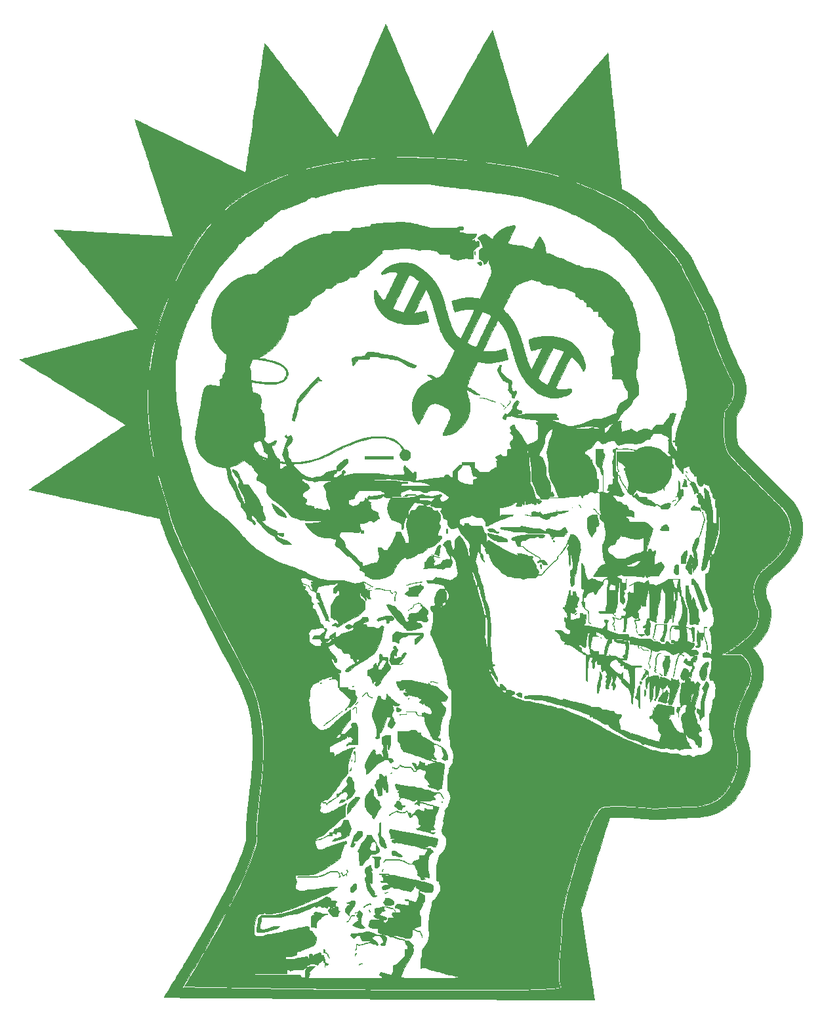
<source format=gbr>
%TF.GenerationSoftware,KiCad,Pcbnew,7.0.2*%
%TF.CreationDate,2023-06-24T07:46:36-05:00*%
%TF.ProjectId,BiohackingPivot,42696f68-6163-46b6-996e-675069766f74,rev?*%
%TF.SameCoordinates,Original*%
%TF.FileFunction,Soldermask,Top*%
%TF.FilePolarity,Negative*%
%FSLAX46Y46*%
G04 Gerber Fmt 4.6, Leading zero omitted, Abs format (unit mm)*
G04 Created by KiCad (PCBNEW 7.0.2) date 2023-06-24 07:46:36*
%MOMM*%
%LPD*%
G01*
G04 APERTURE LIST*
G04 Aperture macros list*
%AMRoundRect*
0 Rectangle with rounded corners*
0 $1 Rounding radius*
0 $2 $3 $4 $5 $6 $7 $8 $9 X,Y pos of 4 corners*
0 Add a 4 corners polygon primitive as box body*
4,1,4,$2,$3,$4,$5,$6,$7,$8,$9,$2,$3,0*
0 Add four circle primitives for the rounded corners*
1,1,$1+$1,$2,$3*
1,1,$1+$1,$4,$5*
1,1,$1+$1,$6,$7*
1,1,$1+$1,$8,$9*
0 Add four rect primitives between the rounded corners*
20,1,$1+$1,$2,$3,$4,$5,0*
20,1,$1+$1,$4,$5,$6,$7,0*
20,1,$1+$1,$6,$7,$8,$9,0*
20,1,$1+$1,$8,$9,$2,$3,0*%
G04 Aperture macros list end*
%ADD10C,0.010000*%
%ADD11C,4.400000*%
%ADD12C,0.900000*%
%ADD13RoundRect,0.200000X1.229423X0.329423X-0.329423X1.229423X-1.229423X-0.329423X0.329423X-1.229423X0*%
%ADD14C,2.200000*%
%ADD15RoundRect,0.200000X0.636396X-1.102270X1.102270X0.636396X-0.636396X1.102270X-1.102270X-0.636396X0*%
%ADD16RoundRect,0.200000X0.975015X0.818135X-0.818135X0.975015X-0.975015X-0.818135X0.818135X-0.975015X0*%
%ADD17RoundRect,0.200000X0.765985X1.016497X-1.016497X0.765985X-0.765985X-1.016497X1.016497X-0.765985X0*%
%ADD18RoundRect,0.200000X0.783609X-1.002974X1.002974X0.783609X-0.783609X1.002974X-1.002974X-0.783609X0*%
%ADD19RoundRect,0.200000X1.267949X-0.110931X0.110931X1.267949X-1.267949X0.110931X-0.110931X-1.267949X0*%
%ADD20RoundRect,0.200000X1.102270X-0.636396X0.636396X1.102270X-1.102270X0.636396X-0.636396X-1.102270X0*%
G04 APERTURE END LIST*
%TO.C,G\u002A\u002A\u002A*%
D10*
X120452166Y-125208250D02*
X120441583Y-125218833D01*
X120431000Y-125208250D01*
X120441583Y-125197666D01*
X120452166Y-125208250D01*
G36*
X120452166Y-125208250D02*
G01*
X120441583Y-125218833D01*
X120431000Y-125208250D01*
X120441583Y-125197666D01*
X120452166Y-125208250D01*
G37*
X120579166Y-145231916D02*
X120568583Y-145242500D01*
X120558000Y-145231916D01*
X120568583Y-145221333D01*
X120579166Y-145231916D01*
G36*
X120579166Y-145231916D02*
G01*
X120568583Y-145242500D01*
X120558000Y-145231916D01*
X120568583Y-145221333D01*
X120579166Y-145231916D01*
G37*
X124537333Y-134246416D02*
X124526750Y-134257000D01*
X124516166Y-134246416D01*
X124526750Y-134235833D01*
X124537333Y-134246416D01*
G36*
X124537333Y-134246416D02*
G01*
X124526750Y-134257000D01*
X124516166Y-134246416D01*
X124526750Y-134235833D01*
X124537333Y-134246416D01*
G37*
X127267833Y-113100916D02*
X127257250Y-113111500D01*
X127246666Y-113100916D01*
X127257250Y-113090333D01*
X127267833Y-113100916D01*
G36*
X127267833Y-113100916D02*
G01*
X127257250Y-113111500D01*
X127246666Y-113100916D01*
X127257250Y-113090333D01*
X127267833Y-113100916D01*
G37*
X129680833Y-96305166D02*
X126019000Y-96305166D01*
X126019000Y-95987666D01*
X129680833Y-95987666D01*
X129680833Y-96305166D01*
G36*
X129680833Y-96305166D02*
G01*
X126019000Y-96305166D01*
X126019000Y-95987666D01*
X129680833Y-95987666D01*
X129680833Y-96305166D01*
G37*
X129765500Y-113481916D02*
X129754916Y-113492500D01*
X129744333Y-113481916D01*
X129754916Y-113471333D01*
X129765500Y-113481916D01*
G36*
X129765500Y-113481916D02*
G01*
X129754916Y-113492500D01*
X129744333Y-113481916D01*
X129754916Y-113471333D01*
X129765500Y-113481916D01*
G37*
X134210500Y-125187083D02*
X134199916Y-125197666D01*
X134189333Y-125187083D01*
X134199916Y-125176500D01*
X134210500Y-125187083D01*
G36*
X134210500Y-125187083D02*
G01*
X134199916Y-125197666D01*
X134189333Y-125187083D01*
X134199916Y-125176500D01*
X134210500Y-125187083D01*
G37*
X146677666Y-103512416D02*
X146667083Y-103523000D01*
X146656500Y-103512416D01*
X146667083Y-103501833D01*
X146677666Y-103512416D01*
G36*
X146677666Y-103512416D02*
G01*
X146667083Y-103523000D01*
X146656500Y-103512416D01*
X146667083Y-103501833D01*
X146677666Y-103512416D01*
G37*
X152752500Y-102559916D02*
X152741916Y-102570500D01*
X152731333Y-102559916D01*
X152741916Y-102549333D01*
X152752500Y-102559916D01*
G36*
X152752500Y-102559916D02*
G01*
X152741916Y-102570500D01*
X152731333Y-102559916D01*
X152741916Y-102549333D01*
X152752500Y-102559916D01*
G37*
X152794833Y-102559916D02*
X152784250Y-102570500D01*
X152773666Y-102559916D01*
X152784250Y-102549333D01*
X152794833Y-102559916D01*
G36*
X152794833Y-102559916D02*
G01*
X152784250Y-102570500D01*
X152773666Y-102559916D01*
X152784250Y-102549333D01*
X152794833Y-102559916D01*
G37*
X155461833Y-102729250D02*
X155451250Y-102739833D01*
X155440666Y-102729250D01*
X155451250Y-102718666D01*
X155461833Y-102729250D01*
G36*
X155461833Y-102729250D02*
G01*
X155451250Y-102739833D01*
X155440666Y-102729250D01*
X155451250Y-102718666D01*
X155461833Y-102729250D01*
G37*
X165706500Y-101819083D02*
X165695916Y-101829666D01*
X165685333Y-101819083D01*
X165695916Y-101808500D01*
X165706500Y-101819083D01*
G36*
X165706500Y-101819083D02*
G01*
X165695916Y-101829666D01*
X165685333Y-101819083D01*
X165695916Y-101808500D01*
X165706500Y-101819083D01*
G37*
X118243777Y-112483555D02*
X118240872Y-112496139D01*
X118229666Y-112497666D01*
X118212244Y-112489922D01*
X118215555Y-112483555D01*
X118240675Y-112481022D01*
X118243777Y-112483555D01*
G36*
X118243777Y-112483555D02*
G01*
X118240872Y-112496139D01*
X118229666Y-112497666D01*
X118212244Y-112489922D01*
X118215555Y-112483555D01*
X118240675Y-112481022D01*
X118243777Y-112483555D01*
G37*
X118499100Y-112548378D02*
X118492787Y-112557998D01*
X118471319Y-112559495D01*
X118448733Y-112554326D01*
X118458531Y-112546707D01*
X118491612Y-112544184D01*
X118499100Y-112548378D01*
G36*
X118499100Y-112548378D02*
G01*
X118492787Y-112557998D01*
X118471319Y-112559495D01*
X118448733Y-112554326D01*
X118458531Y-112546707D01*
X118491612Y-112544184D01*
X118499100Y-112548378D01*
G37*
X121503444Y-124717888D02*
X121500538Y-124730472D01*
X121489333Y-124732000D01*
X121471910Y-124724255D01*
X121475222Y-124717888D01*
X121500342Y-124715355D01*
X121503444Y-124717888D01*
G36*
X121503444Y-124717888D02*
G01*
X121500538Y-124730472D01*
X121489333Y-124732000D01*
X121471910Y-124724255D01*
X121475222Y-124717888D01*
X121500342Y-124715355D01*
X121503444Y-124717888D01*
G37*
X146734111Y-103508888D02*
X146731205Y-103521472D01*
X146720000Y-103523000D01*
X146702577Y-103515255D01*
X146705888Y-103508888D01*
X146731008Y-103506355D01*
X146734111Y-103508888D01*
G36*
X146734111Y-103508888D02*
G01*
X146731205Y-103521472D01*
X146720000Y-103523000D01*
X146702577Y-103515255D01*
X146705888Y-103508888D01*
X146731008Y-103506355D01*
X146734111Y-103508888D01*
G37*
X150789291Y-102937481D02*
X150791950Y-102945207D01*
X150762833Y-102948157D01*
X150732784Y-102944831D01*
X150736375Y-102937481D01*
X150779710Y-102934686D01*
X150789291Y-102937481D01*
G36*
X150789291Y-102937481D02*
G01*
X150791950Y-102945207D01*
X150762833Y-102948157D01*
X150732784Y-102944831D01*
X150736375Y-102937481D01*
X150779710Y-102934686D01*
X150789291Y-102937481D01*
G37*
X120362208Y-125224839D02*
X120375339Y-125229453D01*
X120351300Y-125232645D01*
X120304000Y-125233657D01*
X120251743Y-125232344D01*
X120232158Y-125228927D01*
X120245791Y-125224839D01*
X120314162Y-125221296D01*
X120362208Y-125224839D01*
G36*
X120362208Y-125224839D02*
G01*
X120375339Y-125229453D01*
X120351300Y-125232645D01*
X120304000Y-125233657D01*
X120251743Y-125232344D01*
X120232158Y-125228927D01*
X120245791Y-125224839D01*
X120314162Y-125221296D01*
X120362208Y-125224839D01*
G37*
X163160271Y-128706041D02*
X163163773Y-128767720D01*
X163160271Y-128801291D01*
X163155036Y-128811322D01*
X163151715Y-128784728D01*
X163151098Y-128753666D01*
X163152749Y-128707886D01*
X163156971Y-128695319D01*
X163160271Y-128706041D01*
G36*
X163160271Y-128706041D02*
G01*
X163163773Y-128767720D01*
X163160271Y-128801291D01*
X163155036Y-128811322D01*
X163151715Y-128784728D01*
X163151098Y-128753666D01*
X163152749Y-128707886D01*
X163156971Y-128695319D01*
X163160271Y-128706041D01*
G37*
X118328654Y-112505898D02*
X118377833Y-112518833D01*
X118410087Y-112530979D01*
X118403105Y-112535816D01*
X118388416Y-112536402D01*
X118332820Y-112528419D01*
X118303750Y-112518833D01*
X118282379Y-112505761D01*
X118293616Y-112501450D01*
X118328654Y-112505898D01*
G36*
X118328654Y-112505898D02*
G01*
X118377833Y-112518833D01*
X118410087Y-112530979D01*
X118403105Y-112535816D01*
X118388416Y-112536402D01*
X118332820Y-112528419D01*
X118303750Y-112518833D01*
X118282379Y-112505761D01*
X118293616Y-112501450D01*
X118328654Y-112505898D01*
G37*
X144180000Y-89665009D02*
X144165824Y-89681466D01*
X144128748Y-89718490D01*
X144079458Y-89765551D01*
X143978916Y-89859916D01*
X144073282Y-89759375D01*
X144128937Y-89700946D01*
X144161687Y-89669309D01*
X144176883Y-89659729D01*
X144180000Y-89665009D01*
G36*
X144180000Y-89665009D02*
G01*
X144165824Y-89681466D01*
X144128748Y-89718490D01*
X144079458Y-89765551D01*
X143978916Y-89859916D01*
X144073282Y-89759375D01*
X144128937Y-89700946D01*
X144161687Y-89669309D01*
X144176883Y-89659729D01*
X144180000Y-89665009D01*
G37*
X129443402Y-136780977D02*
X129409749Y-136823458D01*
X129377715Y-136851482D01*
X129350605Y-136862095D01*
X129342166Y-136853876D01*
X129356136Y-136836827D01*
X129391276Y-136801767D01*
X129408940Y-136785085D01*
X129446262Y-136754587D01*
X129457773Y-136754338D01*
X129443402Y-136780977D01*
G36*
X129443402Y-136780977D02*
G01*
X129409749Y-136823458D01*
X129377715Y-136851482D01*
X129350605Y-136862095D01*
X129342166Y-136853876D01*
X129356136Y-136836827D01*
X129391276Y-136801767D01*
X129408940Y-136785085D01*
X129446262Y-136754587D01*
X129457773Y-136754338D01*
X129443402Y-136780977D01*
G37*
X130929666Y-122623655D02*
X130835644Y-122704389D01*
X130722550Y-122764417D01*
X130612166Y-122793793D01*
X130516916Y-122805107D01*
X130596620Y-122784566D01*
X130733222Y-122733708D01*
X130866476Y-122656183D01*
X130910965Y-122622652D01*
X130982583Y-122564448D01*
X130929666Y-122623655D01*
G36*
X130929666Y-122623655D02*
G01*
X130835644Y-122704389D01*
X130722550Y-122764417D01*
X130612166Y-122793793D01*
X130516916Y-122805107D01*
X130596620Y-122784566D01*
X130733222Y-122733708D01*
X130866476Y-122656183D01*
X130910965Y-122622652D01*
X130982583Y-122564448D01*
X130929666Y-122623655D01*
G37*
X156429885Y-119350490D02*
X156456666Y-119358838D01*
X156500467Y-119376471D01*
X156520090Y-119389042D01*
X156520166Y-119389487D01*
X156503305Y-119396028D01*
X156451888Y-119380541D01*
X156440791Y-119376173D01*
X156399943Y-119355690D01*
X156397444Y-119345889D01*
X156429885Y-119350490D01*
G36*
X156429885Y-119350490D02*
G01*
X156456666Y-119358838D01*
X156500467Y-119376471D01*
X156520090Y-119389042D01*
X156520166Y-119389487D01*
X156503305Y-119396028D01*
X156451888Y-119380541D01*
X156440791Y-119376173D01*
X156399943Y-119355690D01*
X156397444Y-119345889D01*
X156429885Y-119350490D01*
G37*
X118630750Y-112575173D02*
X118670416Y-112610188D01*
X118684750Y-112624666D01*
X118724870Y-112668915D01*
X118734684Y-112685256D01*
X118715688Y-112673726D01*
X118669377Y-112634357D01*
X118657957Y-112624046D01*
X118620362Y-112586710D01*
X118604331Y-112564178D01*
X118606372Y-112561166D01*
X118630750Y-112575173D01*
G36*
X118630750Y-112575173D02*
G01*
X118670416Y-112610188D01*
X118684750Y-112624666D01*
X118724870Y-112668915D01*
X118734684Y-112685256D01*
X118715688Y-112673726D01*
X118669377Y-112634357D01*
X118657957Y-112624046D01*
X118620362Y-112586710D01*
X118604331Y-112564178D01*
X118606372Y-112561166D01*
X118630750Y-112575173D01*
G37*
X124356496Y-135139356D02*
X124346953Y-135173443D01*
X124337109Y-135198916D01*
X124310713Y-135256430D01*
X124286905Y-135297639D01*
X124281125Y-135304750D01*
X124275389Y-135300809D01*
X124284931Y-135266723D01*
X124294776Y-135241250D01*
X124321171Y-135183736D01*
X124344979Y-135142527D01*
X124350760Y-135135416D01*
X124356496Y-135139356D01*
G36*
X124356496Y-135139356D02*
G01*
X124346953Y-135173443D01*
X124337109Y-135198916D01*
X124310713Y-135256430D01*
X124286905Y-135297639D01*
X124281125Y-135304750D01*
X124275389Y-135300809D01*
X124284931Y-135266723D01*
X124294776Y-135241250D01*
X124321171Y-135183736D01*
X124344979Y-135142527D01*
X124350760Y-135135416D01*
X124356496Y-135139356D01*
G37*
X124526622Y-125607706D02*
X124554784Y-125631769D01*
X124553194Y-125652936D01*
X124528480Y-125682588D01*
X124482564Y-125720216D01*
X124438567Y-125720133D01*
X124398503Y-125696323D01*
X124370749Y-125665709D01*
X124378260Y-125631743D01*
X124380745Y-125627531D01*
X124425109Y-125589691D01*
X124483066Y-125586810D01*
X124526622Y-125607706D01*
G36*
X124526622Y-125607706D02*
G01*
X124554784Y-125631769D01*
X124553194Y-125652936D01*
X124528480Y-125682588D01*
X124482564Y-125720216D01*
X124438567Y-125720133D01*
X124398503Y-125696323D01*
X124370749Y-125665709D01*
X124378260Y-125631743D01*
X124380745Y-125627531D01*
X124425109Y-125589691D01*
X124483066Y-125586810D01*
X124526622Y-125607706D01*
G37*
X131712833Y-127158225D02*
X131697282Y-127183549D01*
X131658914Y-127218993D01*
X131649333Y-127226319D01*
X131608598Y-127254735D01*
X131586919Y-127266543D01*
X131585833Y-127266010D01*
X131599607Y-127248314D01*
X131634107Y-127212716D01*
X131649333Y-127197916D01*
X131687907Y-127165338D01*
X131710438Y-127154777D01*
X131712833Y-127158225D01*
G36*
X131712833Y-127158225D02*
G01*
X131697282Y-127183549D01*
X131658914Y-127218993D01*
X131649333Y-127226319D01*
X131608598Y-127254735D01*
X131586919Y-127266543D01*
X131585833Y-127266010D01*
X131599607Y-127248314D01*
X131634107Y-127212716D01*
X131649333Y-127197916D01*
X131687907Y-127165338D01*
X131710438Y-127154777D01*
X131712833Y-127158225D01*
G37*
X135925702Y-140480631D02*
X135956601Y-140519830D01*
X135963197Y-140530659D01*
X135995328Y-140586970D01*
X136007356Y-140616128D01*
X136001602Y-140626889D01*
X135989043Y-140628166D01*
X135966399Y-140611192D01*
X135938277Y-140569679D01*
X135934841Y-140563231D01*
X135911179Y-140506517D01*
X135909347Y-140477588D01*
X135925702Y-140480631D01*
G36*
X135925702Y-140480631D02*
G01*
X135956601Y-140519830D01*
X135963197Y-140530659D01*
X135995328Y-140586970D01*
X136007356Y-140616128D01*
X136001602Y-140626889D01*
X135989043Y-140628166D01*
X135966399Y-140611192D01*
X135938277Y-140569679D01*
X135934841Y-140563231D01*
X135911179Y-140506517D01*
X135909347Y-140477588D01*
X135925702Y-140480631D01*
G37*
X162039484Y-118979958D02*
X161986040Y-119032867D01*
X161904995Y-119081996D01*
X161810974Y-119120579D01*
X161718604Y-119141852D01*
X161684833Y-119144000D01*
X161570978Y-119126843D01*
X161472764Y-119085791D01*
X161406199Y-119045705D01*
X161352290Y-119004056D01*
X161330182Y-118979958D01*
X161298669Y-118932333D01*
X162070996Y-118932333D01*
X162039484Y-118979958D01*
G36*
X162039484Y-118979958D02*
G01*
X161986040Y-119032867D01*
X161904995Y-119081996D01*
X161810974Y-119120579D01*
X161718604Y-119141852D01*
X161684833Y-119144000D01*
X161570978Y-119126843D01*
X161472764Y-119085791D01*
X161406199Y-119045705D01*
X161352290Y-119004056D01*
X161330182Y-118979958D01*
X161298669Y-118932333D01*
X162070996Y-118932333D01*
X162039484Y-118979958D01*
G37*
X150429251Y-106840107D02*
X150431469Y-106842541D01*
X150463335Y-106898500D01*
X150453180Y-106950827D01*
X150427791Y-106980469D01*
X150389314Y-107009694D01*
X150362138Y-107006958D01*
X150331653Y-106969669D01*
X150326970Y-106962583D01*
X150304574Y-106921155D01*
X150308196Y-106888582D01*
X150326970Y-106856750D01*
X150361647Y-106814018D01*
X150391926Y-106808989D01*
X150429251Y-106840107D01*
G36*
X150429251Y-106840107D02*
G01*
X150431469Y-106842541D01*
X150463335Y-106898500D01*
X150453180Y-106950827D01*
X150427791Y-106980469D01*
X150389314Y-107009694D01*
X150362138Y-107006958D01*
X150331653Y-106969669D01*
X150326970Y-106962583D01*
X150304574Y-106921155D01*
X150308196Y-106888582D01*
X150326970Y-106856750D01*
X150361647Y-106814018D01*
X150391926Y-106808989D01*
X150429251Y-106840107D01*
G37*
X167433354Y-97903154D02*
X167463971Y-97926861D01*
X167503177Y-97963882D01*
X167541299Y-98004969D01*
X167568666Y-98040873D01*
X167571732Y-98046125D01*
X167583440Y-98076828D01*
X167571375Y-98078290D01*
X167539833Y-98052956D01*
X167493111Y-98003277D01*
X167489791Y-97999426D01*
X167450036Y-97949907D01*
X167425191Y-97912810D01*
X167421000Y-97902008D01*
X167433354Y-97903154D01*
G36*
X167433354Y-97903154D02*
G01*
X167463971Y-97926861D01*
X167503177Y-97963882D01*
X167541299Y-98004969D01*
X167568666Y-98040873D01*
X167571732Y-98046125D01*
X167583440Y-98076828D01*
X167571375Y-98078290D01*
X167539833Y-98052956D01*
X167493111Y-98003277D01*
X167489791Y-97999426D01*
X167450036Y-97949907D01*
X167425191Y-97912810D01*
X167421000Y-97902008D01*
X167433354Y-97903154D01*
G37*
X125112784Y-127678752D02*
X125109136Y-127683310D01*
X124986447Y-127824170D01*
X124871023Y-127935858D01*
X124823083Y-127974908D01*
X124787362Y-128000948D01*
X124779605Y-128003029D01*
X124800840Y-127979580D01*
X124852094Y-127929032D01*
X124854833Y-127926376D01*
X124929174Y-127853547D01*
X125007563Y-127775560D01*
X125066500Y-127715949D01*
X125105942Y-127676927D01*
X125122331Y-127663792D01*
X125112784Y-127678752D01*
G36*
X125112784Y-127678752D02*
G01*
X125109136Y-127683310D01*
X124986447Y-127824170D01*
X124871023Y-127935858D01*
X124823083Y-127974908D01*
X124787362Y-128000948D01*
X124779605Y-128003029D01*
X124800840Y-127979580D01*
X124852094Y-127929032D01*
X124854833Y-127926376D01*
X124929174Y-127853547D01*
X125007563Y-127775560D01*
X125066500Y-127715949D01*
X125105942Y-127676927D01*
X125122331Y-127663792D01*
X125112784Y-127678752D01*
G37*
X126572960Y-154523135D02*
X126590782Y-154564651D01*
X126617959Y-154628081D01*
X126642766Y-154675848D01*
X126653292Y-154690592D01*
X126673346Y-154720836D01*
X126675166Y-154729400D01*
X126662215Y-154745694D01*
X126634121Y-154736124D01*
X126617329Y-154719875D01*
X126590727Y-154670049D01*
X126566331Y-154600153D01*
X126551122Y-154532178D01*
X126549156Y-154505049D01*
X126555910Y-154496075D01*
X126572960Y-154523135D01*
G36*
X126572960Y-154523135D02*
G01*
X126590782Y-154564651D01*
X126617959Y-154628081D01*
X126642766Y-154675848D01*
X126653292Y-154690592D01*
X126673346Y-154720836D01*
X126675166Y-154729400D01*
X126662215Y-154745694D01*
X126634121Y-154736124D01*
X126617329Y-154719875D01*
X126590727Y-154670049D01*
X126566331Y-154600153D01*
X126551122Y-154532178D01*
X126549156Y-154505049D01*
X126555910Y-154496075D01*
X126572960Y-154523135D01*
G37*
X126730860Y-112906138D02*
X126718384Y-112919057D01*
X126679011Y-112944335D01*
X126623936Y-112975865D01*
X126564359Y-113007544D01*
X126511475Y-113033265D01*
X126476482Y-113046925D01*
X126471120Y-113047757D01*
X126478995Y-113038400D01*
X126516448Y-113013881D01*
X126575809Y-112979153D01*
X126587608Y-112972546D01*
X126654065Y-112937242D01*
X126704799Y-112913452D01*
X126729983Y-112905732D01*
X126730860Y-112906138D01*
G36*
X126730860Y-112906138D02*
G01*
X126718384Y-112919057D01*
X126679011Y-112944335D01*
X126623936Y-112975865D01*
X126564359Y-113007544D01*
X126511475Y-113033265D01*
X126476482Y-113046925D01*
X126471120Y-113047757D01*
X126478995Y-113038400D01*
X126516448Y-113013881D01*
X126575809Y-112979153D01*
X126587608Y-112972546D01*
X126654065Y-112937242D01*
X126704799Y-112913452D01*
X126729983Y-112905732D01*
X126730860Y-112906138D01*
G37*
X128368276Y-149221833D02*
X128360148Y-149255752D01*
X128339821Y-149309790D01*
X128313031Y-149371306D01*
X128285512Y-149427657D01*
X128262998Y-149466203D01*
X128253057Y-149475833D01*
X128241500Y-149467150D01*
X128249882Y-149445131D01*
X128271926Y-149395430D01*
X128302972Y-149328529D01*
X128304983Y-149324275D01*
X128335643Y-149263395D01*
X128358115Y-149226274D01*
X128368115Y-149219842D01*
X128368276Y-149221833D01*
G36*
X128368276Y-149221833D02*
G01*
X128360148Y-149255752D01*
X128339821Y-149309790D01*
X128313031Y-149371306D01*
X128285512Y-149427657D01*
X128262998Y-149466203D01*
X128253057Y-149475833D01*
X128241500Y-149467150D01*
X128249882Y-149445131D01*
X128271926Y-149395430D01*
X128302972Y-149328529D01*
X128304983Y-149324275D01*
X128335643Y-149263395D01*
X128358115Y-149226274D01*
X128368115Y-149219842D01*
X128368276Y-149221833D01*
G37*
X166022852Y-101598504D02*
X166068315Y-101601214D01*
X166074548Y-101606886D01*
X166040567Y-101616145D01*
X165976858Y-101627718D01*
X165915522Y-101648246D01*
X165842410Y-101686869D01*
X165796941Y-101717764D01*
X165749974Y-101751415D01*
X165725235Y-101764789D01*
X165727666Y-101755614D01*
X165788260Y-101699291D01*
X165867723Y-101648772D01*
X165950398Y-101612390D01*
X166020629Y-101598478D01*
X166022852Y-101598504D01*
G36*
X166022852Y-101598504D02*
G01*
X166068315Y-101601214D01*
X166074548Y-101606886D01*
X166040567Y-101616145D01*
X165976858Y-101627718D01*
X165915522Y-101648246D01*
X165842410Y-101686869D01*
X165796941Y-101717764D01*
X165749974Y-101751415D01*
X165725235Y-101764789D01*
X165727666Y-101755614D01*
X165788260Y-101699291D01*
X165867723Y-101648772D01*
X165950398Y-101612390D01*
X166020629Y-101598478D01*
X166022852Y-101598504D01*
G37*
X122865166Y-150078719D02*
X122850752Y-150112918D01*
X122814671Y-150161550D01*
X122767666Y-150213103D01*
X122720480Y-150256067D01*
X122683855Y-150278932D01*
X122677156Y-150280166D01*
X122656085Y-150263103D01*
X122653500Y-150248960D01*
X122670651Y-150218544D01*
X122712222Y-150187421D01*
X122715131Y-150185883D01*
X122774025Y-150144870D01*
X122820964Y-150097818D01*
X122850786Y-150064160D01*
X122863477Y-150063879D01*
X122865166Y-150078719D01*
G36*
X122865166Y-150078719D02*
G01*
X122850752Y-150112918D01*
X122814671Y-150161550D01*
X122767666Y-150213103D01*
X122720480Y-150256067D01*
X122683855Y-150278932D01*
X122677156Y-150280166D01*
X122656085Y-150263103D01*
X122653500Y-150248960D01*
X122670651Y-150218544D01*
X122712222Y-150187421D01*
X122715131Y-150185883D01*
X122774025Y-150144870D01*
X122820964Y-150097818D01*
X122850786Y-150064160D01*
X122863477Y-150063879D01*
X122865166Y-150078719D01*
G37*
X123691957Y-149342597D02*
X123727856Y-149409828D01*
X123732299Y-149418980D01*
X123768336Y-149498533D01*
X123785548Y-149551759D01*
X123786463Y-149588886D01*
X123779395Y-149609480D01*
X123757031Y-149655750D01*
X123755599Y-149607421D01*
X123745409Y-149561784D01*
X123720800Y-149496712D01*
X123700027Y-149452253D01*
X123671495Y-149387192D01*
X123655503Y-149333098D01*
X123654364Y-149310082D01*
X123666675Y-149308252D01*
X123691957Y-149342597D01*
G36*
X123691957Y-149342597D02*
G01*
X123727856Y-149409828D01*
X123732299Y-149418980D01*
X123768336Y-149498533D01*
X123785548Y-149551759D01*
X123786463Y-149588886D01*
X123779395Y-149609480D01*
X123757031Y-149655750D01*
X123755599Y-149607421D01*
X123745409Y-149561784D01*
X123720800Y-149496712D01*
X123700027Y-149452253D01*
X123671495Y-149387192D01*
X123655503Y-149333098D01*
X123654364Y-149310082D01*
X123666675Y-149308252D01*
X123691957Y-149342597D01*
G37*
X153347086Y-116224634D02*
X153365691Y-116240114D01*
X153347960Y-116243842D01*
X153315446Y-116257158D01*
X153267530Y-116290319D01*
X153246682Y-116307666D01*
X153191946Y-116352137D01*
X153157046Y-116369349D01*
X153133073Y-116363124D01*
X153127978Y-116358589D01*
X153134525Y-116339127D01*
X153164848Y-116305285D01*
X153208026Y-116266936D01*
X153253136Y-116233951D01*
X153283586Y-116217946D01*
X153329905Y-116217413D01*
X153347086Y-116224634D01*
G36*
X153347086Y-116224634D02*
G01*
X153365691Y-116240114D01*
X153347960Y-116243842D01*
X153315446Y-116257158D01*
X153267530Y-116290319D01*
X153246682Y-116307666D01*
X153191946Y-116352137D01*
X153157046Y-116369349D01*
X153133073Y-116363124D01*
X153127978Y-116358589D01*
X153134525Y-116339127D01*
X153164848Y-116305285D01*
X153208026Y-116266936D01*
X153253136Y-116233951D01*
X153283586Y-116217946D01*
X153329905Y-116217413D01*
X153347086Y-116224634D01*
G37*
X161641922Y-125047405D02*
X161653184Y-125058260D01*
X161705375Y-125129291D01*
X161718051Y-125203235D01*
X161692365Y-125288363D01*
X161686815Y-125299614D01*
X161650276Y-125364805D01*
X161622415Y-125394509D01*
X161596853Y-125392806D01*
X161573965Y-125371792D01*
X161514507Y-125276097D01*
X161494216Y-125173876D01*
X161514274Y-125071798D01*
X161518897Y-125061079D01*
X161550621Y-125017248D01*
X161590393Y-125012717D01*
X161641922Y-125047405D01*
G36*
X161641922Y-125047405D02*
G01*
X161653184Y-125058260D01*
X161705375Y-125129291D01*
X161718051Y-125203235D01*
X161692365Y-125288363D01*
X161686815Y-125299614D01*
X161650276Y-125364805D01*
X161622415Y-125394509D01*
X161596853Y-125392806D01*
X161573965Y-125371792D01*
X161514507Y-125276097D01*
X161494216Y-125173876D01*
X161514274Y-125071798D01*
X161518897Y-125061079D01*
X161550621Y-125017248D01*
X161590393Y-125012717D01*
X161641922Y-125047405D01*
G37*
X164090320Y-123984368D02*
X164135340Y-124022160D01*
X164193908Y-124076944D01*
X164224833Y-124107583D01*
X164282295Y-124167332D01*
X164323818Y-124213981D01*
X164343777Y-124241016D01*
X164343610Y-124245166D01*
X164321693Y-124231275D01*
X164277554Y-124194027D01*
X164218845Y-124140060D01*
X164185471Y-124107959D01*
X164127041Y-124048796D01*
X164085322Y-124002361D01*
X164065793Y-123975002D01*
X164066694Y-123970376D01*
X164090320Y-123984368D01*
G36*
X164090320Y-123984368D02*
G01*
X164135340Y-124022160D01*
X164193908Y-124076944D01*
X164224833Y-124107583D01*
X164282295Y-124167332D01*
X164323818Y-124213981D01*
X164343777Y-124241016D01*
X164343610Y-124245166D01*
X164321693Y-124231275D01*
X164277554Y-124194027D01*
X164218845Y-124140060D01*
X164185471Y-124107959D01*
X164127041Y-124048796D01*
X164085322Y-124002361D01*
X164065793Y-123975002D01*
X164066694Y-123970376D01*
X164090320Y-123984368D01*
G37*
X123377146Y-140260404D02*
X123394333Y-140263658D01*
X123468416Y-140280748D01*
X123357095Y-140392161D01*
X123211862Y-140509427D01*
X123047197Y-140592698D01*
X122870948Y-140638216D01*
X122834145Y-140642539D01*
X122690891Y-140655916D01*
X122706374Y-140604999D01*
X122764934Y-140473285D01*
X122850132Y-140372702D01*
X122959926Y-140305470D01*
X122992166Y-140293754D01*
X123081671Y-140272946D01*
X123187272Y-140259583D01*
X123291566Y-140254968D01*
X123377146Y-140260404D01*
G36*
X123377146Y-140260404D02*
G01*
X123394333Y-140263658D01*
X123468416Y-140280748D01*
X123357095Y-140392161D01*
X123211862Y-140509427D01*
X123047197Y-140592698D01*
X122870948Y-140638216D01*
X122834145Y-140642539D01*
X122690891Y-140655916D01*
X122706374Y-140604999D01*
X122764934Y-140473285D01*
X122850132Y-140372702D01*
X122959926Y-140305470D01*
X122992166Y-140293754D01*
X123081671Y-140272946D01*
X123187272Y-140259583D01*
X123291566Y-140254968D01*
X123377146Y-140260404D01*
G37*
X124938900Y-160050016D02*
X124939500Y-160057763D01*
X124924531Y-160095527D01*
X124887053Y-160142686D01*
X124870708Y-160158369D01*
X124802876Y-160222873D01*
X124761209Y-160275657D01*
X124737228Y-160329333D01*
X124726755Y-160372484D01*
X124711534Y-160450750D01*
X124709100Y-160369983D01*
X124713328Y-160301586D01*
X124734578Y-160241878D01*
X124778781Y-160179634D01*
X124847798Y-160107581D01*
X124899271Y-160060247D01*
X124927940Y-160041981D01*
X124938900Y-160050016D01*
G36*
X124938900Y-160050016D02*
G01*
X124939500Y-160057763D01*
X124924531Y-160095527D01*
X124887053Y-160142686D01*
X124870708Y-160158369D01*
X124802876Y-160222873D01*
X124761209Y-160275657D01*
X124737228Y-160329333D01*
X124726755Y-160372484D01*
X124711534Y-160450750D01*
X124709100Y-160369983D01*
X124713328Y-160301586D01*
X124734578Y-160241878D01*
X124778781Y-160179634D01*
X124847798Y-160107581D01*
X124899271Y-160060247D01*
X124927940Y-160041981D01*
X124938900Y-160050016D01*
G37*
X161039339Y-118350250D02*
X161052692Y-118386167D01*
X161071641Y-118446849D01*
X161093184Y-118521333D01*
X161114322Y-118598657D01*
X161132052Y-118667858D01*
X161143376Y-118717974D01*
X161145451Y-118737937D01*
X161135809Y-118723618D01*
X161118185Y-118678404D01*
X161096383Y-118612059D01*
X161096238Y-118611587D01*
X161075746Y-118540484D01*
X161057400Y-118469396D01*
X161043098Y-118407054D01*
X161034742Y-118362184D01*
X161034231Y-118343516D01*
X161039339Y-118350250D01*
G36*
X161039339Y-118350250D02*
G01*
X161052692Y-118386167D01*
X161071641Y-118446849D01*
X161093184Y-118521333D01*
X161114322Y-118598657D01*
X161132052Y-118667858D01*
X161143376Y-118717974D01*
X161145451Y-118737937D01*
X161135809Y-118723618D01*
X161118185Y-118678404D01*
X161096383Y-118612059D01*
X161096238Y-118611587D01*
X161075746Y-118540484D01*
X161057400Y-118469396D01*
X161043098Y-118407054D01*
X161034742Y-118362184D01*
X161034231Y-118343516D01*
X161039339Y-118350250D01*
G37*
X162414564Y-120928568D02*
X162459071Y-120939598D01*
X162499169Y-120960716D01*
X162534859Y-120985500D01*
X162579997Y-121020851D01*
X162602407Y-121043905D01*
X162601030Y-121049000D01*
X162571385Y-121036886D01*
X162526618Y-121007149D01*
X162519136Y-121001375D01*
X162479697Y-120976572D01*
X162429540Y-120959929D01*
X162357697Y-120948840D01*
X162267573Y-120941588D01*
X162076416Y-120929427D01*
X162261808Y-120925713D01*
X162353019Y-120924862D01*
X162414564Y-120928568D01*
G36*
X162414564Y-120928568D02*
G01*
X162459071Y-120939598D01*
X162499169Y-120960716D01*
X162534859Y-120985500D01*
X162579997Y-121020851D01*
X162602407Y-121043905D01*
X162601030Y-121049000D01*
X162571385Y-121036886D01*
X162526618Y-121007149D01*
X162519136Y-121001375D01*
X162479697Y-120976572D01*
X162429540Y-120959929D01*
X162357697Y-120948840D01*
X162267573Y-120941588D01*
X162076416Y-120929427D01*
X162261808Y-120925713D01*
X162353019Y-120924862D01*
X162414564Y-120928568D01*
G37*
X124929845Y-159267150D02*
X124918515Y-159393094D01*
X124895228Y-159487103D01*
X124879792Y-159522566D01*
X124847125Y-159578167D01*
X124813425Y-159622945D01*
X124785711Y-159649169D01*
X124770999Y-159649107D01*
X124770166Y-159643338D01*
X124781144Y-159615377D01*
X124808595Y-159568271D01*
X124820094Y-159550788D01*
X124859215Y-159486653D01*
X124885879Y-159423174D01*
X124904524Y-159346347D01*
X124919588Y-159242166D01*
X124920602Y-159233666D01*
X124936865Y-159096083D01*
X124929845Y-159267150D01*
G36*
X124929845Y-159267150D02*
G01*
X124918515Y-159393094D01*
X124895228Y-159487103D01*
X124879792Y-159522566D01*
X124847125Y-159578167D01*
X124813425Y-159622945D01*
X124785711Y-159649169D01*
X124770999Y-159649107D01*
X124770166Y-159643338D01*
X124781144Y-159615377D01*
X124808595Y-159568271D01*
X124820094Y-159550788D01*
X124859215Y-159486653D01*
X124885879Y-159423174D01*
X124904524Y-159346347D01*
X124919588Y-159242166D01*
X124920602Y-159233666D01*
X124936865Y-159096083D01*
X124929845Y-159267150D01*
G37*
X125629581Y-161377192D02*
X125634555Y-161401168D01*
X125601075Y-161426441D01*
X125527543Y-161454035D01*
X125494541Y-161463734D01*
X125420503Y-161487700D01*
X125358346Y-161513381D01*
X125329925Y-161529511D01*
X125282690Y-161557948D01*
X125259182Y-161554807D01*
X125257000Y-161544522D01*
X125271006Y-161519067D01*
X125304625Y-161482481D01*
X125344189Y-161457170D01*
X125405771Y-161429728D01*
X125477240Y-161404087D01*
X125546465Y-161384177D01*
X125601316Y-161373929D01*
X125629581Y-161377192D01*
G36*
X125629581Y-161377192D02*
G01*
X125634555Y-161401168D01*
X125601075Y-161426441D01*
X125527543Y-161454035D01*
X125494541Y-161463734D01*
X125420503Y-161487700D01*
X125358346Y-161513381D01*
X125329925Y-161529511D01*
X125282690Y-161557948D01*
X125259182Y-161554807D01*
X125257000Y-161544522D01*
X125271006Y-161519067D01*
X125304625Y-161482481D01*
X125344189Y-161457170D01*
X125405771Y-161429728D01*
X125477240Y-161404087D01*
X125546465Y-161384177D01*
X125601316Y-161373929D01*
X125629581Y-161377192D01*
G37*
X128940827Y-152191147D02*
X128933049Y-152207461D01*
X128891544Y-152231670D01*
X128819630Y-152261331D01*
X128797125Y-152269369D01*
X128722899Y-152295204D01*
X128663249Y-152315993D01*
X128630591Y-152327411D01*
X128629932Y-152327643D01*
X128598085Y-152320936D01*
X128591549Y-152313460D01*
X128594315Y-152287508D01*
X128605283Y-152280496D01*
X128695251Y-152248681D01*
X128781647Y-152220206D01*
X128853904Y-152198359D01*
X128901457Y-152186429D01*
X128911563Y-152185166D01*
X128940827Y-152191147D01*
G36*
X128940827Y-152191147D02*
G01*
X128933049Y-152207461D01*
X128891544Y-152231670D01*
X128819630Y-152261331D01*
X128797125Y-152269369D01*
X128722899Y-152295204D01*
X128663249Y-152315993D01*
X128630591Y-152327411D01*
X128629932Y-152327643D01*
X128598085Y-152320936D01*
X128591549Y-152313460D01*
X128594315Y-152287508D01*
X128605283Y-152280496D01*
X128695251Y-152248681D01*
X128781647Y-152220206D01*
X128853904Y-152198359D01*
X128901457Y-152186429D01*
X128911563Y-152185166D01*
X128940827Y-152191147D01*
G37*
X140200297Y-69603866D02*
X140205017Y-69656501D01*
X140209095Y-69726784D01*
X140212092Y-69803102D01*
X140213566Y-69873844D01*
X140213078Y-69927398D01*
X140210186Y-69952153D01*
X140209486Y-69952666D01*
X140196084Y-69941002D01*
X140193611Y-69938555D01*
X140187183Y-69912252D01*
X140182289Y-69854381D01*
X140179710Y-69775704D01*
X140179500Y-69744527D01*
X140181192Y-69665625D01*
X140185715Y-69608217D01*
X140192234Y-69580907D01*
X140195375Y-69580489D01*
X140200297Y-69603866D01*
G36*
X140200297Y-69603866D02*
G01*
X140205017Y-69656501D01*
X140209095Y-69726784D01*
X140212092Y-69803102D01*
X140213566Y-69873844D01*
X140213078Y-69927398D01*
X140210186Y-69952153D01*
X140209486Y-69952666D01*
X140196084Y-69941002D01*
X140193611Y-69938555D01*
X140187183Y-69912252D01*
X140182289Y-69854381D01*
X140179710Y-69775704D01*
X140179500Y-69744527D01*
X140181192Y-69665625D01*
X140185715Y-69608217D01*
X140192234Y-69580907D01*
X140195375Y-69580489D01*
X140200297Y-69603866D01*
G37*
X143597916Y-89180304D02*
X143663206Y-89220189D01*
X143735527Y-89277926D01*
X143808057Y-89346158D01*
X143873975Y-89417528D01*
X143926456Y-89484680D01*
X143958680Y-89540258D01*
X143964378Y-89575446D01*
X143951478Y-89572431D01*
X143927466Y-89539802D01*
X143917239Y-89521886D01*
X143879368Y-89467923D01*
X143818247Y-89397894D01*
X143743872Y-89321942D01*
X143666239Y-89250212D01*
X143595341Y-89192845D01*
X143587333Y-89187106D01*
X143534416Y-89149879D01*
X143597916Y-89180304D01*
G36*
X143597916Y-89180304D02*
G01*
X143663206Y-89220189D01*
X143735527Y-89277926D01*
X143808057Y-89346158D01*
X143873975Y-89417528D01*
X143926456Y-89484680D01*
X143958680Y-89540258D01*
X143964378Y-89575446D01*
X143951478Y-89572431D01*
X143927466Y-89539802D01*
X143917239Y-89521886D01*
X143879368Y-89467923D01*
X143818247Y-89397894D01*
X143743872Y-89321942D01*
X143666239Y-89250212D01*
X143595341Y-89192845D01*
X143587333Y-89187106D01*
X143534416Y-89149879D01*
X143597916Y-89180304D01*
G37*
X161236087Y-120371923D02*
X161255947Y-120416004D01*
X161280102Y-120482358D01*
X161283308Y-120492022D01*
X161309678Y-120567389D01*
X161333987Y-120628347D01*
X161351126Y-120662121D01*
X161351575Y-120662708D01*
X161360776Y-120685911D01*
X161350905Y-120689166D01*
X161334090Y-120670683D01*
X161308617Y-120621595D01*
X161279262Y-120551443D01*
X161271210Y-120529909D01*
X161245465Y-120454362D01*
X161228644Y-120395068D01*
X161223540Y-120362244D01*
X161224554Y-120359223D01*
X161236087Y-120371923D01*
G36*
X161236087Y-120371923D02*
G01*
X161255947Y-120416004D01*
X161280102Y-120482358D01*
X161283308Y-120492022D01*
X161309678Y-120567389D01*
X161333987Y-120628347D01*
X161351126Y-120662121D01*
X161351575Y-120662708D01*
X161360776Y-120685911D01*
X161350905Y-120689166D01*
X161334090Y-120670683D01*
X161308617Y-120621595D01*
X161279262Y-120551443D01*
X161271210Y-120529909D01*
X161245465Y-120454362D01*
X161228644Y-120395068D01*
X161223540Y-120362244D01*
X161224554Y-120359223D01*
X161236087Y-120371923D01*
G37*
X162155329Y-126061205D02*
X162176404Y-126098913D01*
X162192277Y-126133760D01*
X162232762Y-126261299D01*
X162254595Y-126410128D01*
X162257485Y-126565501D01*
X162241140Y-126712673D01*
X162206134Y-126834844D01*
X162176184Y-126892353D01*
X162150123Y-126908529D01*
X162125425Y-126883884D01*
X162111834Y-126853958D01*
X162070609Y-126711409D01*
X162049312Y-126555128D01*
X162047742Y-126396732D01*
X162065699Y-126247833D01*
X162102980Y-126120046D01*
X162125335Y-126073712D01*
X162140323Y-126054614D01*
X162155329Y-126061205D01*
G36*
X162155329Y-126061205D02*
G01*
X162176404Y-126098913D01*
X162192277Y-126133760D01*
X162232762Y-126261299D01*
X162254595Y-126410128D01*
X162257485Y-126565501D01*
X162241140Y-126712673D01*
X162206134Y-126834844D01*
X162176184Y-126892353D01*
X162150123Y-126908529D01*
X162125425Y-126883884D01*
X162111834Y-126853958D01*
X162070609Y-126711409D01*
X162049312Y-126555128D01*
X162047742Y-126396732D01*
X162065699Y-126247833D01*
X162102980Y-126120046D01*
X162125335Y-126073712D01*
X162140323Y-126054614D01*
X162155329Y-126061205D01*
G37*
X166345671Y-109936078D02*
X166394451Y-109962958D01*
X166467975Y-110010583D01*
X166468237Y-110585076D01*
X166468500Y-111159570D01*
X166383404Y-111193618D01*
X166314054Y-111218578D01*
X166263964Y-111224411D01*
X166214078Y-111209979D01*
X166155989Y-111180041D01*
X166084308Y-111134424D01*
X166010606Y-111078598D01*
X165991167Y-111061863D01*
X165912681Y-110991310D01*
X165942781Y-110158750D01*
X166031015Y-110067093D01*
X166122202Y-109982202D01*
X166200769Y-109933292D01*
X166273124Y-109918530D01*
X166345671Y-109936078D01*
G36*
X166345671Y-109936078D02*
G01*
X166394451Y-109962958D01*
X166467975Y-110010583D01*
X166468237Y-110585076D01*
X166468500Y-111159570D01*
X166383404Y-111193618D01*
X166314054Y-111218578D01*
X166263964Y-111224411D01*
X166214078Y-111209979D01*
X166155989Y-111180041D01*
X166084308Y-111134424D01*
X166010606Y-111078598D01*
X165991167Y-111061863D01*
X165912681Y-110991310D01*
X165942781Y-110158750D01*
X166031015Y-110067093D01*
X166122202Y-109982202D01*
X166200769Y-109933292D01*
X166273124Y-109918530D01*
X166345671Y-109936078D01*
G37*
X153673512Y-102239665D02*
X153713242Y-102260103D01*
X153758870Y-102312289D01*
X153796381Y-102401786D01*
X153798874Y-102410150D01*
X153828213Y-102487056D01*
X153863144Y-102543526D01*
X153879347Y-102558929D01*
X153906333Y-102582301D01*
X153904919Y-102591666D01*
X153873067Y-102580490D01*
X153837014Y-102558929D01*
X153802229Y-102517281D01*
X153769320Y-102448476D01*
X153756698Y-102410692D01*
X153727383Y-102333441D01*
X153694005Y-102282884D01*
X153680498Y-102272381D01*
X153651918Y-102250511D01*
X153649609Y-102237834D01*
X153673512Y-102239665D01*
G36*
X153673512Y-102239665D02*
G01*
X153713242Y-102260103D01*
X153758870Y-102312289D01*
X153796381Y-102401786D01*
X153798874Y-102410150D01*
X153828213Y-102487056D01*
X153863144Y-102543526D01*
X153879347Y-102558929D01*
X153906333Y-102582301D01*
X153904919Y-102591666D01*
X153873067Y-102580490D01*
X153837014Y-102558929D01*
X153802229Y-102517281D01*
X153769320Y-102448476D01*
X153756698Y-102410692D01*
X153727383Y-102333441D01*
X153694005Y-102282884D01*
X153680498Y-102272381D01*
X153651918Y-102250511D01*
X153649609Y-102237834D01*
X153673512Y-102239665D01*
G37*
X136614395Y-105320190D02*
X136638513Y-105370407D01*
X136660750Y-105440619D01*
X136677753Y-105519797D01*
X136686168Y-105596910D01*
X136686535Y-105612779D01*
X136681149Y-105695563D01*
X136666476Y-105777739D01*
X136645585Y-105848719D01*
X136621543Y-105897913D01*
X136599000Y-105914833D01*
X136579239Y-105897257D01*
X136551878Y-105852708D01*
X136538263Y-105824875D01*
X136507075Y-105719178D01*
X136497429Y-105607916D01*
X136503313Y-105534872D01*
X136518669Y-105456550D01*
X136540051Y-105384157D01*
X136564015Y-105328905D01*
X136587116Y-105302001D01*
X136591750Y-105301000D01*
X136614395Y-105320190D01*
G36*
X136614395Y-105320190D02*
G01*
X136638513Y-105370407D01*
X136660750Y-105440619D01*
X136677753Y-105519797D01*
X136686168Y-105596910D01*
X136686535Y-105612779D01*
X136681149Y-105695563D01*
X136666476Y-105777739D01*
X136645585Y-105848719D01*
X136621543Y-105897913D01*
X136599000Y-105914833D01*
X136579239Y-105897257D01*
X136551878Y-105852708D01*
X136538263Y-105824875D01*
X136507075Y-105719178D01*
X136497429Y-105607916D01*
X136503313Y-105534872D01*
X136518669Y-105456550D01*
X136540051Y-105384157D01*
X136564015Y-105328905D01*
X136587116Y-105302001D01*
X136591750Y-105301000D01*
X136614395Y-105320190D01*
G37*
X145998374Y-126490846D02*
X146077541Y-126496094D01*
X146127072Y-126502539D01*
X146179472Y-126524491D01*
X146216536Y-126569388D01*
X146240093Y-126642204D01*
X146251977Y-126747909D01*
X146254333Y-126847986D01*
X146254333Y-127039166D01*
X146143208Y-127038403D01*
X146054185Y-127029962D01*
X145958605Y-127009540D01*
X145922627Y-126998234D01*
X145769481Y-126924871D01*
X145629585Y-126823451D01*
X145556281Y-126750693D01*
X145486663Y-126671402D01*
X145547706Y-126621290D01*
X145652830Y-126547559D01*
X145756011Y-126505685D01*
X145874043Y-126489563D01*
X145912177Y-126488833D01*
X145998374Y-126490846D01*
G36*
X145998374Y-126490846D02*
G01*
X146077541Y-126496094D01*
X146127072Y-126502539D01*
X146179472Y-126524491D01*
X146216536Y-126569388D01*
X146240093Y-126642204D01*
X146251977Y-126747909D01*
X146254333Y-126847986D01*
X146254333Y-127039166D01*
X146143208Y-127038403D01*
X146054185Y-127029962D01*
X145958605Y-127009540D01*
X145922627Y-126998234D01*
X145769481Y-126924871D01*
X145629585Y-126823451D01*
X145556281Y-126750693D01*
X145486663Y-126671402D01*
X145547706Y-126621290D01*
X145652830Y-126547559D01*
X145756011Y-126505685D01*
X145874043Y-126489563D01*
X145912177Y-126488833D01*
X145998374Y-126490846D01*
G37*
X148721869Y-109964556D02*
X148749990Y-109988925D01*
X148767006Y-110037061D01*
X148774945Y-110114925D01*
X148775836Y-110228479D01*
X148775694Y-110237482D01*
X148773414Y-110328253D01*
X148770141Y-110401835D01*
X148766375Y-110448877D01*
X148763755Y-110460967D01*
X148749211Y-110451959D01*
X148735921Y-110430437D01*
X148720644Y-110394324D01*
X148695573Y-110329116D01*
X148664834Y-110245697D01*
X148646225Y-110193797D01*
X148612680Y-110094154D01*
X148596476Y-110027168D01*
X148598544Y-109986471D01*
X148619812Y-109965700D01*
X148661207Y-109958489D01*
X148680616Y-109957990D01*
X148721869Y-109964556D01*
G36*
X148721869Y-109964556D02*
G01*
X148749990Y-109988925D01*
X148767006Y-110037061D01*
X148774945Y-110114925D01*
X148775836Y-110228479D01*
X148775694Y-110237482D01*
X148773414Y-110328253D01*
X148770141Y-110401835D01*
X148766375Y-110448877D01*
X148763755Y-110460967D01*
X148749211Y-110451959D01*
X148735921Y-110430437D01*
X148720644Y-110394324D01*
X148695573Y-110329116D01*
X148664834Y-110245697D01*
X148646225Y-110193797D01*
X148612680Y-110094154D01*
X148596476Y-110027168D01*
X148598544Y-109986471D01*
X148619812Y-109965700D01*
X148661207Y-109958489D01*
X148680616Y-109957990D01*
X148721869Y-109964556D01*
G37*
X161623492Y-120618986D02*
X161672027Y-120656827D01*
X161735815Y-120712764D01*
X161798544Y-120771926D01*
X161872571Y-120840378D01*
X161940904Y-120897149D01*
X161995146Y-120935632D01*
X162023500Y-120948960D01*
X162054662Y-120955692D01*
X162047413Y-120959299D01*
X162011097Y-120961450D01*
X161975962Y-120958243D01*
X161939847Y-120941689D01*
X161895058Y-120906314D01*
X161833901Y-120846647D01*
X161799430Y-120810875D01*
X161732466Y-120742478D01*
X161672044Y-120684015D01*
X161626767Y-120643655D01*
X161610750Y-120631708D01*
X161587328Y-120611890D01*
X161597461Y-120605250D01*
X161623492Y-120618986D01*
G36*
X161623492Y-120618986D02*
G01*
X161672027Y-120656827D01*
X161735815Y-120712764D01*
X161798544Y-120771926D01*
X161872571Y-120840378D01*
X161940904Y-120897149D01*
X161995146Y-120935632D01*
X162023500Y-120948960D01*
X162054662Y-120955692D01*
X162047413Y-120959299D01*
X162011097Y-120961450D01*
X161975962Y-120958243D01*
X161939847Y-120941689D01*
X161895058Y-120906314D01*
X161833901Y-120846647D01*
X161799430Y-120810875D01*
X161732466Y-120742478D01*
X161672044Y-120684015D01*
X161626767Y-120643655D01*
X161610750Y-120631708D01*
X161587328Y-120611890D01*
X161597461Y-120605250D01*
X161623492Y-120618986D01*
G37*
X123728287Y-128362375D02*
X123704038Y-128390514D01*
X123677182Y-128438673D01*
X123657391Y-128506567D01*
X123653582Y-128531247D01*
X123627969Y-128619155D01*
X123577374Y-128680843D01*
X123507730Y-128709909D01*
X123486728Y-128711333D01*
X123448645Y-128702076D01*
X123436848Y-128666425D01*
X123436666Y-128657454D01*
X123451253Y-128607648D01*
X123486831Y-128554839D01*
X123531124Y-128513819D01*
X123567996Y-128499208D01*
X123594363Y-128481447D01*
X123623234Y-128438472D01*
X123627166Y-128430416D01*
X123659809Y-128382200D01*
X123697306Y-128355307D01*
X123701250Y-128354331D01*
X123729704Y-128350885D01*
X123728287Y-128362375D01*
G36*
X123728287Y-128362375D02*
G01*
X123704038Y-128390514D01*
X123677182Y-128438673D01*
X123657391Y-128506567D01*
X123653582Y-128531247D01*
X123627969Y-128619155D01*
X123577374Y-128680843D01*
X123507730Y-128709909D01*
X123486728Y-128711333D01*
X123448645Y-128702076D01*
X123436848Y-128666425D01*
X123436666Y-128657454D01*
X123451253Y-128607648D01*
X123486831Y-128554839D01*
X123531124Y-128513819D01*
X123567996Y-128499208D01*
X123594363Y-128481447D01*
X123623234Y-128438472D01*
X123627166Y-128430416D01*
X123659809Y-128382200D01*
X123697306Y-128355307D01*
X123701250Y-128354331D01*
X123729704Y-128350885D01*
X123728287Y-128362375D01*
G37*
X130378496Y-128456913D02*
X130633333Y-128584659D01*
X130633333Y-128690640D01*
X130630553Y-128756397D01*
X130617259Y-128796045D01*
X130586021Y-128825695D01*
X130564541Y-128839811D01*
X130511955Y-128865618D01*
X130452530Y-128876120D01*
X130369055Y-128874351D01*
X130368750Y-128874330D01*
X130291306Y-128872535D01*
X130224574Y-128876988D01*
X130193040Y-128883635D01*
X130161133Y-128890185D01*
X130137628Y-128875366D01*
X130112513Y-128831136D01*
X130103546Y-128811763D01*
X130073979Y-128711839D01*
X130063056Y-128595389D01*
X130071283Y-128481476D01*
X130092746Y-128403154D01*
X130123660Y-128329168D01*
X130378496Y-128456913D01*
G36*
X130378496Y-128456913D02*
G01*
X130633333Y-128584659D01*
X130633333Y-128690640D01*
X130630553Y-128756397D01*
X130617259Y-128796045D01*
X130586021Y-128825695D01*
X130564541Y-128839811D01*
X130511955Y-128865618D01*
X130452530Y-128876120D01*
X130369055Y-128874351D01*
X130368750Y-128874330D01*
X130291306Y-128872535D01*
X130224574Y-128876988D01*
X130193040Y-128883635D01*
X130161133Y-128890185D01*
X130137628Y-128875366D01*
X130112513Y-128831136D01*
X130103546Y-128811763D01*
X130073979Y-128711839D01*
X130063056Y-128595389D01*
X130071283Y-128481476D01*
X130092746Y-128403154D01*
X130123660Y-128329168D01*
X130378496Y-128456913D01*
G37*
X158106068Y-117798929D02*
X158145506Y-117845656D01*
X158179079Y-117932441D01*
X158206100Y-118057329D01*
X158213213Y-118104744D01*
X158226933Y-118193626D01*
X158241800Y-118272180D01*
X158255066Y-118326250D01*
X158257707Y-118334013D01*
X158271060Y-118382878D01*
X158265091Y-118397331D01*
X158245900Y-118376812D01*
X158226000Y-118336936D01*
X158208722Y-118281277D01*
X158190299Y-118199269D01*
X158174168Y-118106649D01*
X158171237Y-118086186D01*
X158156027Y-117995307D01*
X158137479Y-117913464D01*
X158119052Y-117855379D01*
X158114933Y-117846419D01*
X158099643Y-117809277D01*
X158103223Y-117797561D01*
X158106068Y-117798929D01*
G36*
X158106068Y-117798929D02*
G01*
X158145506Y-117845656D01*
X158179079Y-117932441D01*
X158206100Y-118057329D01*
X158213213Y-118104744D01*
X158226933Y-118193626D01*
X158241800Y-118272180D01*
X158255066Y-118326250D01*
X158257707Y-118334013D01*
X158271060Y-118382878D01*
X158265091Y-118397331D01*
X158245900Y-118376812D01*
X158226000Y-118336936D01*
X158208722Y-118281277D01*
X158190299Y-118199269D01*
X158174168Y-118106649D01*
X158171237Y-118086186D01*
X158156027Y-117995307D01*
X158137479Y-117913464D01*
X158119052Y-117855379D01*
X158114933Y-117846419D01*
X158099643Y-117809277D01*
X158103223Y-117797561D01*
X158106068Y-117798929D01*
G37*
X131326387Y-129209505D02*
X131313713Y-129222774D01*
X131274002Y-129240892D01*
X131211273Y-129260061D01*
X131201936Y-129262361D01*
X131092207Y-129277251D01*
X130948050Y-129278280D01*
X130889662Y-129275268D01*
X130748017Y-129270603D01*
X130636154Y-129278158D01*
X130543006Y-129299048D01*
X130501041Y-129314408D01*
X130470140Y-129317632D01*
X130464000Y-129306855D01*
X130484023Y-129281453D01*
X130539613Y-129259222D01*
X130624048Y-129241350D01*
X130730609Y-129229030D01*
X130852575Y-129223452D01*
X130932333Y-129223886D01*
X131038247Y-129224835D01*
X131136845Y-129222696D01*
X131215502Y-129217908D01*
X131254541Y-129212691D01*
X131308003Y-129204879D01*
X131326387Y-129209505D01*
G36*
X131326387Y-129209505D02*
G01*
X131313713Y-129222774D01*
X131274002Y-129240892D01*
X131211273Y-129260061D01*
X131201936Y-129262361D01*
X131092207Y-129277251D01*
X130948050Y-129278280D01*
X130889662Y-129275268D01*
X130748017Y-129270603D01*
X130636154Y-129278158D01*
X130543006Y-129299048D01*
X130501041Y-129314408D01*
X130470140Y-129317632D01*
X130464000Y-129306855D01*
X130484023Y-129281453D01*
X130539613Y-129259222D01*
X130624048Y-129241350D01*
X130730609Y-129229030D01*
X130852575Y-129223452D01*
X130932333Y-129223886D01*
X131038247Y-129224835D01*
X131136845Y-129222696D01*
X131215502Y-129217908D01*
X131254541Y-129212691D01*
X131308003Y-129204879D01*
X131326387Y-129209505D01*
G37*
X124211706Y-136158378D02*
X124212099Y-136209521D01*
X124211276Y-136272303D01*
X124206858Y-136387239D01*
X124198488Y-136461656D01*
X124185740Y-136497218D01*
X124168190Y-136495593D01*
X124157825Y-136481913D01*
X124129096Y-136466682D01*
X124088468Y-136469718D01*
X124056694Y-136487118D01*
X124050500Y-136502093D01*
X124034350Y-136521269D01*
X124029333Y-136521833D01*
X124008781Y-136505726D01*
X124008166Y-136500666D01*
X124025099Y-136464372D01*
X124065011Y-136426077D01*
X124111571Y-136399494D01*
X124134207Y-136394833D01*
X124158109Y-136388455D01*
X124175546Y-136364808D01*
X124188632Y-136317119D01*
X124199480Y-136238614D01*
X124206847Y-136162000D01*
X124209899Y-136141134D01*
X124211706Y-136158378D01*
G36*
X124211706Y-136158378D02*
G01*
X124212099Y-136209521D01*
X124211276Y-136272303D01*
X124206858Y-136387239D01*
X124198488Y-136461656D01*
X124185740Y-136497218D01*
X124168190Y-136495593D01*
X124157825Y-136481913D01*
X124129096Y-136466682D01*
X124088468Y-136469718D01*
X124056694Y-136487118D01*
X124050500Y-136502093D01*
X124034350Y-136521269D01*
X124029333Y-136521833D01*
X124008781Y-136505726D01*
X124008166Y-136500666D01*
X124025099Y-136464372D01*
X124065011Y-136426077D01*
X124111571Y-136399494D01*
X124134207Y-136394833D01*
X124158109Y-136388455D01*
X124175546Y-136364808D01*
X124188632Y-136317119D01*
X124199480Y-136238614D01*
X124206847Y-136162000D01*
X124209899Y-136141134D01*
X124211706Y-136158378D01*
G37*
X132314224Y-115249333D02*
X132278480Y-115341825D01*
X132220171Y-115426582D01*
X132134451Y-115508397D01*
X132016471Y-115592061D01*
X131894739Y-115664026D01*
X131805990Y-115716194D01*
X131722821Y-115769865D01*
X131658205Y-115816478D01*
X131638183Y-115833287D01*
X131595550Y-115869618D01*
X131569019Y-115886991D01*
X131564666Y-115886048D01*
X131582140Y-115855389D01*
X131629983Y-115809906D01*
X131701327Y-115754914D01*
X131789304Y-115695726D01*
X131882166Y-115640377D01*
X132009406Y-115566277D01*
X132104648Y-115502877D01*
X132174827Y-115444261D01*
X132226882Y-115384513D01*
X132267749Y-115317715D01*
X132273331Y-115306746D01*
X132299539Y-115257670D01*
X132314121Y-115237599D01*
X132314224Y-115249333D01*
G36*
X132314224Y-115249333D02*
G01*
X132278480Y-115341825D01*
X132220171Y-115426582D01*
X132134451Y-115508397D01*
X132016471Y-115592061D01*
X131894739Y-115664026D01*
X131805990Y-115716194D01*
X131722821Y-115769865D01*
X131658205Y-115816478D01*
X131638183Y-115833287D01*
X131595550Y-115869618D01*
X131569019Y-115886991D01*
X131564666Y-115886048D01*
X131582140Y-115855389D01*
X131629983Y-115809906D01*
X131701327Y-115754914D01*
X131789304Y-115695726D01*
X131882166Y-115640377D01*
X132009406Y-115566277D01*
X132104648Y-115502877D01*
X132174827Y-115444261D01*
X132226882Y-115384513D01*
X132267749Y-115317715D01*
X132273331Y-115306746D01*
X132299539Y-115257670D01*
X132314121Y-115237599D01*
X132314224Y-115249333D01*
G37*
X124841307Y-128343373D02*
X124874030Y-128367106D01*
X124891116Y-128383005D01*
X124903137Y-128402835D01*
X124910801Y-128433404D01*
X124914817Y-128481523D01*
X124915895Y-128554002D01*
X124914743Y-128657651D01*
X124913170Y-128743083D01*
X124906594Y-129081750D01*
X124901880Y-128752938D01*
X124897166Y-128424127D01*
X124835692Y-128387813D01*
X124759322Y-128354236D01*
X124689702Y-128352178D01*
X124618959Y-128383681D01*
X124539220Y-128450787D01*
X124520699Y-128469487D01*
X124453247Y-128536222D01*
X124412694Y-128570829D01*
X124400186Y-128574302D01*
X124416866Y-128547637D01*
X124463880Y-128491830D01*
X124500451Y-128451885D01*
X124594845Y-128365559D01*
X124680923Y-128319197D01*
X124761979Y-128312051D01*
X124841307Y-128343373D01*
G36*
X124841307Y-128343373D02*
G01*
X124874030Y-128367106D01*
X124891116Y-128383005D01*
X124903137Y-128402835D01*
X124910801Y-128433404D01*
X124914817Y-128481523D01*
X124915895Y-128554002D01*
X124914743Y-128657651D01*
X124913170Y-128743083D01*
X124906594Y-129081750D01*
X124901880Y-128752938D01*
X124897166Y-128424127D01*
X124835692Y-128387813D01*
X124759322Y-128354236D01*
X124689702Y-128352178D01*
X124618959Y-128383681D01*
X124539220Y-128450787D01*
X124520699Y-128469487D01*
X124453247Y-128536222D01*
X124412694Y-128570829D01*
X124400186Y-128574302D01*
X124416866Y-128547637D01*
X124463880Y-128491830D01*
X124500451Y-128451885D01*
X124594845Y-128365559D01*
X124680923Y-128319197D01*
X124761979Y-128312051D01*
X124841307Y-128343373D01*
G37*
X164937080Y-104826585D02*
X165052170Y-104920643D01*
X165132571Y-105038587D01*
X165177857Y-105179438D01*
X165187603Y-105342220D01*
X165183771Y-105392898D01*
X165171410Y-105512666D01*
X164660022Y-105512666D01*
X164482463Y-105511966D01*
X164344128Y-105509769D01*
X164241929Y-105505927D01*
X164172778Y-105500296D01*
X164133586Y-105492729D01*
X164123233Y-105487266D01*
X164100081Y-105444762D01*
X164110063Y-105392772D01*
X164154698Y-105326940D01*
X164194159Y-105283674D01*
X164247595Y-105224707D01*
X164273228Y-105180766D01*
X164275256Y-105139162D01*
X164258593Y-105088923D01*
X164262316Y-105071579D01*
X164288551Y-105047502D01*
X164341380Y-105014106D01*
X164424883Y-104968806D01*
X164540468Y-104910341D01*
X164835720Y-104763919D01*
X164937080Y-104826585D01*
G36*
X164937080Y-104826585D02*
G01*
X165052170Y-104920643D01*
X165132571Y-105038587D01*
X165177857Y-105179438D01*
X165187603Y-105342220D01*
X165183771Y-105392898D01*
X165171410Y-105512666D01*
X164660022Y-105512666D01*
X164482463Y-105511966D01*
X164344128Y-105509769D01*
X164241929Y-105505927D01*
X164172778Y-105500296D01*
X164133586Y-105492729D01*
X164123233Y-105487266D01*
X164100081Y-105444762D01*
X164110063Y-105392772D01*
X164154698Y-105326940D01*
X164194159Y-105283674D01*
X164247595Y-105224707D01*
X164273228Y-105180766D01*
X164275256Y-105139162D01*
X164258593Y-105088923D01*
X164262316Y-105071579D01*
X164288551Y-105047502D01*
X164341380Y-105014106D01*
X164424883Y-104968806D01*
X164540468Y-104910341D01*
X164835720Y-104763919D01*
X164937080Y-104826585D01*
G37*
X140937938Y-70876721D02*
X140988601Y-70912389D01*
X141028031Y-70946844D01*
X141077785Y-70996509D01*
X141102900Y-71034279D01*
X141110023Y-71076780D01*
X141105796Y-71140641D01*
X141105733Y-71141290D01*
X141085783Y-71234287D01*
X141043999Y-71293174D01*
X140975304Y-71322719D01*
X140906300Y-71328500D01*
X140860848Y-71326338D01*
X140822671Y-71316213D01*
X140782497Y-71292666D01*
X140731052Y-71250238D01*
X140659063Y-71183469D01*
X140657603Y-71182087D01*
X140593911Y-71118760D01*
X140545651Y-71064875D01*
X140518811Y-71027486D01*
X140515833Y-71015110D01*
X140541181Y-70997882D01*
X140595488Y-70971816D01*
X140667507Y-70941325D01*
X140745991Y-70910824D01*
X140819693Y-70884727D01*
X140877365Y-70867449D01*
X140903567Y-70862930D01*
X140937938Y-70876721D01*
G36*
X140937938Y-70876721D02*
G01*
X140988601Y-70912389D01*
X141028031Y-70946844D01*
X141077785Y-70996509D01*
X141102900Y-71034279D01*
X141110023Y-71076780D01*
X141105796Y-71140641D01*
X141105733Y-71141290D01*
X141085783Y-71234287D01*
X141043999Y-71293174D01*
X140975304Y-71322719D01*
X140906300Y-71328500D01*
X140860848Y-71326338D01*
X140822671Y-71316213D01*
X140782497Y-71292666D01*
X140731052Y-71250238D01*
X140659063Y-71183469D01*
X140657603Y-71182087D01*
X140593911Y-71118760D01*
X140545651Y-71064875D01*
X140518811Y-71027486D01*
X140515833Y-71015110D01*
X140541181Y-70997882D01*
X140595488Y-70971816D01*
X140667507Y-70941325D01*
X140745991Y-70910824D01*
X140819693Y-70884727D01*
X140877365Y-70867449D01*
X140903567Y-70862930D01*
X140937938Y-70876721D01*
G37*
X144734884Y-88809634D02*
X144759352Y-88855750D01*
X144777286Y-88914664D01*
X144783526Y-88971695D01*
X144780685Y-88994766D01*
X144761416Y-89028025D01*
X144716885Y-89084678D01*
X144652281Y-89158709D01*
X144572793Y-89244104D01*
X144510451Y-89308046D01*
X144438826Y-89379658D01*
X144390036Y-89427430D01*
X144365750Y-89449834D01*
X144367637Y-89445345D01*
X144397366Y-89412436D01*
X144403277Y-89406083D01*
X144512580Y-89288585D01*
X144596271Y-89197495D01*
X144657760Y-89128399D01*
X144700455Y-89076885D01*
X144727767Y-89038540D01*
X144743104Y-89008951D01*
X144749875Y-88983705D01*
X144751490Y-88958389D01*
X144751500Y-88955366D01*
X144741458Y-88890633D01*
X144718549Y-88838043D01*
X144700691Y-88802616D01*
X144709046Y-88791000D01*
X144734884Y-88809634D01*
G36*
X144734884Y-88809634D02*
G01*
X144759352Y-88855750D01*
X144777286Y-88914664D01*
X144783526Y-88971695D01*
X144780685Y-88994766D01*
X144761416Y-89028025D01*
X144716885Y-89084678D01*
X144652281Y-89158709D01*
X144572793Y-89244104D01*
X144510451Y-89308046D01*
X144438826Y-89379658D01*
X144390036Y-89427430D01*
X144365750Y-89449834D01*
X144367637Y-89445345D01*
X144397366Y-89412436D01*
X144403277Y-89406083D01*
X144512580Y-89288585D01*
X144596271Y-89197495D01*
X144657760Y-89128399D01*
X144700455Y-89076885D01*
X144727767Y-89038540D01*
X144743104Y-89008951D01*
X144749875Y-88983705D01*
X144751490Y-88958389D01*
X144751500Y-88955366D01*
X144741458Y-88890633D01*
X144718549Y-88838043D01*
X144700691Y-88802616D01*
X144709046Y-88791000D01*
X144734884Y-88809634D01*
G37*
X167539601Y-108130891D02*
X167553836Y-108185445D01*
X167568210Y-108258681D01*
X167568748Y-108261854D01*
X167579874Y-108359931D01*
X167579949Y-108464917D01*
X167568076Y-108583782D01*
X167543358Y-108723497D01*
X167504898Y-108891035D01*
X167470761Y-109023196D01*
X167436522Y-109157666D01*
X167413603Y-109265721D01*
X167399853Y-109361081D01*
X167393122Y-109457466D01*
X167391473Y-109529041D01*
X167389250Y-109746000D01*
X166849500Y-109746000D01*
X166849680Y-108909916D01*
X166967864Y-108695099D01*
X167027594Y-108593482D01*
X167093942Y-108491624D01*
X167157297Y-108403818D01*
X167193005Y-108360279D01*
X167255511Y-108296107D01*
X167326098Y-108232849D01*
X167396840Y-108176499D01*
X167459810Y-108133050D01*
X167507083Y-108108493D01*
X167528512Y-108106621D01*
X167539601Y-108130891D01*
G36*
X167539601Y-108130891D02*
G01*
X167553836Y-108185445D01*
X167568210Y-108258681D01*
X167568748Y-108261854D01*
X167579874Y-108359931D01*
X167579949Y-108464917D01*
X167568076Y-108583782D01*
X167543358Y-108723497D01*
X167504898Y-108891035D01*
X167470761Y-109023196D01*
X167436522Y-109157666D01*
X167413603Y-109265721D01*
X167399853Y-109361081D01*
X167393122Y-109457466D01*
X167391473Y-109529041D01*
X167389250Y-109746000D01*
X166849500Y-109746000D01*
X166849680Y-108909916D01*
X166967864Y-108695099D01*
X167027594Y-108593482D01*
X167093942Y-108491624D01*
X167157297Y-108403818D01*
X167193005Y-108360279D01*
X167255511Y-108296107D01*
X167326098Y-108232849D01*
X167396840Y-108176499D01*
X167459810Y-108133050D01*
X167507083Y-108108493D01*
X167528512Y-108106621D01*
X167539601Y-108130891D01*
G37*
X128905707Y-152950790D02*
X128919564Y-152951572D01*
X129091072Y-152979485D01*
X129257106Y-153044154D01*
X129421567Y-153147460D01*
X129551674Y-153256452D01*
X129703379Y-153396907D01*
X129697397Y-153621828D01*
X129691416Y-153846750D01*
X129176950Y-153852420D01*
X128662485Y-153858091D01*
X128536659Y-153738073D01*
X128474223Y-153676931D01*
X128436790Y-153633071D01*
X128417999Y-153595338D01*
X128411490Y-153552581D01*
X128410833Y-153517426D01*
X128414522Y-153460991D01*
X128428906Y-153408934D01*
X128458960Y-153348984D01*
X128509661Y-153268871D01*
X128514669Y-153261356D01*
X128564101Y-153181991D01*
X128604579Y-153107117D01*
X128629311Y-153049633D01*
X128632771Y-153037105D01*
X128647334Y-152994807D01*
X128674861Y-152967129D01*
X128722399Y-152951968D01*
X128796998Y-152947223D01*
X128905707Y-152950790D01*
G36*
X128905707Y-152950790D02*
G01*
X128919564Y-152951572D01*
X129091072Y-152979485D01*
X129257106Y-153044154D01*
X129421567Y-153147460D01*
X129551674Y-153256452D01*
X129703379Y-153396907D01*
X129697397Y-153621828D01*
X129691416Y-153846750D01*
X129176950Y-153852420D01*
X128662485Y-153858091D01*
X128536659Y-153738073D01*
X128474223Y-153676931D01*
X128436790Y-153633071D01*
X128417999Y-153595338D01*
X128411490Y-153552581D01*
X128410833Y-153517426D01*
X128414522Y-153460991D01*
X128428906Y-153408934D01*
X128458960Y-153348984D01*
X128509661Y-153268871D01*
X128514669Y-153261356D01*
X128564101Y-153181991D01*
X128604579Y-153107117D01*
X128629311Y-153049633D01*
X128632771Y-153037105D01*
X128647334Y-152994807D01*
X128674861Y-152967129D01*
X128722399Y-152951968D01*
X128796998Y-152947223D01*
X128905707Y-152950790D01*
G37*
X134793856Y-124996723D02*
X134889198Y-125027091D01*
X135001454Y-125073487D01*
X135126613Y-125124538D01*
X135232978Y-125156712D01*
X135296938Y-125166856D01*
X135359189Y-125172681D01*
X135402013Y-125180844D01*
X135411590Y-125185201D01*
X135404896Y-125194362D01*
X135367683Y-125197667D01*
X135311249Y-125195846D01*
X135246895Y-125189629D01*
X135185919Y-125179745D01*
X135141833Y-125167784D01*
X135082205Y-125143529D01*
X135003709Y-125109433D01*
X134940750Y-125080886D01*
X134803715Y-125032427D01*
X134684295Y-125022207D01*
X134582710Y-125050231D01*
X134549916Y-125070132D01*
X134508951Y-125094898D01*
X134489160Y-125097794D01*
X134489143Y-125091986D01*
X134519074Y-125056835D01*
X134576862Y-125023235D01*
X134648301Y-124997542D01*
X134719190Y-124986113D01*
X134725957Y-124986000D01*
X134793856Y-124996723D01*
G36*
X134793856Y-124996723D02*
G01*
X134889198Y-125027091D01*
X135001454Y-125073487D01*
X135126613Y-125124538D01*
X135232978Y-125156712D01*
X135296938Y-125166856D01*
X135359189Y-125172681D01*
X135402013Y-125180844D01*
X135411590Y-125185201D01*
X135404896Y-125194362D01*
X135367683Y-125197667D01*
X135311249Y-125195846D01*
X135246895Y-125189629D01*
X135185919Y-125179745D01*
X135141833Y-125167784D01*
X135082205Y-125143529D01*
X135003709Y-125109433D01*
X134940750Y-125080886D01*
X134803715Y-125032427D01*
X134684295Y-125022207D01*
X134582710Y-125050231D01*
X134549916Y-125070132D01*
X134508951Y-125094898D01*
X134489160Y-125097794D01*
X134489143Y-125091986D01*
X134519074Y-125056835D01*
X134576862Y-125023235D01*
X134648301Y-124997542D01*
X134719190Y-124986113D01*
X134725957Y-124986000D01*
X134793856Y-124996723D01*
G37*
X126720240Y-153657943D02*
X126730995Y-153684331D01*
X126735720Y-153736677D01*
X126735495Y-153758040D01*
X126732519Y-153805348D01*
X126728163Y-153811520D01*
X126723505Y-153788541D01*
X126711442Y-153752400D01*
X126684829Y-153734058D01*
X126637541Y-153733356D01*
X126563451Y-153750134D01*
X126463730Y-153781755D01*
X126240767Y-153879412D01*
X126035804Y-154015135D01*
X125977535Y-154063608D01*
X125916544Y-154111943D01*
X125875103Y-154134141D01*
X125859644Y-154131520D01*
X125864820Y-154102245D01*
X125900567Y-154057401D01*
X125960428Y-154001937D01*
X126037945Y-153940800D01*
X126126658Y-153878938D01*
X126220111Y-153821298D01*
X126311846Y-153772828D01*
X126350493Y-153755474D01*
X126434422Y-153723462D01*
X126523206Y-153694784D01*
X126606463Y-153672179D01*
X126673814Y-153658383D01*
X126714877Y-153656136D01*
X126720240Y-153657943D01*
G36*
X126720240Y-153657943D02*
G01*
X126730995Y-153684331D01*
X126735720Y-153736677D01*
X126735495Y-153758040D01*
X126732519Y-153805348D01*
X126728163Y-153811520D01*
X126723505Y-153788541D01*
X126711442Y-153752400D01*
X126684829Y-153734058D01*
X126637541Y-153733356D01*
X126563451Y-153750134D01*
X126463730Y-153781755D01*
X126240767Y-153879412D01*
X126035804Y-154015135D01*
X125977535Y-154063608D01*
X125916544Y-154111943D01*
X125875103Y-154134141D01*
X125859644Y-154131520D01*
X125864820Y-154102245D01*
X125900567Y-154057401D01*
X125960428Y-154001937D01*
X126037945Y-153940800D01*
X126126658Y-153878938D01*
X126220111Y-153821298D01*
X126311846Y-153772828D01*
X126350493Y-153755474D01*
X126434422Y-153723462D01*
X126523206Y-153694784D01*
X126606463Y-153672179D01*
X126673814Y-153658383D01*
X126714877Y-153656136D01*
X126720240Y-153657943D01*
G37*
X133035905Y-114909235D02*
X133118727Y-114929363D01*
X133173996Y-114959091D01*
X133194494Y-114995795D01*
X133194500Y-114996454D01*
X133180012Y-114999528D01*
X133144152Y-114980233D01*
X133133842Y-114972921D01*
X133080302Y-114944240D01*
X133009429Y-114929131D01*
X132936586Y-114924662D01*
X132869087Y-114924503D01*
X132816840Y-114930860D01*
X132766723Y-114948024D01*
X132705615Y-114980286D01*
X132633711Y-115023722D01*
X132550380Y-115071001D01*
X132471000Y-115109043D01*
X132408622Y-115131830D01*
X132391759Y-115135278D01*
X132316083Y-115144362D01*
X132400750Y-115115921D01*
X132459970Y-115090561D01*
X132538705Y-115049669D01*
X132621390Y-115001411D01*
X132633583Y-114993782D01*
X132709822Y-114947108D01*
X132766315Y-114919316D01*
X132818438Y-114905652D01*
X132881568Y-114901365D01*
X132932752Y-114901331D01*
X133035905Y-114909235D01*
G36*
X133035905Y-114909235D02*
G01*
X133118727Y-114929363D01*
X133173996Y-114959091D01*
X133194494Y-114995795D01*
X133194500Y-114996454D01*
X133180012Y-114999528D01*
X133144152Y-114980233D01*
X133133842Y-114972921D01*
X133080302Y-114944240D01*
X133009429Y-114929131D01*
X132936586Y-114924662D01*
X132869087Y-114924503D01*
X132816840Y-114930860D01*
X132766723Y-114948024D01*
X132705615Y-114980286D01*
X132633711Y-115023722D01*
X132550380Y-115071001D01*
X132471000Y-115109043D01*
X132408622Y-115131830D01*
X132391759Y-115135278D01*
X132316083Y-115144362D01*
X132400750Y-115115921D01*
X132459970Y-115090561D01*
X132538705Y-115049669D01*
X132621390Y-115001411D01*
X132633583Y-114993782D01*
X132709822Y-114947108D01*
X132766315Y-114919316D01*
X132818438Y-114905652D01*
X132881568Y-114901365D01*
X132932752Y-114901331D01*
X133035905Y-114909235D01*
G37*
X124795542Y-151098488D02*
X124820712Y-151112750D01*
X124871947Y-151158522D01*
X124906694Y-151221519D01*
X124926822Y-151308399D01*
X124934202Y-151425819D01*
X124933289Y-151513669D01*
X124926918Y-151735019D01*
X124755441Y-151935494D01*
X124657850Y-152044003D01*
X124574936Y-152121716D01*
X124499089Y-152173830D01*
X124422698Y-152205542D01*
X124338153Y-152222049D01*
X124335337Y-152222372D01*
X124279258Y-152225901D01*
X124246607Y-152213648D01*
X124220593Y-152176165D01*
X124207534Y-152150479D01*
X124189349Y-152106946D01*
X124178001Y-152058194D01*
X124172411Y-151994118D01*
X124171500Y-151904608D01*
X124172945Y-151826380D01*
X124178881Y-151584010D01*
X124310482Y-151435135D01*
X124395276Y-151340560D01*
X124460813Y-151271862D01*
X124514872Y-151222340D01*
X124565229Y-151185294D01*
X124619661Y-151154022D01*
X124659834Y-151134133D01*
X124724671Y-151104865D01*
X124765447Y-151093576D01*
X124795542Y-151098488D01*
G36*
X124795542Y-151098488D02*
G01*
X124820712Y-151112750D01*
X124871947Y-151158522D01*
X124906694Y-151221519D01*
X124926822Y-151308399D01*
X124934202Y-151425819D01*
X124933289Y-151513669D01*
X124926918Y-151735019D01*
X124755441Y-151935494D01*
X124657850Y-152044003D01*
X124574936Y-152121716D01*
X124499089Y-152173830D01*
X124422698Y-152205542D01*
X124338153Y-152222049D01*
X124335337Y-152222372D01*
X124279258Y-152225901D01*
X124246607Y-152213648D01*
X124220593Y-152176165D01*
X124207534Y-152150479D01*
X124189349Y-152106946D01*
X124178001Y-152058194D01*
X124172411Y-151994118D01*
X124171500Y-151904608D01*
X124172945Y-151826380D01*
X124178881Y-151584010D01*
X124310482Y-151435135D01*
X124395276Y-151340560D01*
X124460813Y-151271862D01*
X124514872Y-151222340D01*
X124565229Y-151185294D01*
X124619661Y-151154022D01*
X124659834Y-151134133D01*
X124724671Y-151104865D01*
X124765447Y-151093576D01*
X124795542Y-151098488D01*
G37*
X141057916Y-88420613D02*
X141164579Y-88428293D01*
X141270887Y-88443003D01*
X141383549Y-88466527D01*
X141509273Y-88500650D01*
X141654769Y-88547155D01*
X141826745Y-88607826D01*
X141989250Y-88668271D01*
X142134936Y-88721389D01*
X142289491Y-88774406D01*
X142440376Y-88823245D01*
X142575055Y-88863826D01*
X142666583Y-88888575D01*
X142763180Y-88913282D01*
X142838743Y-88934045D01*
X142887210Y-88949079D01*
X142902516Y-88956597D01*
X142899416Y-88957124D01*
X142861541Y-88952519D01*
X142793582Y-88939909D01*
X142706549Y-88921451D01*
X142645416Y-88907443D01*
X142559470Y-88886484D01*
X142479211Y-88865048D01*
X142397526Y-88840782D01*
X142307304Y-88811332D01*
X142201432Y-88774346D01*
X142072797Y-88727468D01*
X141914287Y-88668346D01*
X141851666Y-88644789D01*
X141625220Y-88564220D01*
X141425346Y-88503836D01*
X141242833Y-88461205D01*
X141068468Y-88433892D01*
X141041878Y-88430906D01*
X140867416Y-88412300D01*
X141057916Y-88420613D01*
G36*
X141057916Y-88420613D02*
G01*
X141164579Y-88428293D01*
X141270887Y-88443003D01*
X141383549Y-88466527D01*
X141509273Y-88500650D01*
X141654769Y-88547155D01*
X141826745Y-88607826D01*
X141989250Y-88668271D01*
X142134936Y-88721389D01*
X142289491Y-88774406D01*
X142440376Y-88823245D01*
X142575055Y-88863826D01*
X142666583Y-88888575D01*
X142763180Y-88913282D01*
X142838743Y-88934045D01*
X142887210Y-88949079D01*
X142902516Y-88956597D01*
X142899416Y-88957124D01*
X142861541Y-88952519D01*
X142793582Y-88939909D01*
X142706549Y-88921451D01*
X142645416Y-88907443D01*
X142559470Y-88886484D01*
X142479211Y-88865048D01*
X142397526Y-88840782D01*
X142307304Y-88811332D01*
X142201432Y-88774346D01*
X142072797Y-88727468D01*
X141914287Y-88668346D01*
X141851666Y-88644789D01*
X141625220Y-88564220D01*
X141425346Y-88503836D01*
X141242833Y-88461205D01*
X141068468Y-88433892D01*
X141041878Y-88430906D01*
X140867416Y-88412300D01*
X141057916Y-88420613D01*
G37*
X168421125Y-118044446D02*
X168500500Y-118066489D01*
X168500500Y-119797094D01*
X168444728Y-119840963D01*
X168390225Y-119871999D01*
X168337936Y-119884833D01*
X168303734Y-119879971D01*
X168293392Y-119856975D01*
X168297464Y-119816041D01*
X168308496Y-119744643D01*
X168320080Y-119670375D01*
X168324094Y-119587616D01*
X168316708Y-119469389D01*
X168298597Y-119320802D01*
X168270437Y-119146960D01*
X168232903Y-118952972D01*
X168212720Y-118858575D01*
X168185908Y-118731227D01*
X168161679Y-118606025D01*
X168142058Y-118494180D01*
X168129067Y-118406900D01*
X168125752Y-118376708D01*
X168113360Y-118233833D01*
X168015888Y-118232345D01*
X167946746Y-118227676D01*
X167889714Y-118217739D01*
X167876083Y-118213322D01*
X167868466Y-118203827D01*
X167902244Y-118199057D01*
X167969381Y-118198935D01*
X168042923Y-118199737D01*
X168085065Y-118194963D01*
X168106720Y-118180311D01*
X168118804Y-118151479D01*
X168122418Y-118138607D01*
X168157763Y-118069220D01*
X168218334Y-118030823D01*
X168305906Y-118022857D01*
X168421125Y-118044446D01*
G36*
X168421125Y-118044446D02*
G01*
X168500500Y-118066489D01*
X168500500Y-119797094D01*
X168444728Y-119840963D01*
X168390225Y-119871999D01*
X168337936Y-119884833D01*
X168303734Y-119879971D01*
X168293392Y-119856975D01*
X168297464Y-119816041D01*
X168308496Y-119744643D01*
X168320080Y-119670375D01*
X168324094Y-119587616D01*
X168316708Y-119469389D01*
X168298597Y-119320802D01*
X168270437Y-119146960D01*
X168232903Y-118952972D01*
X168212720Y-118858575D01*
X168185908Y-118731227D01*
X168161679Y-118606025D01*
X168142058Y-118494180D01*
X168129067Y-118406900D01*
X168125752Y-118376708D01*
X168113360Y-118233833D01*
X168015888Y-118232345D01*
X167946746Y-118227676D01*
X167889714Y-118217739D01*
X167876083Y-118213322D01*
X167868466Y-118203827D01*
X167902244Y-118199057D01*
X167969381Y-118198935D01*
X168042923Y-118199737D01*
X168085065Y-118194963D01*
X168106720Y-118180311D01*
X168118804Y-118151479D01*
X168122418Y-118138607D01*
X168157763Y-118069220D01*
X168218334Y-118030823D01*
X168305906Y-118022857D01*
X168421125Y-118044446D01*
G37*
X124678771Y-133982892D02*
X124691070Y-134019785D01*
X124701586Y-134088150D01*
X124711487Y-134190925D01*
X124721938Y-134331050D01*
X124729843Y-134447500D01*
X124738537Y-134614565D01*
X124742860Y-134783449D01*
X124742995Y-134946692D01*
X124739124Y-135096837D01*
X124731427Y-135226425D01*
X124720088Y-135327997D01*
X124706879Y-135389416D01*
X124694379Y-135425933D01*
X124690398Y-135426842D01*
X124693498Y-135389392D01*
X124695818Y-135368250D01*
X124712179Y-135191407D01*
X124720388Y-135019633D01*
X124720609Y-134839606D01*
X124713005Y-134638005D01*
X124706214Y-134523292D01*
X124697284Y-134394185D01*
X124688121Y-134276690D01*
X124679407Y-134178521D01*
X124671826Y-134107392D01*
X124666185Y-134071469D01*
X124656671Y-134043143D01*
X124645346Y-134040843D01*
X124625986Y-134068748D01*
X124600609Y-134115477D01*
X124565082Y-134177786D01*
X124545893Y-134202729D01*
X124544107Y-134192424D01*
X124560791Y-134148988D01*
X124588424Y-134091269D01*
X124619517Y-134031659D01*
X124644162Y-133991767D01*
X124663524Y-133974532D01*
X124678771Y-133982892D01*
G36*
X124678771Y-133982892D02*
G01*
X124691070Y-134019785D01*
X124701586Y-134088150D01*
X124711487Y-134190925D01*
X124721938Y-134331050D01*
X124729843Y-134447500D01*
X124738537Y-134614565D01*
X124742860Y-134783449D01*
X124742995Y-134946692D01*
X124739124Y-135096837D01*
X124731427Y-135226425D01*
X124720088Y-135327997D01*
X124706879Y-135389416D01*
X124694379Y-135425933D01*
X124690398Y-135426842D01*
X124693498Y-135389392D01*
X124695818Y-135368250D01*
X124712179Y-135191407D01*
X124720388Y-135019633D01*
X124720609Y-134839606D01*
X124713005Y-134638005D01*
X124706214Y-134523292D01*
X124697284Y-134394185D01*
X124688121Y-134276690D01*
X124679407Y-134178521D01*
X124671826Y-134107392D01*
X124666185Y-134071469D01*
X124656671Y-134043143D01*
X124645346Y-134040843D01*
X124625986Y-134068748D01*
X124600609Y-134115477D01*
X124565082Y-134177786D01*
X124545893Y-134202729D01*
X124544107Y-134192424D01*
X124560791Y-134148988D01*
X124588424Y-134091269D01*
X124619517Y-134031659D01*
X124644162Y-133991767D01*
X124663524Y-133974532D01*
X124678771Y-133982892D01*
G37*
X129956397Y-113420544D02*
X130017884Y-113464259D01*
X130060107Y-113530667D01*
X130072161Y-113569832D01*
X130068576Y-113606291D01*
X130045996Y-113654323D01*
X130021372Y-113695551D01*
X129970926Y-113790630D01*
X129934489Y-113893220D01*
X129910390Y-114011728D01*
X129896956Y-114154559D01*
X129892517Y-114330121D01*
X129892500Y-114343613D01*
X129891078Y-114474942D01*
X129886705Y-114566030D01*
X129879218Y-114618879D01*
X129868759Y-114635500D01*
X129859285Y-114620959D01*
X129853706Y-114575208D01*
X129851892Y-114495055D01*
X129853712Y-114377308D01*
X129855634Y-114312708D01*
X129863751Y-114144167D01*
X129876852Y-114009975D01*
X129896643Y-113902275D01*
X129924829Y-113813212D01*
X129963115Y-113734928D01*
X129990417Y-113691666D01*
X130046204Y-113609459D01*
X130006137Y-113535104D01*
X129975655Y-113487388D01*
X129941517Y-113466053D01*
X129885670Y-113460790D01*
X129875903Y-113460750D01*
X129822261Y-113459122D01*
X129804926Y-113452288D01*
X129817933Y-113437320D01*
X129821997Y-113434291D01*
X129887806Y-113409221D01*
X129956397Y-113420544D01*
G36*
X129956397Y-113420544D02*
G01*
X130017884Y-113464259D01*
X130060107Y-113530667D01*
X130072161Y-113569832D01*
X130068576Y-113606291D01*
X130045996Y-113654323D01*
X130021372Y-113695551D01*
X129970926Y-113790630D01*
X129934489Y-113893220D01*
X129910390Y-114011728D01*
X129896956Y-114154559D01*
X129892517Y-114330121D01*
X129892500Y-114343613D01*
X129891078Y-114474942D01*
X129886705Y-114566030D01*
X129879218Y-114618879D01*
X129868759Y-114635500D01*
X129859285Y-114620959D01*
X129853706Y-114575208D01*
X129851892Y-114495055D01*
X129853712Y-114377308D01*
X129855634Y-114312708D01*
X129863751Y-114144167D01*
X129876852Y-114009975D01*
X129896643Y-113902275D01*
X129924829Y-113813212D01*
X129963115Y-113734928D01*
X129990417Y-113691666D01*
X130046204Y-113609459D01*
X130006137Y-113535104D01*
X129975655Y-113487388D01*
X129941517Y-113466053D01*
X129885670Y-113460790D01*
X129875903Y-113460750D01*
X129822261Y-113459122D01*
X129804926Y-113452288D01*
X129817933Y-113437320D01*
X129821997Y-113434291D01*
X129887806Y-113409221D01*
X129956397Y-113420544D01*
G37*
X170304403Y-122525055D02*
X170335505Y-122622249D01*
X170343990Y-122733014D01*
X170329336Y-122862882D01*
X170291021Y-123017383D01*
X170244629Y-123157837D01*
X170147258Y-123430250D01*
X170160321Y-123642426D01*
X170164922Y-123742950D01*
X170164312Y-123832037D01*
X170156991Y-123917715D01*
X170141458Y-124008013D01*
X170116213Y-124110958D01*
X170079754Y-124234579D01*
X170030582Y-124386903D01*
X170009068Y-124451538D01*
X169886916Y-124816660D01*
X169495598Y-124816666D01*
X169429313Y-124726708D01*
X169328524Y-124556137D01*
X169256240Y-124359979D01*
X169214013Y-124145291D01*
X169203391Y-123919127D01*
X169215892Y-123755412D01*
X169227535Y-123680485D01*
X169243907Y-123615887D01*
X169269468Y-123550288D01*
X169308675Y-123472360D01*
X169365988Y-123370773D01*
X169370013Y-123363828D01*
X169475887Y-123184859D01*
X169568049Y-123038495D01*
X169651310Y-122919273D01*
X169730478Y-122821731D01*
X169810362Y-122740405D01*
X169895770Y-122669834D01*
X169991512Y-122604555D01*
X170089768Y-122546221D01*
X170267916Y-122445360D01*
X170304403Y-122525055D01*
G36*
X170304403Y-122525055D02*
G01*
X170335505Y-122622249D01*
X170343990Y-122733014D01*
X170329336Y-122862882D01*
X170291021Y-123017383D01*
X170244629Y-123157837D01*
X170147258Y-123430250D01*
X170160321Y-123642426D01*
X170164922Y-123742950D01*
X170164312Y-123832037D01*
X170156991Y-123917715D01*
X170141458Y-124008013D01*
X170116213Y-124110958D01*
X170079754Y-124234579D01*
X170030582Y-124386903D01*
X170009068Y-124451538D01*
X169886916Y-124816660D01*
X169495598Y-124816666D01*
X169429313Y-124726708D01*
X169328524Y-124556137D01*
X169256240Y-124359979D01*
X169214013Y-124145291D01*
X169203391Y-123919127D01*
X169215892Y-123755412D01*
X169227535Y-123680485D01*
X169243907Y-123615887D01*
X169269468Y-123550288D01*
X169308675Y-123472360D01*
X169365988Y-123370773D01*
X169370013Y-123363828D01*
X169475887Y-123184859D01*
X169568049Y-123038495D01*
X169651310Y-122919273D01*
X169730478Y-122821731D01*
X169810362Y-122740405D01*
X169895770Y-122669834D01*
X169991512Y-122604555D01*
X170089768Y-122546221D01*
X170267916Y-122445360D01*
X170304403Y-122525055D01*
G37*
X167236514Y-98916310D02*
X167296990Y-98941812D01*
X167363618Y-98994590D01*
X167424676Y-99063547D01*
X167467204Y-99134737D01*
X167489774Y-99198382D01*
X167501372Y-99269282D01*
X167503926Y-99362008D01*
X167502949Y-99405233D01*
X167501364Y-99495174D01*
X167505156Y-99555923D01*
X167516914Y-99600530D01*
X167539229Y-99642044D01*
X167554451Y-99664704D01*
X167589011Y-99724140D01*
X167609281Y-99777493D01*
X167611500Y-99793512D01*
X167610085Y-99811570D01*
X167601579Y-99824218D01*
X167579583Y-99832418D01*
X167537702Y-99837134D01*
X167469539Y-99839328D01*
X167368696Y-99839965D01*
X167302722Y-99840000D01*
X166993945Y-99840000D01*
X167008913Y-99750041D01*
X167024607Y-99681772D01*
X167050308Y-99595039D01*
X167075412Y-99522500D01*
X167123738Y-99392889D01*
X167158965Y-99295641D01*
X167182987Y-99223529D01*
X167197698Y-99169326D01*
X167204993Y-99125806D01*
X167206764Y-99085742D01*
X167204907Y-99041907D01*
X167204205Y-99031117D01*
X167201036Y-98962974D01*
X167204947Y-98927583D01*
X167218567Y-98915597D01*
X167236514Y-98916310D01*
G36*
X167236514Y-98916310D02*
G01*
X167296990Y-98941812D01*
X167363618Y-98994590D01*
X167424676Y-99063547D01*
X167467204Y-99134737D01*
X167489774Y-99198382D01*
X167501372Y-99269282D01*
X167503926Y-99362008D01*
X167502949Y-99405233D01*
X167501364Y-99495174D01*
X167505156Y-99555923D01*
X167516914Y-99600530D01*
X167539229Y-99642044D01*
X167554451Y-99664704D01*
X167589011Y-99724140D01*
X167609281Y-99777493D01*
X167611500Y-99793512D01*
X167610085Y-99811570D01*
X167601579Y-99824218D01*
X167579583Y-99832418D01*
X167537702Y-99837134D01*
X167469539Y-99839328D01*
X167368696Y-99839965D01*
X167302722Y-99840000D01*
X166993945Y-99840000D01*
X167008913Y-99750041D01*
X167024607Y-99681772D01*
X167050308Y-99595039D01*
X167075412Y-99522500D01*
X167123738Y-99392889D01*
X167158965Y-99295641D01*
X167182987Y-99223529D01*
X167197698Y-99169326D01*
X167204993Y-99125806D01*
X167206764Y-99085742D01*
X167204907Y-99041907D01*
X167204205Y-99031117D01*
X167201036Y-98962974D01*
X167204947Y-98927583D01*
X167218567Y-98915597D01*
X167236514Y-98916310D01*
G37*
X113991613Y-102051098D02*
X114037847Y-102075531D01*
X114109213Y-102118285D01*
X114201053Y-102176216D01*
X114308710Y-102246179D01*
X114427527Y-102325031D01*
X114552846Y-102409627D01*
X114680012Y-102496823D01*
X114804366Y-102583474D01*
X114921252Y-102666437D01*
X115026012Y-102742566D01*
X115113989Y-102808719D01*
X115180527Y-102861750D01*
X115181666Y-102862705D01*
X115412724Y-103077364D01*
X115603646Y-103300281D01*
X115756181Y-103533594D01*
X115800897Y-103618250D01*
X115844298Y-103707285D01*
X115867601Y-103765155D01*
X115869797Y-103798483D01*
X115849876Y-103813888D01*
X115806828Y-103817994D01*
X115770468Y-103817800D01*
X115692716Y-103811651D01*
X115594791Y-103796934D01*
X115497207Y-103776764D01*
X115492424Y-103775600D01*
X115247034Y-103693882D01*
X115012412Y-103573332D01*
X114791826Y-103416781D01*
X114588545Y-103227060D01*
X114405839Y-103007000D01*
X114246978Y-102759434D01*
X114186493Y-102644583D01*
X114130806Y-102524731D01*
X114079109Y-102400312D01*
X114034590Y-102280317D01*
X114000434Y-102173738D01*
X113979826Y-102089566D01*
X113975166Y-102048130D01*
X113991613Y-102051098D01*
G36*
X113991613Y-102051098D02*
G01*
X114037847Y-102075531D01*
X114109213Y-102118285D01*
X114201053Y-102176216D01*
X114308710Y-102246179D01*
X114427527Y-102325031D01*
X114552846Y-102409627D01*
X114680012Y-102496823D01*
X114804366Y-102583474D01*
X114921252Y-102666437D01*
X115026012Y-102742566D01*
X115113989Y-102808719D01*
X115180527Y-102861750D01*
X115181666Y-102862705D01*
X115412724Y-103077364D01*
X115603646Y-103300281D01*
X115756181Y-103533594D01*
X115800897Y-103618250D01*
X115844298Y-103707285D01*
X115867601Y-103765155D01*
X115869797Y-103798483D01*
X115849876Y-103813888D01*
X115806828Y-103817994D01*
X115770468Y-103817800D01*
X115692716Y-103811651D01*
X115594791Y-103796934D01*
X115497207Y-103776764D01*
X115492424Y-103775600D01*
X115247034Y-103693882D01*
X115012412Y-103573332D01*
X114791826Y-103416781D01*
X114588545Y-103227060D01*
X114405839Y-103007000D01*
X114246978Y-102759434D01*
X114186493Y-102644583D01*
X114130806Y-102524731D01*
X114079109Y-102400312D01*
X114034590Y-102280317D01*
X114000434Y-102173738D01*
X113979826Y-102089566D01*
X113975166Y-102048130D01*
X113991613Y-102051098D01*
G37*
X120749323Y-159583610D02*
X120789319Y-159603300D01*
X120833800Y-159632306D01*
X120859964Y-159669738D01*
X120872351Y-159726779D01*
X120875499Y-159814611D01*
X120875500Y-159815592D01*
X120876998Y-159881552D01*
X120887458Y-159920100D01*
X120915824Y-159946156D01*
X120970775Y-159974512D01*
X121054704Y-160026561D01*
X121127078Y-160098725D01*
X121193352Y-160197947D01*
X121258981Y-160331171D01*
X121268850Y-160353916D01*
X121307509Y-160440863D01*
X121344558Y-160518416D01*
X121374024Y-160574277D01*
X121382715Y-160588333D01*
X121420705Y-160646021D01*
X121436979Y-160679096D01*
X121434995Y-160696981D01*
X121425500Y-160704955D01*
X121407767Y-160692479D01*
X121376567Y-160646082D01*
X121334948Y-160570823D01*
X121289082Y-160478359D01*
X121216661Y-160332230D01*
X121153104Y-160221087D01*
X121093282Y-160139963D01*
X121032062Y-160083891D01*
X120964316Y-160047904D01*
X120884914Y-160027035D01*
X120813875Y-160018251D01*
X120674416Y-160006250D01*
X120668384Y-159789291D01*
X120666628Y-159683902D01*
X120670548Y-159615709D01*
X120683439Y-159579643D01*
X120708599Y-159570633D01*
X120749323Y-159583610D01*
G36*
X120749323Y-159583610D02*
G01*
X120789319Y-159603300D01*
X120833800Y-159632306D01*
X120859964Y-159669738D01*
X120872351Y-159726779D01*
X120875499Y-159814611D01*
X120875500Y-159815592D01*
X120876998Y-159881552D01*
X120887458Y-159920100D01*
X120915824Y-159946156D01*
X120970775Y-159974512D01*
X121054704Y-160026561D01*
X121127078Y-160098725D01*
X121193352Y-160197947D01*
X121258981Y-160331171D01*
X121268850Y-160353916D01*
X121307509Y-160440863D01*
X121344558Y-160518416D01*
X121374024Y-160574277D01*
X121382715Y-160588333D01*
X121420705Y-160646021D01*
X121436979Y-160679096D01*
X121434995Y-160696981D01*
X121425500Y-160704955D01*
X121407767Y-160692479D01*
X121376567Y-160646082D01*
X121334948Y-160570823D01*
X121289082Y-160478359D01*
X121216661Y-160332230D01*
X121153104Y-160221087D01*
X121093282Y-160139963D01*
X121032062Y-160083891D01*
X120964316Y-160047904D01*
X120884914Y-160027035D01*
X120813875Y-160018251D01*
X120674416Y-160006250D01*
X120668384Y-159789291D01*
X120666628Y-159683902D01*
X120670548Y-159615709D01*
X120683439Y-159579643D01*
X120708599Y-159570633D01*
X120749323Y-159583610D01*
G37*
X142404649Y-105333689D02*
X142671883Y-105347761D01*
X142801524Y-105471124D01*
X142879582Y-105552220D01*
X142922551Y-105613373D01*
X142931344Y-105643535D01*
X142934896Y-105670545D01*
X142951769Y-105686001D01*
X142991656Y-105693917D01*
X143063557Y-105698277D01*
X143145428Y-105705253D01*
X143199349Y-105720414D01*
X143239532Y-105748125D01*
X143245906Y-105754285D01*
X143278611Y-105798611D01*
X143274690Y-105834564D01*
X143232004Y-105867527D01*
X143193845Y-105885243D01*
X143111218Y-105910793D01*
X143047522Y-105905830D01*
X142990518Y-105868480D01*
X142973726Y-105851575D01*
X142938336Y-105821437D01*
X142891087Y-105797255D01*
X142826580Y-105777985D01*
X142739414Y-105762579D01*
X142624189Y-105749993D01*
X142475504Y-105739181D01*
X142359666Y-105732678D01*
X142243281Y-105726056D01*
X142158743Y-105716940D01*
X142095638Y-105700335D01*
X142043555Y-105671248D01*
X141992080Y-105624686D01*
X141930801Y-105555656D01*
X141890192Y-105507546D01*
X141805677Y-105407175D01*
X141865713Y-105384316D01*
X141969314Y-105353290D01*
X142087911Y-105335056D01*
X142230193Y-105328798D01*
X142404649Y-105333689D01*
G36*
X142404649Y-105333689D02*
G01*
X142671883Y-105347761D01*
X142801524Y-105471124D01*
X142879582Y-105552220D01*
X142922551Y-105613373D01*
X142931344Y-105643535D01*
X142934896Y-105670545D01*
X142951769Y-105686001D01*
X142991656Y-105693917D01*
X143063557Y-105698277D01*
X143145428Y-105705253D01*
X143199349Y-105720414D01*
X143239532Y-105748125D01*
X143245906Y-105754285D01*
X143278611Y-105798611D01*
X143274690Y-105834564D01*
X143232004Y-105867527D01*
X143193845Y-105885243D01*
X143111218Y-105910793D01*
X143047522Y-105905830D01*
X142990518Y-105868480D01*
X142973726Y-105851575D01*
X142938336Y-105821437D01*
X142891087Y-105797255D01*
X142826580Y-105777985D01*
X142739414Y-105762579D01*
X142624189Y-105749993D01*
X142475504Y-105739181D01*
X142359666Y-105732678D01*
X142243281Y-105726056D01*
X142158743Y-105716940D01*
X142095638Y-105700335D01*
X142043555Y-105671248D01*
X141992080Y-105624686D01*
X141930801Y-105555656D01*
X141890192Y-105507546D01*
X141805677Y-105407175D01*
X141865713Y-105384316D01*
X141969314Y-105353290D01*
X142087911Y-105335056D01*
X142230193Y-105328798D01*
X142404649Y-105333689D01*
G37*
X128018393Y-147671158D02*
X128064007Y-147739233D01*
X128072624Y-147808859D01*
X128043524Y-147884789D01*
X127975988Y-147971779D01*
X127972270Y-147975777D01*
X127872373Y-148082575D01*
X127871629Y-148437829D01*
X127870884Y-148793082D01*
X127776308Y-148896333D01*
X127698150Y-148978399D01*
X127637299Y-149032868D01*
X127585279Y-149065717D01*
X127533615Y-149082925D01*
X127505225Y-149087536D01*
X127437442Y-149086412D01*
X127379880Y-149058161D01*
X127363083Y-149045102D01*
X127299583Y-148993023D01*
X127296819Y-148476265D01*
X127295529Y-148309119D01*
X127293434Y-148178874D01*
X127290183Y-148080096D01*
X127285428Y-148007356D01*
X127278819Y-147955221D01*
X127270008Y-147918261D01*
X127259288Y-147892275D01*
X127228729Y-147850156D01*
X127178727Y-147797301D01*
X127119379Y-147742617D01*
X127060785Y-147695008D01*
X127013045Y-147663380D01*
X126990765Y-147655500D01*
X126972047Y-147639336D01*
X126971500Y-147634333D01*
X126992326Y-147627006D01*
X127053487Y-147621142D01*
X127153008Y-147616825D01*
X127288913Y-147614139D01*
X127459226Y-147613168D01*
X127468060Y-147613166D01*
X127964620Y-147613166D01*
X128018393Y-147671158D01*
G36*
X128018393Y-147671158D02*
G01*
X128064007Y-147739233D01*
X128072624Y-147808859D01*
X128043524Y-147884789D01*
X127975988Y-147971779D01*
X127972270Y-147975777D01*
X127872373Y-148082575D01*
X127871629Y-148437829D01*
X127870884Y-148793082D01*
X127776308Y-148896333D01*
X127698150Y-148978399D01*
X127637299Y-149032868D01*
X127585279Y-149065717D01*
X127533615Y-149082925D01*
X127505225Y-149087536D01*
X127437442Y-149086412D01*
X127379880Y-149058161D01*
X127363083Y-149045102D01*
X127299583Y-148993023D01*
X127296819Y-148476265D01*
X127295529Y-148309119D01*
X127293434Y-148178874D01*
X127290183Y-148080096D01*
X127285428Y-148007356D01*
X127278819Y-147955221D01*
X127270008Y-147918261D01*
X127259288Y-147892275D01*
X127228729Y-147850156D01*
X127178727Y-147797301D01*
X127119379Y-147742617D01*
X127060785Y-147695008D01*
X127013045Y-147663380D01*
X126990765Y-147655500D01*
X126972047Y-147639336D01*
X126971500Y-147634333D01*
X126992326Y-147627006D01*
X127053487Y-147621142D01*
X127153008Y-147616825D01*
X127288913Y-147614139D01*
X127459226Y-147613168D01*
X127468060Y-147613166D01*
X127964620Y-147613166D01*
X128018393Y-147671158D01*
G37*
X168592137Y-102427752D02*
X168708049Y-102482112D01*
X168809963Y-102522349D01*
X168915360Y-102554396D01*
X169041719Y-102584184D01*
X169072000Y-102590592D01*
X169230750Y-102623736D01*
X169236892Y-102773247D01*
X169241272Y-102852020D01*
X169248974Y-102899151D01*
X169263938Y-102925324D01*
X169290104Y-102941228D01*
X169300392Y-102945461D01*
X169337590Y-102961492D01*
X169337103Y-102968194D01*
X169310125Y-102970414D01*
X169271243Y-102986630D01*
X169264582Y-103028009D01*
X169284411Y-103079891D01*
X169299464Y-103114753D01*
X169289306Y-103115651D01*
X169266733Y-103095433D01*
X169247298Y-103055978D01*
X169241333Y-103014106D01*
X169241333Y-102958180D01*
X168856940Y-102944256D01*
X168719469Y-102939617D01*
X168583499Y-102935633D01*
X168460016Y-102932583D01*
X168360008Y-102930747D01*
X168309075Y-102930333D01*
X168219357Y-102928310D01*
X168163753Y-102917480D01*
X168134078Y-102890706D01*
X168122146Y-102840846D01*
X168119789Y-102765240D01*
X168128271Y-102694889D01*
X168157746Y-102628427D01*
X168213325Y-102557818D01*
X168300119Y-102475027D01*
X168309683Y-102466662D01*
X168440357Y-102353006D01*
X168592137Y-102427752D01*
G36*
X168592137Y-102427752D02*
G01*
X168708049Y-102482112D01*
X168809963Y-102522349D01*
X168915360Y-102554396D01*
X169041719Y-102584184D01*
X169072000Y-102590592D01*
X169230750Y-102623736D01*
X169236892Y-102773247D01*
X169241272Y-102852020D01*
X169248974Y-102899151D01*
X169263938Y-102925324D01*
X169290104Y-102941228D01*
X169300392Y-102945461D01*
X169337590Y-102961492D01*
X169337103Y-102968194D01*
X169310125Y-102970414D01*
X169271243Y-102986630D01*
X169264582Y-103028009D01*
X169284411Y-103079891D01*
X169299464Y-103114753D01*
X169289306Y-103115651D01*
X169266733Y-103095433D01*
X169247298Y-103055978D01*
X169241333Y-103014106D01*
X169241333Y-102958180D01*
X168856940Y-102944256D01*
X168719469Y-102939617D01*
X168583499Y-102935633D01*
X168460016Y-102932583D01*
X168360008Y-102930747D01*
X168309075Y-102930333D01*
X168219357Y-102928310D01*
X168163753Y-102917480D01*
X168134078Y-102890706D01*
X168122146Y-102840846D01*
X168119789Y-102765240D01*
X168128271Y-102694889D01*
X168157746Y-102628427D01*
X168213325Y-102557818D01*
X168300119Y-102475027D01*
X168309683Y-102466662D01*
X168440357Y-102353006D01*
X168592137Y-102427752D01*
G37*
X126306371Y-126422270D02*
X126315333Y-126449220D01*
X126323016Y-126477740D01*
X126343391Y-126534201D01*
X126372446Y-126607648D01*
X126380227Y-126626491D01*
X126452654Y-126767987D01*
X126540584Y-126886876D01*
X126638824Y-126978350D01*
X126742177Y-127037601D01*
X126845449Y-127059823D01*
X126848542Y-127059868D01*
X126895435Y-127067326D01*
X126918583Y-127081500D01*
X126914549Y-127098346D01*
X126880148Y-127103030D01*
X126825178Y-127096756D01*
X126759439Y-127080727D01*
X126692733Y-127056147D01*
X126685595Y-127052897D01*
X126565260Y-126974150D01*
X126460073Y-126858672D01*
X126372886Y-126710240D01*
X126315665Y-126562916D01*
X126295851Y-126506369D01*
X126278778Y-126468262D01*
X126274988Y-126462687D01*
X126248171Y-126462969D01*
X126196823Y-126489842D01*
X126125884Y-126539506D01*
X126040293Y-126608161D01*
X125944991Y-126692008D01*
X125844918Y-126787249D01*
X125817916Y-126814226D01*
X125749466Y-126882220D01*
X125699398Y-126929675D01*
X125670843Y-126953838D01*
X125666931Y-126951956D01*
X125676656Y-126938516D01*
X125794475Y-126802612D01*
X125931114Y-126667081D01*
X126070852Y-126547037D01*
X126130954Y-126501812D01*
X126216257Y-126445723D01*
X126274056Y-126419401D01*
X126306371Y-126422270D01*
G36*
X126306371Y-126422270D02*
G01*
X126315333Y-126449220D01*
X126323016Y-126477740D01*
X126343391Y-126534201D01*
X126372446Y-126607648D01*
X126380227Y-126626491D01*
X126452654Y-126767987D01*
X126540584Y-126886876D01*
X126638824Y-126978350D01*
X126742177Y-127037601D01*
X126845449Y-127059823D01*
X126848542Y-127059868D01*
X126895435Y-127067326D01*
X126918583Y-127081500D01*
X126914549Y-127098346D01*
X126880148Y-127103030D01*
X126825178Y-127096756D01*
X126759439Y-127080727D01*
X126692733Y-127056147D01*
X126685595Y-127052897D01*
X126565260Y-126974150D01*
X126460073Y-126858672D01*
X126372886Y-126710240D01*
X126315665Y-126562916D01*
X126295851Y-126506369D01*
X126278778Y-126468262D01*
X126274988Y-126462687D01*
X126248171Y-126462969D01*
X126196823Y-126489842D01*
X126125884Y-126539506D01*
X126040293Y-126608161D01*
X125944991Y-126692008D01*
X125844918Y-126787249D01*
X125817916Y-126814226D01*
X125749466Y-126882220D01*
X125699398Y-126929675D01*
X125670843Y-126953838D01*
X125666931Y-126951956D01*
X125676656Y-126938516D01*
X125794475Y-126802612D01*
X125931114Y-126667081D01*
X126070852Y-126547037D01*
X126130954Y-126501812D01*
X126216257Y-126445723D01*
X126274056Y-126419401D01*
X126306371Y-126422270D01*
G37*
X129810252Y-146855439D02*
X129881510Y-146863481D01*
X129933505Y-146880353D01*
X129983265Y-146913961D01*
X130034164Y-146959382D01*
X130093799Y-147008536D01*
X130178663Y-147069979D01*
X130276950Y-147135491D01*
X130366811Y-147190952D01*
X130468126Y-147254137D01*
X130567726Y-147322089D01*
X130659227Y-147389791D01*
X130736248Y-147452228D01*
X130792405Y-147504383D01*
X130821318Y-147541239D01*
X130823833Y-147550149D01*
X130804242Y-147573958D01*
X130751569Y-147593847D01*
X130674962Y-147608832D01*
X130583572Y-147617930D01*
X130486545Y-147620157D01*
X130393033Y-147614530D01*
X130326416Y-147603603D01*
X130251544Y-147584135D01*
X130151982Y-147555124D01*
X130042958Y-147521114D01*
X129974485Y-147498566D01*
X129867427Y-147465505D01*
X129767333Y-147440077D01*
X129686741Y-147425246D01*
X129653335Y-147422666D01*
X129593204Y-147420174D01*
X129561194Y-147407154D01*
X129543153Y-147375295D01*
X129536209Y-147353875D01*
X129509043Y-147254045D01*
X129496770Y-147174487D01*
X129497335Y-147096679D01*
X129502313Y-147048401D01*
X129513174Y-146980518D01*
X129530470Y-146939860D01*
X129563695Y-146911430D01*
X129602343Y-146890348D01*
X129673092Y-146862476D01*
X129749118Y-146853242D01*
X129810252Y-146855439D01*
G36*
X129810252Y-146855439D02*
G01*
X129881510Y-146863481D01*
X129933505Y-146880353D01*
X129983265Y-146913961D01*
X130034164Y-146959382D01*
X130093799Y-147008536D01*
X130178663Y-147069979D01*
X130276950Y-147135491D01*
X130366811Y-147190952D01*
X130468126Y-147254137D01*
X130567726Y-147322089D01*
X130659227Y-147389791D01*
X130736248Y-147452228D01*
X130792405Y-147504383D01*
X130821318Y-147541239D01*
X130823833Y-147550149D01*
X130804242Y-147573958D01*
X130751569Y-147593847D01*
X130674962Y-147608832D01*
X130583572Y-147617930D01*
X130486545Y-147620157D01*
X130393033Y-147614530D01*
X130326416Y-147603603D01*
X130251544Y-147584135D01*
X130151982Y-147555124D01*
X130042958Y-147521114D01*
X129974485Y-147498566D01*
X129867427Y-147465505D01*
X129767333Y-147440077D01*
X129686741Y-147425246D01*
X129653335Y-147422666D01*
X129593204Y-147420174D01*
X129561194Y-147407154D01*
X129543153Y-147375295D01*
X129536209Y-147353875D01*
X129509043Y-147254045D01*
X129496770Y-147174487D01*
X129497335Y-147096679D01*
X129502313Y-147048401D01*
X129513174Y-146980518D01*
X129530470Y-146939860D01*
X129563695Y-146911430D01*
X129602343Y-146890348D01*
X129673092Y-146862476D01*
X129749118Y-146853242D01*
X129810252Y-146855439D01*
G37*
X133341900Y-112175300D02*
X133342666Y-112181415D01*
X133331708Y-112195836D01*
X133326432Y-112193798D01*
X133300364Y-112193724D01*
X133238633Y-112200568D01*
X133147156Y-112213313D01*
X133031853Y-112230945D01*
X132898645Y-112252449D01*
X132753449Y-112276810D01*
X132602185Y-112303014D01*
X132450773Y-112330044D01*
X132305132Y-112356886D01*
X132171181Y-112382526D01*
X132054839Y-112405947D01*
X131962026Y-112426137D01*
X131937245Y-112431995D01*
X131816685Y-112463195D01*
X131690716Y-112498908D01*
X131576195Y-112534202D01*
X131506234Y-112558060D01*
X131428777Y-112584537D01*
X131368986Y-112601563D01*
X131335754Y-112606767D01*
X131331833Y-112604592D01*
X131351136Y-112590020D01*
X131404342Y-112567015D01*
X131484394Y-112537842D01*
X131584236Y-112504767D01*
X131696812Y-112470056D01*
X131815065Y-112435975D01*
X131931939Y-112404790D01*
X132022337Y-112382846D01*
X132089046Y-112368758D01*
X132185214Y-112350079D01*
X132304285Y-112327937D01*
X132439701Y-112303461D01*
X132584905Y-112277779D01*
X132733340Y-112252022D01*
X132878450Y-112227317D01*
X133013676Y-112204794D01*
X133132464Y-112185582D01*
X133228254Y-112170808D01*
X133294491Y-112161603D01*
X133322539Y-112159000D01*
X133341900Y-112175300D01*
G36*
X133341900Y-112175300D02*
G01*
X133342666Y-112181415D01*
X133331708Y-112195836D01*
X133326432Y-112193798D01*
X133300364Y-112193724D01*
X133238633Y-112200568D01*
X133147156Y-112213313D01*
X133031853Y-112230945D01*
X132898645Y-112252449D01*
X132753449Y-112276810D01*
X132602185Y-112303014D01*
X132450773Y-112330044D01*
X132305132Y-112356886D01*
X132171181Y-112382526D01*
X132054839Y-112405947D01*
X131962026Y-112426137D01*
X131937245Y-112431995D01*
X131816685Y-112463195D01*
X131690716Y-112498908D01*
X131576195Y-112534202D01*
X131506234Y-112558060D01*
X131428777Y-112584537D01*
X131368986Y-112601563D01*
X131335754Y-112606767D01*
X131331833Y-112604592D01*
X131351136Y-112590020D01*
X131404342Y-112567015D01*
X131484394Y-112537842D01*
X131584236Y-112504767D01*
X131696812Y-112470056D01*
X131815065Y-112435975D01*
X131931939Y-112404790D01*
X132022337Y-112382846D01*
X132089046Y-112368758D01*
X132185214Y-112350079D01*
X132304285Y-112327937D01*
X132439701Y-112303461D01*
X132584905Y-112277779D01*
X132733340Y-112252022D01*
X132878450Y-112227317D01*
X133013676Y-112204794D01*
X133132464Y-112185582D01*
X133228254Y-112170808D01*
X133294491Y-112161603D01*
X133322539Y-112159000D01*
X133341900Y-112175300D01*
G37*
X123058317Y-128845967D02*
X123055666Y-128849046D01*
X123025964Y-128876359D01*
X122967156Y-128925829D01*
X122882521Y-128994910D01*
X122775341Y-129081053D01*
X122648895Y-129181711D01*
X122506463Y-129294336D01*
X122351327Y-129416381D01*
X122186767Y-129545298D01*
X122016063Y-129678540D01*
X121842495Y-129813558D01*
X121669344Y-129947806D01*
X121499890Y-130078735D01*
X121337413Y-130203798D01*
X121185195Y-130320448D01*
X121046515Y-130426137D01*
X120924654Y-130518317D01*
X120822892Y-130594441D01*
X120744510Y-130651961D01*
X120692787Y-130688330D01*
X120671011Y-130701000D01*
X120668386Y-130690331D01*
X120675475Y-130682355D01*
X120695665Y-130666224D01*
X120746246Y-130626764D01*
X120824037Y-130566434D01*
X120925855Y-130487690D01*
X121048517Y-130392990D01*
X121188843Y-130284793D01*
X121343650Y-130165556D01*
X121509755Y-130037736D01*
X121584583Y-129980193D01*
X121767124Y-129839671D01*
X121949840Y-129698695D01*
X122127979Y-129560949D01*
X122296792Y-129430121D01*
X122451529Y-129309896D01*
X122587439Y-129203961D01*
X122699773Y-129116002D01*
X122783781Y-129049705D01*
X122791083Y-129043898D01*
X122885097Y-128969800D01*
X122962791Y-128910038D01*
X123020202Y-128867533D01*
X123053366Y-128845202D01*
X123058317Y-128845967D01*
G36*
X123058317Y-128845967D02*
G01*
X123055666Y-128849046D01*
X123025964Y-128876359D01*
X122967156Y-128925829D01*
X122882521Y-128994910D01*
X122775341Y-129081053D01*
X122648895Y-129181711D01*
X122506463Y-129294336D01*
X122351327Y-129416381D01*
X122186767Y-129545298D01*
X122016063Y-129678540D01*
X121842495Y-129813558D01*
X121669344Y-129947806D01*
X121499890Y-130078735D01*
X121337413Y-130203798D01*
X121185195Y-130320448D01*
X121046515Y-130426137D01*
X120924654Y-130518317D01*
X120822892Y-130594441D01*
X120744510Y-130651961D01*
X120692787Y-130688330D01*
X120671011Y-130701000D01*
X120668386Y-130690331D01*
X120675475Y-130682355D01*
X120695665Y-130666224D01*
X120746246Y-130626764D01*
X120824037Y-130566434D01*
X120925855Y-130487690D01*
X121048517Y-130392990D01*
X121188843Y-130284793D01*
X121343650Y-130165556D01*
X121509755Y-130037736D01*
X121584583Y-129980193D01*
X121767124Y-129839671D01*
X121949840Y-129698695D01*
X122127979Y-129560949D01*
X122296792Y-129430121D01*
X122451529Y-129309896D01*
X122587439Y-129203961D01*
X122699773Y-129116002D01*
X122783781Y-129049705D01*
X122791083Y-129043898D01*
X122885097Y-128969800D01*
X122962791Y-128910038D01*
X123020202Y-128867533D01*
X123053366Y-128845202D01*
X123058317Y-128845967D01*
G37*
X129148155Y-116544111D02*
X129419598Y-116551083D01*
X129549887Y-116664018D01*
X129644917Y-116759555D01*
X129700187Y-116848287D01*
X129717073Y-116933402D01*
X129699859Y-117011333D01*
X129657502Y-117070465D01*
X129586263Y-117108245D01*
X129482602Y-117126000D01*
X129390035Y-117127259D01*
X129294234Y-117128136D01*
X129231029Y-117142144D01*
X129191186Y-117175901D01*
X129165471Y-117236025D01*
X129150628Y-117298834D01*
X129131476Y-117371684D01*
X129108296Y-117431393D01*
X129093267Y-117455958D01*
X129046069Y-117482092D01*
X128975793Y-117491534D01*
X128898724Y-117483175D01*
X128862008Y-117471685D01*
X128825446Y-117450507D01*
X128800044Y-117416510D01*
X128783301Y-117362054D01*
X128772715Y-117279497D01*
X128766635Y-117180296D01*
X128763056Y-117096694D01*
X128757909Y-117032301D01*
X128746647Y-116986369D01*
X128724724Y-116958149D01*
X128687593Y-116946891D01*
X128630706Y-116951847D01*
X128549517Y-116972269D01*
X128439480Y-117007407D01*
X128296048Y-117056513D01*
X128205239Y-117087841D01*
X127717012Y-117255788D01*
X127517790Y-117053524D01*
X127652103Y-116958233D01*
X127906987Y-116802624D01*
X128181742Y-116683558D01*
X128477048Y-116600846D01*
X128793587Y-116554301D01*
X129132037Y-116543735D01*
X129148155Y-116544111D01*
G36*
X129148155Y-116544111D02*
G01*
X129419598Y-116551083D01*
X129549887Y-116664018D01*
X129644917Y-116759555D01*
X129700187Y-116848287D01*
X129717073Y-116933402D01*
X129699859Y-117011333D01*
X129657502Y-117070465D01*
X129586263Y-117108245D01*
X129482602Y-117126000D01*
X129390035Y-117127259D01*
X129294234Y-117128136D01*
X129231029Y-117142144D01*
X129191186Y-117175901D01*
X129165471Y-117236025D01*
X129150628Y-117298834D01*
X129131476Y-117371684D01*
X129108296Y-117431393D01*
X129093267Y-117455958D01*
X129046069Y-117482092D01*
X128975793Y-117491534D01*
X128898724Y-117483175D01*
X128862008Y-117471685D01*
X128825446Y-117450507D01*
X128800044Y-117416510D01*
X128783301Y-117362054D01*
X128772715Y-117279497D01*
X128766635Y-117180296D01*
X128763056Y-117096694D01*
X128757909Y-117032301D01*
X128746647Y-116986369D01*
X128724724Y-116958149D01*
X128687593Y-116946891D01*
X128630706Y-116951847D01*
X128549517Y-116972269D01*
X128439480Y-117007407D01*
X128296048Y-117056513D01*
X128205239Y-117087841D01*
X127717012Y-117255788D01*
X127517790Y-117053524D01*
X127652103Y-116958233D01*
X127906987Y-116802624D01*
X128181742Y-116683558D01*
X128477048Y-116600846D01*
X128793587Y-116554301D01*
X129132037Y-116543735D01*
X129148155Y-116544111D01*
G37*
X124697403Y-155144150D02*
X124676401Y-155181795D01*
X124655367Y-155202259D01*
X124622573Y-155214604D01*
X124568288Y-155220736D01*
X124482779Y-155222562D01*
X124468207Y-155222583D01*
X124363134Y-155225656D01*
X124293534Y-155235505D01*
X124252951Y-155253076D01*
X124251375Y-155254333D01*
X124228355Y-155284686D01*
X124192443Y-155345409D01*
X124148175Y-155428291D01*
X124100086Y-155525123D01*
X124089736Y-155546864D01*
X124028360Y-155674264D01*
X123978614Y-155769781D01*
X123935608Y-155840507D01*
X123894453Y-155893536D01*
X123850259Y-155935962D01*
X123798136Y-155974877D01*
X123791643Y-155979291D01*
X123729816Y-156018744D01*
X123692314Y-156034819D01*
X123670060Y-156030148D01*
X123659665Y-156017545D01*
X123669669Y-155998250D01*
X123708999Y-155971704D01*
X123737791Y-155957575D01*
X123812636Y-155916513D01*
X123878819Y-155860826D01*
X123940396Y-155784897D01*
X124001422Y-155683109D01*
X124065955Y-155549847D01*
X124115517Y-155434509D01*
X124162847Y-155326610D01*
X124204712Y-155252622D01*
X124248889Y-155206246D01*
X124303155Y-155181184D01*
X124375287Y-155171138D01*
X124442512Y-155169666D01*
X124526574Y-155166739D01*
X124598349Y-155159024D01*
X124643612Y-155148116D01*
X124646371Y-155146785D01*
X124687526Y-155131274D01*
X124697403Y-155144150D01*
G36*
X124697403Y-155144150D02*
G01*
X124676401Y-155181795D01*
X124655367Y-155202259D01*
X124622573Y-155214604D01*
X124568288Y-155220736D01*
X124482779Y-155222562D01*
X124468207Y-155222583D01*
X124363134Y-155225656D01*
X124293534Y-155235505D01*
X124252951Y-155253076D01*
X124251375Y-155254333D01*
X124228355Y-155284686D01*
X124192443Y-155345409D01*
X124148175Y-155428291D01*
X124100086Y-155525123D01*
X124089736Y-155546864D01*
X124028360Y-155674264D01*
X123978614Y-155769781D01*
X123935608Y-155840507D01*
X123894453Y-155893536D01*
X123850259Y-155935962D01*
X123798136Y-155974877D01*
X123791643Y-155979291D01*
X123729816Y-156018744D01*
X123692314Y-156034819D01*
X123670060Y-156030148D01*
X123659665Y-156017545D01*
X123669669Y-155998250D01*
X123708999Y-155971704D01*
X123737791Y-155957575D01*
X123812636Y-155916513D01*
X123878819Y-155860826D01*
X123940396Y-155784897D01*
X124001422Y-155683109D01*
X124065955Y-155549847D01*
X124115517Y-155434509D01*
X124162847Y-155326610D01*
X124204712Y-155252622D01*
X124248889Y-155206246D01*
X124303155Y-155181184D01*
X124375287Y-155171138D01*
X124442512Y-155169666D01*
X124526574Y-155166739D01*
X124598349Y-155159024D01*
X124643612Y-155148116D01*
X124646371Y-155146785D01*
X124687526Y-155131274D01*
X124697403Y-155144150D01*
G37*
X131891407Y-100919500D02*
X132073358Y-100919611D01*
X132217816Y-100920147D01*
X132329623Y-100921413D01*
X132413620Y-100923714D01*
X132474647Y-100927355D01*
X132517545Y-100932639D01*
X132547155Y-100939873D01*
X132568319Y-100949359D01*
X132585876Y-100961404D01*
X132588395Y-100963369D01*
X132626460Y-100998366D01*
X132644029Y-101024487D01*
X132644166Y-101025907D01*
X132631473Y-101025407D01*
X132600146Y-101000336D01*
X132592212Y-100992621D01*
X132540257Y-100940666D01*
X131546863Y-100940666D01*
X131532922Y-101004140D01*
X131518898Y-101049990D01*
X131495934Y-101083322D01*
X131457965Y-101105942D01*
X131398922Y-101119656D01*
X131312739Y-101126272D01*
X131193348Y-101127596D01*
X131120748Y-101126858D01*
X131018156Y-101124955D01*
X130954297Y-101122708D01*
X130930134Y-101120200D01*
X130946632Y-101117510D01*
X130985392Y-101115459D01*
X131070338Y-101111373D01*
X131122149Y-101105499D01*
X131149995Y-101094490D01*
X131163046Y-101074998D01*
X131169561Y-101048235D01*
X131177066Y-101013140D01*
X131186976Y-100985083D01*
X131203706Y-100963278D01*
X131231674Y-100946935D01*
X131275294Y-100935268D01*
X131338984Y-100927489D01*
X131427160Y-100922810D01*
X131544238Y-100920444D01*
X131694634Y-100919603D01*
X131882765Y-100919499D01*
X131891407Y-100919500D01*
G36*
X131891407Y-100919500D02*
G01*
X132073358Y-100919611D01*
X132217816Y-100920147D01*
X132329623Y-100921413D01*
X132413620Y-100923714D01*
X132474647Y-100927355D01*
X132517545Y-100932639D01*
X132547155Y-100939873D01*
X132568319Y-100949359D01*
X132585876Y-100961404D01*
X132588395Y-100963369D01*
X132626460Y-100998366D01*
X132644029Y-101024487D01*
X132644166Y-101025907D01*
X132631473Y-101025407D01*
X132600146Y-101000336D01*
X132592212Y-100992621D01*
X132540257Y-100940666D01*
X131546863Y-100940666D01*
X131532922Y-101004140D01*
X131518898Y-101049990D01*
X131495934Y-101083322D01*
X131457965Y-101105942D01*
X131398922Y-101119656D01*
X131312739Y-101126272D01*
X131193348Y-101127596D01*
X131120748Y-101126858D01*
X131018156Y-101124955D01*
X130954297Y-101122708D01*
X130930134Y-101120200D01*
X130946632Y-101117510D01*
X130985392Y-101115459D01*
X131070338Y-101111373D01*
X131122149Y-101105499D01*
X131149995Y-101094490D01*
X131163046Y-101074998D01*
X131169561Y-101048235D01*
X131177066Y-101013140D01*
X131186976Y-100985083D01*
X131203706Y-100963278D01*
X131231674Y-100946935D01*
X131275294Y-100935268D01*
X131338984Y-100927489D01*
X131427160Y-100922810D01*
X131544238Y-100920444D01*
X131694634Y-100919603D01*
X131882765Y-100919499D01*
X131891407Y-100919500D01*
G37*
X162963176Y-120959021D02*
X162971813Y-120999374D01*
X162974577Y-121072521D01*
X162972119Y-121169425D01*
X162965089Y-121281052D01*
X162954138Y-121398365D01*
X162939914Y-121512331D01*
X162923068Y-121613915D01*
X162912537Y-121662833D01*
X162891434Y-121742437D01*
X162859797Y-121851583D01*
X162820812Y-121979763D01*
X162777664Y-122116469D01*
X162740521Y-122230242D01*
X162611848Y-122617735D01*
X162709257Y-122808313D01*
X162760595Y-122917356D01*
X162793994Y-123007082D01*
X162806630Y-123069836D01*
X162806666Y-123072376D01*
X162800609Y-123126145D01*
X162785435Y-123188575D01*
X162765641Y-123245894D01*
X162745722Y-123284331D01*
X162734743Y-123292666D01*
X162735115Y-123275572D01*
X162749229Y-123233123D01*
X162754830Y-123219263D01*
X162776160Y-123155906D01*
X162782265Y-123095399D01*
X162771525Y-123028153D01*
X162742319Y-122944578D01*
X162693026Y-122835085D01*
X162688213Y-122825016D01*
X162590860Y-122621948D01*
X162728374Y-122200599D01*
X162792505Y-121999875D01*
X162842846Y-121831159D01*
X162880948Y-121687005D01*
X162908360Y-121559963D01*
X162926632Y-121442587D01*
X162937315Y-121327428D01*
X162941959Y-121207039D01*
X162942381Y-121172405D01*
X162944658Y-121064040D01*
X162949440Y-120991796D01*
X162956511Y-120957916D01*
X162963176Y-120959021D01*
G36*
X162963176Y-120959021D02*
G01*
X162971813Y-120999374D01*
X162974577Y-121072521D01*
X162972119Y-121169425D01*
X162965089Y-121281052D01*
X162954138Y-121398365D01*
X162939914Y-121512331D01*
X162923068Y-121613915D01*
X162912537Y-121662833D01*
X162891434Y-121742437D01*
X162859797Y-121851583D01*
X162820812Y-121979763D01*
X162777664Y-122116469D01*
X162740521Y-122230242D01*
X162611848Y-122617735D01*
X162709257Y-122808313D01*
X162760595Y-122917356D01*
X162793994Y-123007082D01*
X162806630Y-123069836D01*
X162806666Y-123072376D01*
X162800609Y-123126145D01*
X162785435Y-123188575D01*
X162765641Y-123245894D01*
X162745722Y-123284331D01*
X162734743Y-123292666D01*
X162735115Y-123275572D01*
X162749229Y-123233123D01*
X162754830Y-123219263D01*
X162776160Y-123155906D01*
X162782265Y-123095399D01*
X162771525Y-123028153D01*
X162742319Y-122944578D01*
X162693026Y-122835085D01*
X162688213Y-122825016D01*
X162590860Y-122621948D01*
X162728374Y-122200599D01*
X162792505Y-121999875D01*
X162842846Y-121831159D01*
X162880948Y-121687005D01*
X162908360Y-121559963D01*
X162926632Y-121442587D01*
X162937315Y-121327428D01*
X162941959Y-121207039D01*
X162942381Y-121172405D01*
X162944658Y-121064040D01*
X162949440Y-120991796D01*
X162956511Y-120957916D01*
X162963176Y-120959021D01*
G37*
X135748177Y-107425605D02*
X135785740Y-107488781D01*
X135795503Y-107563184D01*
X135777041Y-107655113D01*
X135729926Y-107770867D01*
X135723916Y-107783390D01*
X135681762Y-107874422D01*
X135658746Y-107939470D01*
X135653330Y-107989489D01*
X135663977Y-108035436D01*
X135682821Y-108076227D01*
X135701531Y-108119036D01*
X135702756Y-108155041D01*
X135685313Y-108202582D01*
X135672990Y-108228634D01*
X135650518Y-108289959D01*
X135627085Y-108378031D01*
X135606559Y-108477542D01*
X135599844Y-108518333D01*
X135577853Y-108642905D01*
X135554046Y-108740295D01*
X135529865Y-108805826D01*
X135506751Y-108834821D01*
X135501958Y-108835833D01*
X135479184Y-108821919D01*
X135443121Y-108788171D01*
X135440694Y-108785607D01*
X135390673Y-108745269D01*
X135324137Y-108706598D01*
X135304713Y-108697698D01*
X135231473Y-108666363D01*
X135145771Y-108629349D01*
X135105329Y-108611758D01*
X134994742Y-108563501D01*
X135043981Y-108450958D01*
X135070102Y-108385278D01*
X135103824Y-108291973D01*
X135140604Y-108183976D01*
X135172720Y-108084416D01*
X135207200Y-107978374D01*
X135241704Y-107879354D01*
X135272141Y-107798680D01*
X135293780Y-107748937D01*
X135359200Y-107648557D01*
X135449056Y-107547162D01*
X135548738Y-107460100D01*
X135604085Y-107422929D01*
X135698355Y-107367683D01*
X135748177Y-107425605D01*
G36*
X135748177Y-107425605D02*
G01*
X135785740Y-107488781D01*
X135795503Y-107563184D01*
X135777041Y-107655113D01*
X135729926Y-107770867D01*
X135723916Y-107783390D01*
X135681762Y-107874422D01*
X135658746Y-107939470D01*
X135653330Y-107989489D01*
X135663977Y-108035436D01*
X135682821Y-108076227D01*
X135701531Y-108119036D01*
X135702756Y-108155041D01*
X135685313Y-108202582D01*
X135672990Y-108228634D01*
X135650518Y-108289959D01*
X135627085Y-108378031D01*
X135606559Y-108477542D01*
X135599844Y-108518333D01*
X135577853Y-108642905D01*
X135554046Y-108740295D01*
X135529865Y-108805826D01*
X135506751Y-108834821D01*
X135501958Y-108835833D01*
X135479184Y-108821919D01*
X135443121Y-108788171D01*
X135440694Y-108785607D01*
X135390673Y-108745269D01*
X135324137Y-108706598D01*
X135304713Y-108697698D01*
X135231473Y-108666363D01*
X135145771Y-108629349D01*
X135105329Y-108611758D01*
X134994742Y-108563501D01*
X135043981Y-108450958D01*
X135070102Y-108385278D01*
X135103824Y-108291973D01*
X135140604Y-108183976D01*
X135172720Y-108084416D01*
X135207200Y-107978374D01*
X135241704Y-107879354D01*
X135272141Y-107798680D01*
X135293780Y-107748937D01*
X135359200Y-107648557D01*
X135449056Y-107547162D01*
X135548738Y-107460100D01*
X135604085Y-107422929D01*
X135698355Y-107367683D01*
X135748177Y-107425605D01*
G37*
X156440446Y-123885333D02*
X156520753Y-124081018D01*
X156567561Y-124265920D01*
X156583620Y-124451120D01*
X156583666Y-124461990D01*
X156581448Y-124549025D01*
X156571609Y-124614826D01*
X156549371Y-124677828D01*
X156509957Y-124756464D01*
X156504912Y-124765851D01*
X156426157Y-124911916D01*
X156414953Y-125241967D01*
X156403750Y-125572018D01*
X156327305Y-125687019D01*
X156286329Y-125750249D01*
X156257597Y-125802271D01*
X156238204Y-125853522D01*
X156225242Y-125914439D01*
X156215803Y-125995460D01*
X156206982Y-126107022D01*
X156205808Y-126123218D01*
X156193080Y-126255825D01*
X156176036Y-126353402D01*
X156153322Y-126423150D01*
X156146824Y-126436649D01*
X156106096Y-126501552D01*
X156072044Y-126527637D01*
X156046219Y-126513725D01*
X156025064Y-126459791D01*
X156005343Y-126374148D01*
X155988634Y-126267417D01*
X155976513Y-126150222D01*
X155970560Y-126033187D01*
X155970213Y-126002000D01*
X155972442Y-125885862D01*
X155980234Y-125772501D01*
X155994850Y-125654594D01*
X156017551Y-125524819D01*
X156049597Y-125375853D01*
X156092249Y-125200374D01*
X156139678Y-125017750D01*
X156196488Y-124799222D01*
X156241974Y-124613840D01*
X156277559Y-124454381D01*
X156304671Y-124313621D01*
X156324733Y-124184338D01*
X156339171Y-124059311D01*
X156346911Y-123967493D01*
X156364490Y-123726583D01*
X156440446Y-123885333D01*
G36*
X156440446Y-123885333D02*
G01*
X156520753Y-124081018D01*
X156567561Y-124265920D01*
X156583620Y-124451120D01*
X156583666Y-124461990D01*
X156581448Y-124549025D01*
X156571609Y-124614826D01*
X156549371Y-124677828D01*
X156509957Y-124756464D01*
X156504912Y-124765851D01*
X156426157Y-124911916D01*
X156414953Y-125241967D01*
X156403750Y-125572018D01*
X156327305Y-125687019D01*
X156286329Y-125750249D01*
X156257597Y-125802271D01*
X156238204Y-125853522D01*
X156225242Y-125914439D01*
X156215803Y-125995460D01*
X156206982Y-126107022D01*
X156205808Y-126123218D01*
X156193080Y-126255825D01*
X156176036Y-126353402D01*
X156153322Y-126423150D01*
X156146824Y-126436649D01*
X156106096Y-126501552D01*
X156072044Y-126527637D01*
X156046219Y-126513725D01*
X156025064Y-126459791D01*
X156005343Y-126374148D01*
X155988634Y-126267417D01*
X155976513Y-126150222D01*
X155970560Y-126033187D01*
X155970213Y-126002000D01*
X155972442Y-125885862D01*
X155980234Y-125772501D01*
X155994850Y-125654594D01*
X156017551Y-125524819D01*
X156049597Y-125375853D01*
X156092249Y-125200374D01*
X156139678Y-125017750D01*
X156196488Y-124799222D01*
X156241974Y-124613840D01*
X156277559Y-124454381D01*
X156304671Y-124313621D01*
X156324733Y-124184338D01*
X156339171Y-124059311D01*
X156346911Y-123967493D01*
X156364490Y-123726583D01*
X156440446Y-123885333D01*
G37*
X127852682Y-113032022D02*
X128053285Y-113068222D01*
X128209750Y-113112274D01*
X128344797Y-113153914D01*
X128456350Y-113184172D01*
X128557433Y-113205263D01*
X128661067Y-113219403D01*
X128780278Y-113228809D01*
X128928088Y-113235694D01*
X128937230Y-113236041D01*
X129283711Y-113249083D01*
X129335738Y-113397250D01*
X129380208Y-113505047D01*
X129425834Y-113574262D01*
X129476105Y-113608577D01*
X129534514Y-113611680D01*
X129538219Y-113610981D01*
X129578766Y-113607883D01*
X129585386Y-113619818D01*
X129554036Y-113636203D01*
X129500167Y-113639822D01*
X129441383Y-113631405D01*
X129395663Y-113611958D01*
X129369781Y-113578920D01*
X129337211Y-113517789D01*
X129304307Y-113440748D01*
X129299065Y-113426750D01*
X129241728Y-113270250D01*
X128873906Y-113257645D01*
X128732127Y-113252086D01*
X128623124Y-113245649D01*
X128537339Y-113237108D01*
X128465216Y-113225239D01*
X128397198Y-113208814D01*
X128326166Y-113187391D01*
X128107018Y-113124670D01*
X127900632Y-113080300D01*
X127712631Y-113054978D01*
X127548638Y-113049404D01*
X127414277Y-113064275D01*
X127387556Y-113070827D01*
X127333682Y-113082677D01*
X127299488Y-113084424D01*
X127295461Y-113082684D01*
X127302139Y-113068835D01*
X127342386Y-113054331D01*
X127407495Y-113040709D01*
X127488757Y-113029504D01*
X127577467Y-113022253D01*
X127648833Y-113020334D01*
X127852682Y-113032022D01*
G36*
X127852682Y-113032022D02*
G01*
X128053285Y-113068222D01*
X128209750Y-113112274D01*
X128344797Y-113153914D01*
X128456350Y-113184172D01*
X128557433Y-113205263D01*
X128661067Y-113219403D01*
X128780278Y-113228809D01*
X128928088Y-113235694D01*
X128937230Y-113236041D01*
X129283711Y-113249083D01*
X129335738Y-113397250D01*
X129380208Y-113505047D01*
X129425834Y-113574262D01*
X129476105Y-113608577D01*
X129534514Y-113611680D01*
X129538219Y-113610981D01*
X129578766Y-113607883D01*
X129585386Y-113619818D01*
X129554036Y-113636203D01*
X129500167Y-113639822D01*
X129441383Y-113631405D01*
X129395663Y-113611958D01*
X129369781Y-113578920D01*
X129337211Y-113517789D01*
X129304307Y-113440748D01*
X129299065Y-113426750D01*
X129241728Y-113270250D01*
X128873906Y-113257645D01*
X128732127Y-113252086D01*
X128623124Y-113245649D01*
X128537339Y-113237108D01*
X128465216Y-113225239D01*
X128397198Y-113208814D01*
X128326166Y-113187391D01*
X128107018Y-113124670D01*
X127900632Y-113080300D01*
X127712631Y-113054978D01*
X127548638Y-113049404D01*
X127414277Y-113064275D01*
X127387556Y-113070827D01*
X127333682Y-113082677D01*
X127299488Y-113084424D01*
X127295461Y-113082684D01*
X127302139Y-113068835D01*
X127342386Y-113054331D01*
X127407495Y-113040709D01*
X127488757Y-113029504D01*
X127577467Y-113022253D01*
X127648833Y-113020334D01*
X127852682Y-113032022D01*
G37*
X155721690Y-103486516D02*
X155820727Y-103495630D01*
X155885686Y-103507462D01*
X155924789Y-103526424D01*
X155946257Y-103556932D01*
X155958312Y-103603401D01*
X155960253Y-103614616D01*
X155971509Y-103665008D01*
X155992972Y-103746582D01*
X156022089Y-103850154D01*
X156056305Y-103966543D01*
X156077858Y-104037528D01*
X156135450Y-104239387D01*
X156173787Y-104409946D01*
X156193638Y-104555201D01*
X156195771Y-104681151D01*
X156180954Y-104793791D01*
X156176996Y-104811254D01*
X156149750Y-104924759D01*
X155832250Y-105039505D01*
X155826319Y-105321924D01*
X155820389Y-105604343D01*
X155677964Y-105754296D01*
X155563468Y-105885107D01*
X155459854Y-106023016D01*
X155374880Y-106156897D01*
X155318906Y-106269198D01*
X155293814Y-106322725D01*
X155272737Y-106354987D01*
X155266247Y-106359253D01*
X155246268Y-106343590D01*
X155210527Y-106302910D01*
X155176349Y-106258791D01*
X155113329Y-106162260D01*
X155043690Y-106037264D01*
X154973159Y-105895832D01*
X154907466Y-105749991D01*
X154852339Y-105611769D01*
X154816067Y-105502335D01*
X154739815Y-105168295D01*
X154695600Y-104811916D01*
X154683187Y-104430813D01*
X154689222Y-104222065D01*
X154704458Y-103907474D01*
X154871247Y-103787385D01*
X155057580Y-103663763D01*
X155228272Y-103574039D01*
X155389701Y-103515957D01*
X155548248Y-103487258D01*
X155710291Y-103485687D01*
X155721690Y-103486516D01*
G36*
X155721690Y-103486516D02*
G01*
X155820727Y-103495630D01*
X155885686Y-103507462D01*
X155924789Y-103526424D01*
X155946257Y-103556932D01*
X155958312Y-103603401D01*
X155960253Y-103614616D01*
X155971509Y-103665008D01*
X155992972Y-103746582D01*
X156022089Y-103850154D01*
X156056305Y-103966543D01*
X156077858Y-104037528D01*
X156135450Y-104239387D01*
X156173787Y-104409946D01*
X156193638Y-104555201D01*
X156195771Y-104681151D01*
X156180954Y-104793791D01*
X156176996Y-104811254D01*
X156149750Y-104924759D01*
X155832250Y-105039505D01*
X155826319Y-105321924D01*
X155820389Y-105604343D01*
X155677964Y-105754296D01*
X155563468Y-105885107D01*
X155459854Y-106023016D01*
X155374880Y-106156897D01*
X155318906Y-106269198D01*
X155293814Y-106322725D01*
X155272737Y-106354987D01*
X155266247Y-106359253D01*
X155246268Y-106343590D01*
X155210527Y-106302910D01*
X155176349Y-106258791D01*
X155113329Y-106162260D01*
X155043690Y-106037264D01*
X154973159Y-105895832D01*
X154907466Y-105749991D01*
X154852339Y-105611769D01*
X154816067Y-105502335D01*
X154739815Y-105168295D01*
X154695600Y-104811916D01*
X154683187Y-104430813D01*
X154689222Y-104222065D01*
X154704458Y-103907474D01*
X154871247Y-103787385D01*
X155057580Y-103663763D01*
X155228272Y-103574039D01*
X155389701Y-103515957D01*
X155548248Y-103487258D01*
X155710291Y-103485687D01*
X155721690Y-103486516D01*
G37*
X141988353Y-105912314D02*
X142079821Y-105933164D01*
X142172952Y-105956448D01*
X142482441Y-106035234D01*
X142755268Y-106106738D01*
X142996181Y-106172482D01*
X143209925Y-106233986D01*
X143401248Y-106292771D01*
X143574895Y-106350357D01*
X143735614Y-106408265D01*
X143888151Y-106468015D01*
X144037252Y-106531129D01*
X144187666Y-106599126D01*
X144206458Y-106607886D01*
X144412833Y-106704386D01*
X144412833Y-106807026D01*
X144405445Y-106887333D01*
X144380757Y-106940487D01*
X144370500Y-106952000D01*
X144355586Y-106964909D01*
X144336380Y-106974879D01*
X144307683Y-106982277D01*
X144264292Y-106987468D01*
X144201008Y-106990820D01*
X144112630Y-106992700D01*
X143993956Y-106993475D01*
X143839787Y-106993511D01*
X143783125Y-106993428D01*
X143238083Y-106992523D01*
X143034978Y-106898250D01*
X142935988Y-106855417D01*
X142837012Y-106817839D01*
X142752801Y-106790899D01*
X142717478Y-106782442D01*
X142630278Y-106759681D01*
X142534880Y-106725537D01*
X142488143Y-106704863D01*
X142411544Y-106657803D01*
X142315725Y-106583870D01*
X142207736Y-106489388D01*
X142094628Y-106380680D01*
X141983454Y-106264067D01*
X141932058Y-106206232D01*
X141877496Y-106140724D01*
X141847134Y-106094971D01*
X141835767Y-106058277D01*
X141838192Y-106019942D01*
X141839085Y-106015127D01*
X141850013Y-105963062D01*
X141863758Y-105927917D01*
X141886966Y-105908522D01*
X141926283Y-105903711D01*
X141988353Y-105912314D01*
G36*
X141988353Y-105912314D02*
G01*
X142079821Y-105933164D01*
X142172952Y-105956448D01*
X142482441Y-106035234D01*
X142755268Y-106106738D01*
X142996181Y-106172482D01*
X143209925Y-106233986D01*
X143401248Y-106292771D01*
X143574895Y-106350357D01*
X143735614Y-106408265D01*
X143888151Y-106468015D01*
X144037252Y-106531129D01*
X144187666Y-106599126D01*
X144206458Y-106607886D01*
X144412833Y-106704386D01*
X144412833Y-106807026D01*
X144405445Y-106887333D01*
X144380757Y-106940487D01*
X144370500Y-106952000D01*
X144355586Y-106964909D01*
X144336380Y-106974879D01*
X144307683Y-106982277D01*
X144264292Y-106987468D01*
X144201008Y-106990820D01*
X144112630Y-106992700D01*
X143993956Y-106993475D01*
X143839787Y-106993511D01*
X143783125Y-106993428D01*
X143238083Y-106992523D01*
X143034978Y-106898250D01*
X142935988Y-106855417D01*
X142837012Y-106817839D01*
X142752801Y-106790899D01*
X142717478Y-106782442D01*
X142630278Y-106759681D01*
X142534880Y-106725537D01*
X142488143Y-106704863D01*
X142411544Y-106657803D01*
X142315725Y-106583870D01*
X142207736Y-106489388D01*
X142094628Y-106380680D01*
X141983454Y-106264067D01*
X141932058Y-106206232D01*
X141877496Y-106140724D01*
X141847134Y-106094971D01*
X141835767Y-106058277D01*
X141838192Y-106019942D01*
X141839085Y-106015127D01*
X141850013Y-105963062D01*
X141863758Y-105927917D01*
X141886966Y-105908522D01*
X141926283Y-105903711D01*
X141988353Y-105912314D01*
G37*
X168371977Y-111773106D02*
X168436268Y-111815617D01*
X168514049Y-111889336D01*
X168602791Y-111990843D01*
X168699963Y-112116713D01*
X168803038Y-112263527D01*
X168909483Y-112427861D01*
X169016769Y-112606294D01*
X169122367Y-112795404D01*
X169209756Y-112963679D01*
X169349407Y-113258220D01*
X169479146Y-113562928D01*
X169594586Y-113866418D01*
X169691345Y-114157307D01*
X169751745Y-114370916D01*
X169816753Y-114603423D01*
X169896413Y-114850117D01*
X169993644Y-115119768D01*
X170050690Y-115268314D01*
X170178083Y-115594213D01*
X170134458Y-115684006D01*
X170055131Y-115810929D01*
X169955765Y-115911987D01*
X169868720Y-115967562D01*
X169776984Y-116002869D01*
X169711443Y-116007720D01*
X169673520Y-115982067D01*
X169669770Y-115974291D01*
X169660494Y-115949177D01*
X169637916Y-115887209D01*
X169603110Y-115791355D01*
X169557148Y-115664578D01*
X169501105Y-115509845D01*
X169436054Y-115330119D01*
X169363067Y-115128368D01*
X169283219Y-114907555D01*
X169197582Y-114670646D01*
X169107231Y-114420607D01*
X169039579Y-114233333D01*
X168424122Y-112529416D01*
X168308853Y-112518610D01*
X168239442Y-112509592D01*
X168185806Y-112498121D01*
X168167125Y-112490903D01*
X168156432Y-112471008D01*
X168148746Y-112424277D01*
X168143768Y-112346572D01*
X168141196Y-112233754D01*
X168140666Y-112126000D01*
X168140666Y-111778000D01*
X168209458Y-111777710D01*
X168273458Y-111773695D01*
X168323708Y-111765225D01*
X168371977Y-111773106D01*
G36*
X168371977Y-111773106D02*
G01*
X168436268Y-111815617D01*
X168514049Y-111889336D01*
X168602791Y-111990843D01*
X168699963Y-112116713D01*
X168803038Y-112263527D01*
X168909483Y-112427861D01*
X169016769Y-112606294D01*
X169122367Y-112795404D01*
X169209756Y-112963679D01*
X169349407Y-113258220D01*
X169479146Y-113562928D01*
X169594586Y-113866418D01*
X169691345Y-114157307D01*
X169751745Y-114370916D01*
X169816753Y-114603423D01*
X169896413Y-114850117D01*
X169993644Y-115119768D01*
X170050690Y-115268314D01*
X170178083Y-115594213D01*
X170134458Y-115684006D01*
X170055131Y-115810929D01*
X169955765Y-115911987D01*
X169868720Y-115967562D01*
X169776984Y-116002869D01*
X169711443Y-116007720D01*
X169673520Y-115982067D01*
X169669770Y-115974291D01*
X169660494Y-115949177D01*
X169637916Y-115887209D01*
X169603110Y-115791355D01*
X169557148Y-115664578D01*
X169501105Y-115509845D01*
X169436054Y-115330119D01*
X169363067Y-115128368D01*
X169283219Y-114907555D01*
X169197582Y-114670646D01*
X169107231Y-114420607D01*
X169039579Y-114233333D01*
X168424122Y-112529416D01*
X168308853Y-112518610D01*
X168239442Y-112509592D01*
X168185806Y-112498121D01*
X168167125Y-112490903D01*
X168156432Y-112471008D01*
X168148746Y-112424277D01*
X168143768Y-112346572D01*
X168141196Y-112233754D01*
X168140666Y-112126000D01*
X168140666Y-111778000D01*
X168209458Y-111777710D01*
X168273458Y-111773695D01*
X168323708Y-111765225D01*
X168371977Y-111773106D01*
G37*
X123025183Y-149680578D02*
X123063965Y-149725993D01*
X123086871Y-149806599D01*
X123091517Y-149842472D01*
X123101517Y-149914569D01*
X123116807Y-149957384D01*
X123143526Y-149983962D01*
X123163517Y-149995460D01*
X123231983Y-150021153D01*
X123294128Y-150018830D01*
X123360583Y-149986005D01*
X123426446Y-149933977D01*
X123488322Y-149883712D01*
X123544321Y-149844712D01*
X123578233Y-149827132D01*
X123619788Y-149793462D01*
X123633270Y-149755280D01*
X123637158Y-149750200D01*
X123640807Y-149781455D01*
X123643738Y-149843048D01*
X123645161Y-149904458D01*
X123644606Y-150003022D01*
X123639844Y-150072622D01*
X123631359Y-150107705D01*
X123627166Y-150110833D01*
X123615575Y-150091695D01*
X123607886Y-150042327D01*
X123606000Y-149994416D01*
X123604030Y-149930647D01*
X123598949Y-149888362D01*
X123594025Y-149878000D01*
X123553549Y-149892448D01*
X123492486Y-149931995D01*
X123419294Y-149990940D01*
X123397398Y-150010492D01*
X123341691Y-150058193D01*
X123300145Y-150081575D01*
X123257596Y-150086849D01*
X123219861Y-150083195D01*
X123140432Y-150062967D01*
X123092831Y-150022728D01*
X123068034Y-149953566D01*
X123064168Y-149929450D01*
X123051220Y-149842684D01*
X123039027Y-149788951D01*
X123024457Y-149759131D01*
X123004376Y-149744103D01*
X122999871Y-149742241D01*
X122957551Y-149744962D01*
X122925605Y-149764353D01*
X122894922Y-149784502D01*
X122886333Y-149774055D01*
X122900099Y-149722262D01*
X122932934Y-149680847D01*
X122967699Y-149666333D01*
X123025183Y-149680578D01*
G36*
X123025183Y-149680578D02*
G01*
X123063965Y-149725993D01*
X123086871Y-149806599D01*
X123091517Y-149842472D01*
X123101517Y-149914569D01*
X123116807Y-149957384D01*
X123143526Y-149983962D01*
X123163517Y-149995460D01*
X123231983Y-150021153D01*
X123294128Y-150018830D01*
X123360583Y-149986005D01*
X123426446Y-149933977D01*
X123488322Y-149883712D01*
X123544321Y-149844712D01*
X123578233Y-149827132D01*
X123619788Y-149793462D01*
X123633270Y-149755280D01*
X123637158Y-149750200D01*
X123640807Y-149781455D01*
X123643738Y-149843048D01*
X123645161Y-149904458D01*
X123644606Y-150003022D01*
X123639844Y-150072622D01*
X123631359Y-150107705D01*
X123627166Y-150110833D01*
X123615575Y-150091695D01*
X123607886Y-150042327D01*
X123606000Y-149994416D01*
X123604030Y-149930647D01*
X123598949Y-149888362D01*
X123594025Y-149878000D01*
X123553549Y-149892448D01*
X123492486Y-149931995D01*
X123419294Y-149990940D01*
X123397398Y-150010492D01*
X123341691Y-150058193D01*
X123300145Y-150081575D01*
X123257596Y-150086849D01*
X123219861Y-150083195D01*
X123140432Y-150062967D01*
X123092831Y-150022728D01*
X123068034Y-149953566D01*
X123064168Y-149929450D01*
X123051220Y-149842684D01*
X123039027Y-149788951D01*
X123024457Y-149759131D01*
X123004376Y-149744103D01*
X122999871Y-149742241D01*
X122957551Y-149744962D01*
X122925605Y-149764353D01*
X122894922Y-149784502D01*
X122886333Y-149774055D01*
X122900099Y-149722262D01*
X122932934Y-149680847D01*
X122967699Y-149666333D01*
X123025183Y-149680578D01*
G37*
X125467122Y-144316856D02*
X125501212Y-144320762D01*
X125561739Y-144336372D01*
X125605738Y-144366135D01*
X125635480Y-144415735D01*
X125653238Y-144490860D01*
X125661282Y-144597194D01*
X125662103Y-144723520D01*
X125659462Y-144955956D01*
X125336779Y-145279145D01*
X125014095Y-145602333D01*
X124842068Y-145602333D01*
X124723733Y-145608088D01*
X124641335Y-145627475D01*
X124589786Y-145663676D01*
X124564000Y-145719874D01*
X124558500Y-145779740D01*
X124569668Y-145867984D01*
X124605667Y-145924993D01*
X124670237Y-145956237D01*
X124680854Y-145958677D01*
X124748224Y-145972750D01*
X124698372Y-146078583D01*
X124627760Y-146194494D01*
X124540582Y-146273207D01*
X124432640Y-146317065D01*
X124299737Y-146328416D01*
X124255693Y-146325943D01*
X124201205Y-146315430D01*
X124168016Y-146297791D01*
X124165146Y-146293270D01*
X124169549Y-146268428D01*
X124185954Y-146209156D01*
X124212518Y-146121029D01*
X124247398Y-146009619D01*
X124288750Y-145880503D01*
X124334730Y-145739255D01*
X124383494Y-145591448D01*
X124433199Y-145442658D01*
X124482002Y-145298458D01*
X124528058Y-145164424D01*
X124569524Y-145046130D01*
X124604557Y-144949151D01*
X124631312Y-144879060D01*
X124639078Y-144860278D01*
X124700039Y-144762727D01*
X124784067Y-144700600D01*
X124849632Y-144679392D01*
X124892120Y-144660348D01*
X124929818Y-144616313D01*
X124960666Y-144560163D01*
X125036368Y-144442973D01*
X125129925Y-144363819D01*
X125242496Y-144321832D01*
X125287606Y-144315673D01*
X125376327Y-144312870D01*
X125467122Y-144316856D01*
G36*
X125467122Y-144316856D02*
G01*
X125501212Y-144320762D01*
X125561739Y-144336372D01*
X125605738Y-144366135D01*
X125635480Y-144415735D01*
X125653238Y-144490860D01*
X125661282Y-144597194D01*
X125662103Y-144723520D01*
X125659462Y-144955956D01*
X125336779Y-145279145D01*
X125014095Y-145602333D01*
X124842068Y-145602333D01*
X124723733Y-145608088D01*
X124641335Y-145627475D01*
X124589786Y-145663676D01*
X124564000Y-145719874D01*
X124558500Y-145779740D01*
X124569668Y-145867984D01*
X124605667Y-145924993D01*
X124670237Y-145956237D01*
X124680854Y-145958677D01*
X124748224Y-145972750D01*
X124698372Y-146078583D01*
X124627760Y-146194494D01*
X124540582Y-146273207D01*
X124432640Y-146317065D01*
X124299737Y-146328416D01*
X124255693Y-146325943D01*
X124201205Y-146315430D01*
X124168016Y-146297791D01*
X124165146Y-146293270D01*
X124169549Y-146268428D01*
X124185954Y-146209156D01*
X124212518Y-146121029D01*
X124247398Y-146009619D01*
X124288750Y-145880503D01*
X124334730Y-145739255D01*
X124383494Y-145591448D01*
X124433199Y-145442658D01*
X124482002Y-145298458D01*
X124528058Y-145164424D01*
X124569524Y-145046130D01*
X124604557Y-144949151D01*
X124631312Y-144879060D01*
X124639078Y-144860278D01*
X124700039Y-144762727D01*
X124784067Y-144700600D01*
X124849632Y-144679392D01*
X124892120Y-144660348D01*
X124929818Y-144616313D01*
X124960666Y-144560163D01*
X125036368Y-144442973D01*
X125129925Y-144363819D01*
X125242496Y-144321832D01*
X125287606Y-144315673D01*
X125376327Y-144312870D01*
X125467122Y-144316856D01*
G37*
X124961958Y-139893809D02*
X125078529Y-139903367D01*
X125164293Y-139920883D01*
X125230523Y-139949666D01*
X125282785Y-139987974D01*
X125295475Y-139998830D01*
X125303508Y-140009698D01*
X125304678Y-140025380D01*
X125296781Y-140050681D01*
X125277610Y-140090401D01*
X125244959Y-140149344D01*
X125196623Y-140232312D01*
X125130397Y-140344108D01*
X125081119Y-140427083D01*
X124909609Y-140695045D01*
X124737518Y-140921735D01*
X124563928Y-141108213D01*
X124387918Y-141255540D01*
X124327062Y-141297094D01*
X124260750Y-141341023D01*
X124222497Y-141373186D01*
X124204567Y-141404423D01*
X124199226Y-141445575D01*
X124198851Y-141476795D01*
X124191550Y-141550539D01*
X124167400Y-141623431D01*
X124122600Y-141701733D01*
X124053347Y-141791706D01*
X123955836Y-141899613D01*
X123918382Y-141938606D01*
X123841807Y-142017077D01*
X123789439Y-142068560D01*
X123756066Y-142096507D01*
X123736479Y-142104374D01*
X123725467Y-142095612D01*
X123717819Y-142073677D01*
X123717314Y-142071876D01*
X123711504Y-142030095D01*
X123706787Y-141955637D01*
X123703573Y-141858154D01*
X123702273Y-141747298D01*
X123702296Y-141718250D01*
X123709350Y-141513500D01*
X123731154Y-141332107D01*
X123770949Y-141158207D01*
X123831976Y-140975939D01*
X123876964Y-140863513D01*
X123920323Y-140770325D01*
X123970345Y-140686640D01*
X124032408Y-140606554D01*
X124111893Y-140524163D01*
X124214177Y-140433565D01*
X124344641Y-140328856D01*
X124409923Y-140278648D01*
X124549137Y-140165640D01*
X124650481Y-140067507D01*
X124706257Y-139997236D01*
X124780750Y-139884889D01*
X124961958Y-139893809D01*
G36*
X124961958Y-139893809D02*
G01*
X125078529Y-139903367D01*
X125164293Y-139920883D01*
X125230523Y-139949666D01*
X125282785Y-139987974D01*
X125295475Y-139998830D01*
X125303508Y-140009698D01*
X125304678Y-140025380D01*
X125296781Y-140050681D01*
X125277610Y-140090401D01*
X125244959Y-140149344D01*
X125196623Y-140232312D01*
X125130397Y-140344108D01*
X125081119Y-140427083D01*
X124909609Y-140695045D01*
X124737518Y-140921735D01*
X124563928Y-141108213D01*
X124387918Y-141255540D01*
X124327062Y-141297094D01*
X124260750Y-141341023D01*
X124222497Y-141373186D01*
X124204567Y-141404423D01*
X124199226Y-141445575D01*
X124198851Y-141476795D01*
X124191550Y-141550539D01*
X124167400Y-141623431D01*
X124122600Y-141701733D01*
X124053347Y-141791706D01*
X123955836Y-141899613D01*
X123918382Y-141938606D01*
X123841807Y-142017077D01*
X123789439Y-142068560D01*
X123756066Y-142096507D01*
X123736479Y-142104374D01*
X123725467Y-142095612D01*
X123717819Y-142073677D01*
X123717314Y-142071876D01*
X123711504Y-142030095D01*
X123706787Y-141955637D01*
X123703573Y-141858154D01*
X123702273Y-141747298D01*
X123702296Y-141718250D01*
X123709350Y-141513500D01*
X123731154Y-141332107D01*
X123770949Y-141158207D01*
X123831976Y-140975939D01*
X123876964Y-140863513D01*
X123920323Y-140770325D01*
X123970345Y-140686640D01*
X124032408Y-140606554D01*
X124111893Y-140524163D01*
X124214177Y-140433565D01*
X124344641Y-140328856D01*
X124409923Y-140278648D01*
X124549137Y-140165640D01*
X124650481Y-140067507D01*
X124706257Y-139997236D01*
X124780750Y-139884889D01*
X124961958Y-139893809D01*
G37*
X130372317Y-140438449D02*
X130416517Y-140443001D01*
X130436856Y-140454629D01*
X130442571Y-140476639D01*
X130442833Y-140490583D01*
X130457555Y-140545334D01*
X130485166Y-140585833D01*
X130535592Y-140617856D01*
X130580416Y-140628166D01*
X130608097Y-140630355D01*
X130623921Y-140643081D01*
X130631199Y-140675584D01*
X130633240Y-140737103D01*
X130633333Y-140775845D01*
X130635888Y-140855907D01*
X130647743Y-140912544D01*
X130675183Y-140950072D01*
X130724495Y-140972803D01*
X130801963Y-140985053D01*
X130913875Y-140991135D01*
X130948581Y-140992215D01*
X131052003Y-140996430D01*
X131120868Y-141002841D01*
X131162947Y-141012796D01*
X131186008Y-141027648D01*
X131191108Y-141034385D01*
X131197739Y-141078337D01*
X131163216Y-141121816D01*
X131088718Y-141163847D01*
X130994004Y-141197959D01*
X130918239Y-141224333D01*
X130856966Y-141251760D01*
X130823342Y-141274343D01*
X130823192Y-141274522D01*
X130806497Y-141315917D01*
X130799088Y-141377711D01*
X130799237Y-141395102D01*
X130789872Y-141465182D01*
X130761344Y-141527558D01*
X130721207Y-141569668D01*
X130687852Y-141580391D01*
X130660068Y-141572724D01*
X130602033Y-141552133D01*
X130522610Y-141521882D01*
X130442833Y-141490173D01*
X130281069Y-141419154D01*
X130152986Y-141349275D01*
X130050436Y-141275163D01*
X129965270Y-141191444D01*
X129935479Y-141155627D01*
X129852825Y-141051061D01*
X129943651Y-140855489D01*
X129989767Y-140757255D01*
X130036587Y-140659299D01*
X130076661Y-140577137D01*
X130090845Y-140548791D01*
X130147213Y-140437666D01*
X130295023Y-140437666D01*
X130372317Y-140438449D01*
G36*
X130372317Y-140438449D02*
G01*
X130416517Y-140443001D01*
X130436856Y-140454629D01*
X130442571Y-140476639D01*
X130442833Y-140490583D01*
X130457555Y-140545334D01*
X130485166Y-140585833D01*
X130535592Y-140617856D01*
X130580416Y-140628166D01*
X130608097Y-140630355D01*
X130623921Y-140643081D01*
X130631199Y-140675584D01*
X130633240Y-140737103D01*
X130633333Y-140775845D01*
X130635888Y-140855907D01*
X130647743Y-140912544D01*
X130675183Y-140950072D01*
X130724495Y-140972803D01*
X130801963Y-140985053D01*
X130913875Y-140991135D01*
X130948581Y-140992215D01*
X131052003Y-140996430D01*
X131120868Y-141002841D01*
X131162947Y-141012796D01*
X131186008Y-141027648D01*
X131191108Y-141034385D01*
X131197739Y-141078337D01*
X131163216Y-141121816D01*
X131088718Y-141163847D01*
X130994004Y-141197959D01*
X130918239Y-141224333D01*
X130856966Y-141251760D01*
X130823342Y-141274343D01*
X130823192Y-141274522D01*
X130806497Y-141315917D01*
X130799088Y-141377711D01*
X130799237Y-141395102D01*
X130789872Y-141465182D01*
X130761344Y-141527558D01*
X130721207Y-141569668D01*
X130687852Y-141580391D01*
X130660068Y-141572724D01*
X130602033Y-141552133D01*
X130522610Y-141521882D01*
X130442833Y-141490173D01*
X130281069Y-141419154D01*
X130152986Y-141349275D01*
X130050436Y-141275163D01*
X129965270Y-141191444D01*
X129935479Y-141155627D01*
X129852825Y-141051061D01*
X129943651Y-140855489D01*
X129989767Y-140757255D01*
X130036587Y-140659299D01*
X130076661Y-140577137D01*
X130090845Y-140548791D01*
X130147213Y-140437666D01*
X130295023Y-140437666D01*
X130372317Y-140438449D01*
G37*
X133177417Y-112502422D02*
X133194200Y-112534131D01*
X133194500Y-112541391D01*
X133205393Y-112604575D01*
X133242394Y-112648174D01*
X133311986Y-112678093D01*
X133356292Y-112688798D01*
X133452784Y-112719664D01*
X133525732Y-112764705D01*
X133567933Y-112818518D01*
X133575500Y-112853256D01*
X133560948Y-112902401D01*
X133519796Y-112975808D01*
X133455794Y-113068231D01*
X133372693Y-113174422D01*
X133274246Y-113289134D01*
X133226104Y-113341956D01*
X133081968Y-113506152D01*
X132972887Y-113650798D01*
X132897484Y-113777907D01*
X132856314Y-113882364D01*
X132829164Y-113979333D01*
X131614634Y-113979333D01*
X131569359Y-113927262D01*
X131519676Y-113889500D01*
X131444429Y-113854229D01*
X131401500Y-113839946D01*
X131323688Y-113815386D01*
X131253799Y-113789664D01*
X131220501Y-113774949D01*
X131181584Y-113751507D01*
X131174694Y-113726920D01*
X131192961Y-113685491D01*
X131249773Y-113607944D01*
X131340518Y-113531991D01*
X131468519Y-113455078D01*
X131539167Y-113419470D01*
X131712833Y-113335857D01*
X131712833Y-112878666D01*
X131848530Y-112878666D01*
X131905156Y-112877219D01*
X131960107Y-112871644D01*
X132020587Y-112860095D01*
X132093798Y-112840722D01*
X132186943Y-112811678D01*
X132307225Y-112771115D01*
X132418276Y-112732477D01*
X132532279Y-112696215D01*
X132628145Y-112675811D01*
X132725323Y-112667648D01*
X132770328Y-112667000D01*
X132853904Y-112666204D01*
X132908423Y-112660818D01*
X132947160Y-112646343D01*
X132983391Y-112618281D01*
X133020186Y-112582333D01*
X133084702Y-112527863D01*
X133139016Y-112500779D01*
X133177417Y-112502422D01*
G36*
X133177417Y-112502422D02*
G01*
X133194200Y-112534131D01*
X133194500Y-112541391D01*
X133205393Y-112604575D01*
X133242394Y-112648174D01*
X133311986Y-112678093D01*
X133356292Y-112688798D01*
X133452784Y-112719664D01*
X133525732Y-112764705D01*
X133567933Y-112818518D01*
X133575500Y-112853256D01*
X133560948Y-112902401D01*
X133519796Y-112975808D01*
X133455794Y-113068231D01*
X133372693Y-113174422D01*
X133274246Y-113289134D01*
X133226104Y-113341956D01*
X133081968Y-113506152D01*
X132972887Y-113650798D01*
X132897484Y-113777907D01*
X132856314Y-113882364D01*
X132829164Y-113979333D01*
X131614634Y-113979333D01*
X131569359Y-113927262D01*
X131519676Y-113889500D01*
X131444429Y-113854229D01*
X131401500Y-113839946D01*
X131323688Y-113815386D01*
X131253799Y-113789664D01*
X131220501Y-113774949D01*
X131181584Y-113751507D01*
X131174694Y-113726920D01*
X131192961Y-113685491D01*
X131249773Y-113607944D01*
X131340518Y-113531991D01*
X131468519Y-113455078D01*
X131539167Y-113419470D01*
X131712833Y-113335857D01*
X131712833Y-112878666D01*
X131848530Y-112878666D01*
X131905156Y-112877219D01*
X131960107Y-112871644D01*
X132020587Y-112860095D01*
X132093798Y-112840722D01*
X132186943Y-112811678D01*
X132307225Y-112771115D01*
X132418276Y-112732477D01*
X132532279Y-112696215D01*
X132628145Y-112675811D01*
X132725323Y-112667648D01*
X132770328Y-112667000D01*
X132853904Y-112666204D01*
X132908423Y-112660818D01*
X132947160Y-112646343D01*
X132983391Y-112618281D01*
X133020186Y-112582333D01*
X133084702Y-112527863D01*
X133139016Y-112500779D01*
X133177417Y-112502422D01*
G37*
X165187659Y-121691267D02*
X165235937Y-121693530D01*
X165245814Y-121695362D01*
X165265648Y-121722637D01*
X165285893Y-121784656D01*
X165305390Y-121873859D01*
X165322979Y-121982686D01*
X165337498Y-122103575D01*
X165347788Y-122228968D01*
X165352688Y-122351303D01*
X165352910Y-122393083D01*
X165350656Y-122483426D01*
X165344199Y-122574285D01*
X165332514Y-122670460D01*
X165314580Y-122776751D01*
X165289372Y-122897959D01*
X165255867Y-123038883D01*
X165213043Y-123204323D01*
X165159877Y-123399079D01*
X165095345Y-123627952D01*
X165073206Y-123705416D01*
X164909470Y-124276916D01*
X164760501Y-124283078D01*
X164611532Y-124289239D01*
X164600184Y-123849161D01*
X164594910Y-123679314D01*
X164587817Y-123542303D01*
X164577344Y-123428630D01*
X164561930Y-123328800D01*
X164540013Y-123233313D01*
X164510033Y-123132675D01*
X164470429Y-123017387D01*
X164457593Y-122981714D01*
X164433563Y-122904641D01*
X164422294Y-122833628D01*
X164425376Y-122761390D01*
X164444396Y-122680645D01*
X164480943Y-122584107D01*
X164536606Y-122464493D01*
X164595929Y-122347365D01*
X164670220Y-122197206D01*
X164726499Y-122069582D01*
X164762693Y-121969414D01*
X164773816Y-121925027D01*
X164788876Y-121839261D01*
X164793743Y-121786763D01*
X164786275Y-121759244D01*
X164764329Y-121748412D01*
X164727541Y-121746012D01*
X164665231Y-121739946D01*
X164617262Y-121728300D01*
X164621448Y-121721550D01*
X164663096Y-121714296D01*
X164737344Y-121707077D01*
X164839333Y-121700427D01*
X164895030Y-121697670D01*
X165008936Y-121693392D01*
X165109236Y-121691240D01*
X165187659Y-121691267D01*
G36*
X165187659Y-121691267D02*
G01*
X165235937Y-121693530D01*
X165245814Y-121695362D01*
X165265648Y-121722637D01*
X165285893Y-121784656D01*
X165305390Y-121873859D01*
X165322979Y-121982686D01*
X165337498Y-122103575D01*
X165347788Y-122228968D01*
X165352688Y-122351303D01*
X165352910Y-122393083D01*
X165350656Y-122483426D01*
X165344199Y-122574285D01*
X165332514Y-122670460D01*
X165314580Y-122776751D01*
X165289372Y-122897959D01*
X165255867Y-123038883D01*
X165213043Y-123204323D01*
X165159877Y-123399079D01*
X165095345Y-123627952D01*
X165073206Y-123705416D01*
X164909470Y-124276916D01*
X164760501Y-124283078D01*
X164611532Y-124289239D01*
X164600184Y-123849161D01*
X164594910Y-123679314D01*
X164587817Y-123542303D01*
X164577344Y-123428630D01*
X164561930Y-123328800D01*
X164540013Y-123233313D01*
X164510033Y-123132675D01*
X164470429Y-123017387D01*
X164457593Y-122981714D01*
X164433563Y-122904641D01*
X164422294Y-122833628D01*
X164425376Y-122761390D01*
X164444396Y-122680645D01*
X164480943Y-122584107D01*
X164536606Y-122464493D01*
X164595929Y-122347365D01*
X164670220Y-122197206D01*
X164726499Y-122069582D01*
X164762693Y-121969414D01*
X164773816Y-121925027D01*
X164788876Y-121839261D01*
X164793743Y-121786763D01*
X164786275Y-121759244D01*
X164764329Y-121748412D01*
X164727541Y-121746012D01*
X164665231Y-121739946D01*
X164617262Y-121728300D01*
X164621448Y-121721550D01*
X164663096Y-121714296D01*
X164737344Y-121707077D01*
X164839333Y-121700427D01*
X164895030Y-121697670D01*
X165008936Y-121693392D01*
X165109236Y-121691240D01*
X165187659Y-121691267D01*
G37*
X166921603Y-121541203D02*
X166956814Y-121557755D01*
X167016300Y-121592472D01*
X167075238Y-121633790D01*
X167124363Y-121674202D01*
X167154415Y-121706199D01*
X167158204Y-121721017D01*
X167137290Y-121715250D01*
X167097098Y-121688277D01*
X167077935Y-121672842D01*
X166990174Y-121611067D01*
X166897557Y-121574543D01*
X166785887Y-121558653D01*
X166721812Y-121557000D01*
X166571598Y-121557000D01*
X166491061Y-121731625D01*
X166430584Y-121868200D01*
X166376387Y-122003547D01*
X166326975Y-122143169D01*
X166280853Y-122292567D01*
X166236525Y-122457242D01*
X166192496Y-122642697D01*
X166147269Y-122854434D01*
X166099350Y-123097953D01*
X166055210Y-123335000D01*
X166005240Y-123604038D01*
X165960930Y-123832545D01*
X165921939Y-124021894D01*
X165887923Y-124173458D01*
X165858542Y-124288612D01*
X165833453Y-124368729D01*
X165812313Y-124415184D01*
X165794782Y-124429349D01*
X165784772Y-124421277D01*
X165785284Y-124394768D01*
X165794989Y-124336096D01*
X165812219Y-124254015D01*
X165834583Y-124160141D01*
X165858275Y-124059208D01*
X165886535Y-123928517D01*
X165916902Y-123780054D01*
X165946920Y-123625806D01*
X165971281Y-123493750D01*
X166026202Y-123192768D01*
X166076871Y-122929269D01*
X166124502Y-122698753D01*
X166170303Y-122496723D01*
X166215488Y-122318681D01*
X166261267Y-122160129D01*
X166308851Y-122016569D01*
X166359452Y-121883504D01*
X166414281Y-121756436D01*
X166471113Y-121637728D01*
X166506109Y-121571522D01*
X166535078Y-121533818D01*
X166569581Y-121514610D01*
X166621180Y-121503895D01*
X166626730Y-121503054D01*
X166776948Y-121501164D01*
X166921603Y-121541203D01*
G36*
X166921603Y-121541203D02*
G01*
X166956814Y-121557755D01*
X167016300Y-121592472D01*
X167075238Y-121633790D01*
X167124363Y-121674202D01*
X167154415Y-121706199D01*
X167158204Y-121721017D01*
X167137290Y-121715250D01*
X167097098Y-121688277D01*
X167077935Y-121672842D01*
X166990174Y-121611067D01*
X166897557Y-121574543D01*
X166785887Y-121558653D01*
X166721812Y-121557000D01*
X166571598Y-121557000D01*
X166491061Y-121731625D01*
X166430584Y-121868200D01*
X166376387Y-122003547D01*
X166326975Y-122143169D01*
X166280853Y-122292567D01*
X166236525Y-122457242D01*
X166192496Y-122642697D01*
X166147269Y-122854434D01*
X166099350Y-123097953D01*
X166055210Y-123335000D01*
X166005240Y-123604038D01*
X165960930Y-123832545D01*
X165921939Y-124021894D01*
X165887923Y-124173458D01*
X165858542Y-124288612D01*
X165833453Y-124368729D01*
X165812313Y-124415184D01*
X165794782Y-124429349D01*
X165784772Y-124421277D01*
X165785284Y-124394768D01*
X165794989Y-124336096D01*
X165812219Y-124254015D01*
X165834583Y-124160141D01*
X165858275Y-124059208D01*
X165886535Y-123928517D01*
X165916902Y-123780054D01*
X165946920Y-123625806D01*
X165971281Y-123493750D01*
X166026202Y-123192768D01*
X166076871Y-122929269D01*
X166124502Y-122698753D01*
X166170303Y-122496723D01*
X166215488Y-122318681D01*
X166261267Y-122160129D01*
X166308851Y-122016569D01*
X166359452Y-121883504D01*
X166414281Y-121756436D01*
X166471113Y-121637728D01*
X166506109Y-121571522D01*
X166535078Y-121533818D01*
X166569581Y-121514610D01*
X166621180Y-121503895D01*
X166626730Y-121503054D01*
X166776948Y-121501164D01*
X166921603Y-121541203D01*
G37*
X161472778Y-125551054D02*
X161481285Y-125573450D01*
X161483084Y-125580739D01*
X161485088Y-125610096D01*
X161486821Y-125678185D01*
X161488269Y-125781406D01*
X161489416Y-125916160D01*
X161490245Y-126078846D01*
X161490741Y-126265864D01*
X161490889Y-126473614D01*
X161490673Y-126698495D01*
X161490076Y-126936909D01*
X161489587Y-127070916D01*
X161488394Y-127352822D01*
X161487216Y-127595218D01*
X161485967Y-127800926D01*
X161484566Y-127972768D01*
X161482929Y-128113567D01*
X161480972Y-128226147D01*
X161478613Y-128313329D01*
X161475767Y-128377935D01*
X161472351Y-128422790D01*
X161468282Y-128450715D01*
X161463477Y-128464533D01*
X161457852Y-128467067D01*
X161451324Y-128461139D01*
X161448641Y-128457333D01*
X161394355Y-128347703D01*
X161351764Y-128202748D01*
X161321976Y-128028132D01*
X161306099Y-127829515D01*
X161303704Y-127716500D01*
X161302376Y-127619038D01*
X161299154Y-127533610D01*
X161294576Y-127471529D01*
X161290973Y-127448467D01*
X161269836Y-127417159D01*
X161222205Y-127368088D01*
X161155677Y-127308590D01*
X161095471Y-127259600D01*
X161019181Y-127199868D01*
X160954533Y-127148964D01*
X160909293Y-127113021D01*
X160892281Y-127099148D01*
X160891888Y-127073532D01*
X160920610Y-127031572D01*
X160928126Y-127023431D01*
X161001554Y-126924401D01*
X161056577Y-126798148D01*
X161094769Y-126640138D01*
X161114403Y-126486224D01*
X161134632Y-126284860D01*
X161156762Y-126120038D01*
X161182559Y-125985972D01*
X161213788Y-125876870D01*
X161252214Y-125786945D01*
X161299604Y-125710406D01*
X161357720Y-125641464D01*
X161378336Y-125620587D01*
X161429250Y-125571600D01*
X161458082Y-125549430D01*
X161472778Y-125551054D01*
G36*
X161472778Y-125551054D02*
G01*
X161481285Y-125573450D01*
X161483084Y-125580739D01*
X161485088Y-125610096D01*
X161486821Y-125678185D01*
X161488269Y-125781406D01*
X161489416Y-125916160D01*
X161490245Y-126078846D01*
X161490741Y-126265864D01*
X161490889Y-126473614D01*
X161490673Y-126698495D01*
X161490076Y-126936909D01*
X161489587Y-127070916D01*
X161488394Y-127352822D01*
X161487216Y-127595218D01*
X161485967Y-127800926D01*
X161484566Y-127972768D01*
X161482929Y-128113567D01*
X161480972Y-128226147D01*
X161478613Y-128313329D01*
X161475767Y-128377935D01*
X161472351Y-128422790D01*
X161468282Y-128450715D01*
X161463477Y-128464533D01*
X161457852Y-128467067D01*
X161451324Y-128461139D01*
X161448641Y-128457333D01*
X161394355Y-128347703D01*
X161351764Y-128202748D01*
X161321976Y-128028132D01*
X161306099Y-127829515D01*
X161303704Y-127716500D01*
X161302376Y-127619038D01*
X161299154Y-127533610D01*
X161294576Y-127471529D01*
X161290973Y-127448467D01*
X161269836Y-127417159D01*
X161222205Y-127368088D01*
X161155677Y-127308590D01*
X161095471Y-127259600D01*
X161019181Y-127199868D01*
X160954533Y-127148964D01*
X160909293Y-127113021D01*
X160892281Y-127099148D01*
X160891888Y-127073532D01*
X160920610Y-127031572D01*
X160928126Y-127023431D01*
X161001554Y-126924401D01*
X161056577Y-126798148D01*
X161094769Y-126640138D01*
X161114403Y-126486224D01*
X161134632Y-126284860D01*
X161156762Y-126120038D01*
X161182559Y-125985972D01*
X161213788Y-125876870D01*
X161252214Y-125786945D01*
X161299604Y-125710406D01*
X161357720Y-125641464D01*
X161378336Y-125620587D01*
X161429250Y-125571600D01*
X161458082Y-125549430D01*
X161472778Y-125551054D01*
G37*
X124652968Y-153329505D02*
X124710344Y-153383793D01*
X124736131Y-153456230D01*
X124739446Y-153566346D01*
X124720892Y-153694847D01*
X124683610Y-153825963D01*
X124643825Y-153919363D01*
X124621908Y-153961358D01*
X124598535Y-154002141D01*
X124570032Y-154046920D01*
X124532726Y-154100905D01*
X124482943Y-154169306D01*
X124417010Y-154257332D01*
X124331254Y-154370191D01*
X124262188Y-154460583D01*
X124148980Y-154621500D01*
X124067508Y-154769040D01*
X124013524Y-154912129D01*
X123985200Y-155042666D01*
X123973458Y-155118818D01*
X123964017Y-155176083D01*
X123958621Y-155203961D01*
X123958196Y-155205071D01*
X123942243Y-155194080D01*
X123903957Y-155161821D01*
X123859873Y-155122682D01*
X123791764Y-155060854D01*
X123712086Y-154988209D01*
X123652312Y-154933510D01*
X123544611Y-154812329D01*
X123473153Y-154682262D01*
X123438864Y-154548161D01*
X123442669Y-154414876D01*
X123485494Y-154287258D01*
X123518458Y-154231927D01*
X123620669Y-154113782D01*
X123760166Y-154000006D01*
X123931908Y-153894543D01*
X123985618Y-153866775D01*
X124060476Y-153828438D01*
X124118483Y-153796666D01*
X124150946Y-153776314D01*
X124154903Y-153772200D01*
X124136663Y-153761493D01*
X124085706Y-153739936D01*
X124009350Y-153710437D01*
X123914914Y-153675903D01*
X123891750Y-153667675D01*
X123794011Y-153631923D01*
X123712571Y-153599805D01*
X123654815Y-153574410D01*
X123628133Y-153558828D01*
X123627166Y-153557017D01*
X123645688Y-153545285D01*
X123690797Y-153539772D01*
X123695958Y-153539715D01*
X123762947Y-153534579D01*
X123840116Y-153517875D01*
X123934855Y-153487326D01*
X124054554Y-153440656D01*
X124153326Y-153398832D01*
X124315605Y-153338218D01*
X124454022Y-153306562D01*
X124567002Y-153303710D01*
X124652968Y-153329505D01*
G36*
X124652968Y-153329505D02*
G01*
X124710344Y-153383793D01*
X124736131Y-153456230D01*
X124739446Y-153566346D01*
X124720892Y-153694847D01*
X124683610Y-153825963D01*
X124643825Y-153919363D01*
X124621908Y-153961358D01*
X124598535Y-154002141D01*
X124570032Y-154046920D01*
X124532726Y-154100905D01*
X124482943Y-154169306D01*
X124417010Y-154257332D01*
X124331254Y-154370191D01*
X124262188Y-154460583D01*
X124148980Y-154621500D01*
X124067508Y-154769040D01*
X124013524Y-154912129D01*
X123985200Y-155042666D01*
X123973458Y-155118818D01*
X123964017Y-155176083D01*
X123958621Y-155203961D01*
X123958196Y-155205071D01*
X123942243Y-155194080D01*
X123903957Y-155161821D01*
X123859873Y-155122682D01*
X123791764Y-155060854D01*
X123712086Y-154988209D01*
X123652312Y-154933510D01*
X123544611Y-154812329D01*
X123473153Y-154682262D01*
X123438864Y-154548161D01*
X123442669Y-154414876D01*
X123485494Y-154287258D01*
X123518458Y-154231927D01*
X123620669Y-154113782D01*
X123760166Y-154000006D01*
X123931908Y-153894543D01*
X123985618Y-153866775D01*
X124060476Y-153828438D01*
X124118483Y-153796666D01*
X124150946Y-153776314D01*
X124154903Y-153772200D01*
X124136663Y-153761493D01*
X124085706Y-153739936D01*
X124009350Y-153710437D01*
X123914914Y-153675903D01*
X123891750Y-153667675D01*
X123794011Y-153631923D01*
X123712571Y-153599805D01*
X123654815Y-153574410D01*
X123628133Y-153558828D01*
X123627166Y-153557017D01*
X123645688Y-153545285D01*
X123690797Y-153539772D01*
X123695958Y-153539715D01*
X123762947Y-153534579D01*
X123840116Y-153517875D01*
X123934855Y-153487326D01*
X124054554Y-153440656D01*
X124153326Y-153398832D01*
X124315605Y-153338218D01*
X124454022Y-153306562D01*
X124567002Y-153303710D01*
X124652968Y-153329505D01*
G37*
X164131384Y-121346018D02*
X164172322Y-121363720D01*
X164175190Y-121373419D01*
X164138246Y-121377748D01*
X164109791Y-121378611D01*
X164043979Y-121392285D01*
X163970592Y-121425123D01*
X163951831Y-121436638D01*
X163908789Y-121470079D01*
X163870634Y-121513333D01*
X163831369Y-121575068D01*
X163784999Y-121663950D01*
X163762529Y-121710276D01*
X163716510Y-121801794D01*
X163672061Y-121882117D01*
X163634805Y-121941519D01*
X163613634Y-121967738D01*
X163598893Y-121982718D01*
X163587781Y-122001464D01*
X163579786Y-122029688D01*
X163574398Y-122073097D01*
X163571104Y-122137402D01*
X163569393Y-122228313D01*
X163568752Y-122351537D01*
X163568666Y-122469405D01*
X163567575Y-122654775D01*
X163563778Y-122804676D01*
X163556494Y-122925929D01*
X163544939Y-123025355D01*
X163528330Y-123109776D01*
X163505885Y-123186012D01*
X163478193Y-123257655D01*
X163434706Y-123360228D01*
X163503372Y-123413967D01*
X163572037Y-123467706D01*
X163472846Y-123568411D01*
X163373656Y-123669116D01*
X163483645Y-123756058D01*
X163543898Y-123806975D01*
X163570305Y-123835913D01*
X163563790Y-123840889D01*
X163525272Y-123819921D01*
X163471300Y-123782598D01*
X163413273Y-123737096D01*
X163364766Y-123693945D01*
X163352083Y-123680804D01*
X163333846Y-123656487D01*
X163332814Y-123634336D01*
X163353251Y-123604465D01*
X163399419Y-123556987D01*
X163409929Y-123546653D01*
X163504443Y-123453895D01*
X163370409Y-123341999D01*
X163416087Y-123227374D01*
X163443909Y-123152981D01*
X163465281Y-123082205D01*
X163481035Y-123007845D01*
X163492001Y-122922703D01*
X163499009Y-122819576D01*
X163502890Y-122691264D01*
X163504476Y-122530566D01*
X163504649Y-122459638D01*
X163505166Y-121997027D01*
X163559780Y-121932122D01*
X163592637Y-121884692D01*
X163635879Y-121810794D01*
X163682597Y-121722599D01*
X163707413Y-121672106D01*
X163757071Y-121576406D01*
X163807237Y-121494216D01*
X163851105Y-121436309D01*
X163865123Y-121422560D01*
X163947017Y-121370204D01*
X164034015Y-121341528D01*
X164112229Y-121340525D01*
X164131384Y-121346018D01*
G36*
X164131384Y-121346018D02*
G01*
X164172322Y-121363720D01*
X164175190Y-121373419D01*
X164138246Y-121377748D01*
X164109791Y-121378611D01*
X164043979Y-121392285D01*
X163970592Y-121425123D01*
X163951831Y-121436638D01*
X163908789Y-121470079D01*
X163870634Y-121513333D01*
X163831369Y-121575068D01*
X163784999Y-121663950D01*
X163762529Y-121710276D01*
X163716510Y-121801794D01*
X163672061Y-121882117D01*
X163634805Y-121941519D01*
X163613634Y-121967738D01*
X163598893Y-121982718D01*
X163587781Y-122001464D01*
X163579786Y-122029688D01*
X163574398Y-122073097D01*
X163571104Y-122137402D01*
X163569393Y-122228313D01*
X163568752Y-122351537D01*
X163568666Y-122469405D01*
X163567575Y-122654775D01*
X163563778Y-122804676D01*
X163556494Y-122925929D01*
X163544939Y-123025355D01*
X163528330Y-123109776D01*
X163505885Y-123186012D01*
X163478193Y-123257655D01*
X163434706Y-123360228D01*
X163503372Y-123413967D01*
X163572037Y-123467706D01*
X163472846Y-123568411D01*
X163373656Y-123669116D01*
X163483645Y-123756058D01*
X163543898Y-123806975D01*
X163570305Y-123835913D01*
X163563790Y-123840889D01*
X163525272Y-123819921D01*
X163471300Y-123782598D01*
X163413273Y-123737096D01*
X163364766Y-123693945D01*
X163352083Y-123680804D01*
X163333846Y-123656487D01*
X163332814Y-123634336D01*
X163353251Y-123604465D01*
X163399419Y-123556987D01*
X163409929Y-123546653D01*
X163504443Y-123453895D01*
X163370409Y-123341999D01*
X163416087Y-123227374D01*
X163443909Y-123152981D01*
X163465281Y-123082205D01*
X163481035Y-123007845D01*
X163492001Y-122922703D01*
X163499009Y-122819576D01*
X163502890Y-122691264D01*
X163504476Y-122530566D01*
X163504649Y-122459638D01*
X163505166Y-121997027D01*
X163559780Y-121932122D01*
X163592637Y-121884692D01*
X163635879Y-121810794D01*
X163682597Y-121722599D01*
X163707413Y-121672106D01*
X163757071Y-121576406D01*
X163807237Y-121494216D01*
X163851105Y-121436309D01*
X163865123Y-121422560D01*
X163947017Y-121370204D01*
X164034015Y-121341528D01*
X164112229Y-121340525D01*
X164131384Y-121346018D01*
G37*
X130538399Y-135790577D02*
X130583820Y-135814554D01*
X130645608Y-135850945D01*
X130647828Y-135852307D01*
X130728681Y-135898052D01*
X130812009Y-135939083D01*
X130866166Y-135961405D01*
X130949845Y-135982703D01*
X131067811Y-136001196D01*
X131212070Y-136016159D01*
X131374626Y-136026867D01*
X131547485Y-136032597D01*
X131659756Y-136033317D01*
X131913596Y-136032162D01*
X131987840Y-136113438D01*
X132031849Y-136162915D01*
X132094123Y-136234609D01*
X132165792Y-136318244D01*
X132226608Y-136390023D01*
X132306997Y-136482292D01*
X132369441Y-136543673D01*
X132420884Y-136577517D01*
X132468274Y-136587177D01*
X132518556Y-136576006D01*
X132566247Y-136553952D01*
X132606775Y-136534879D01*
X132620670Y-136537930D01*
X132618976Y-136558843D01*
X132591459Y-136599669D01*
X132533601Y-136631086D01*
X132457228Y-136647413D01*
X132432278Y-136648521D01*
X132403341Y-136646646D01*
X132376143Y-136637704D01*
X132345612Y-136617111D01*
X132306675Y-136580286D01*
X132254261Y-136522646D01*
X132183297Y-136439610D01*
X132128011Y-136373666D01*
X131898049Y-136098500D01*
X131609649Y-136098133D01*
X131381260Y-136094373D01*
X131188653Y-136082967D01*
X131025781Y-136062775D01*
X130886596Y-136032657D01*
X130765051Y-135991473D01*
X130655097Y-135938083D01*
X130606809Y-135909152D01*
X130508268Y-135846659D01*
X130178250Y-136269229D01*
X130004190Y-136261772D01*
X129903714Y-136254594D01*
X129826844Y-136240155D01*
X129754940Y-136213865D01*
X129698781Y-136186572D01*
X129624849Y-136150968D01*
X129579128Y-136136169D01*
X129554183Y-136140148D01*
X129548911Y-136145706D01*
X129535993Y-136156512D01*
X129536820Y-136132518D01*
X129560053Y-136081592D01*
X129603826Y-136065229D01*
X129661792Y-136085293D01*
X129672754Y-136092569D01*
X129781542Y-136149939D01*
X129913234Y-136188823D01*
X130050619Y-136204259D01*
X130060262Y-136204333D01*
X130184212Y-136204333D01*
X130348772Y-135997958D01*
X130411844Y-135918838D01*
X130464688Y-135852508D01*
X130502065Y-135805545D01*
X130518738Y-135784527D01*
X130519037Y-135784143D01*
X130538399Y-135790577D01*
G36*
X130538399Y-135790577D02*
G01*
X130583820Y-135814554D01*
X130645608Y-135850945D01*
X130647828Y-135852307D01*
X130728681Y-135898052D01*
X130812009Y-135939083D01*
X130866166Y-135961405D01*
X130949845Y-135982703D01*
X131067811Y-136001196D01*
X131212070Y-136016159D01*
X131374626Y-136026867D01*
X131547485Y-136032597D01*
X131659756Y-136033317D01*
X131913596Y-136032162D01*
X131987840Y-136113438D01*
X132031849Y-136162915D01*
X132094123Y-136234609D01*
X132165792Y-136318244D01*
X132226608Y-136390023D01*
X132306997Y-136482292D01*
X132369441Y-136543673D01*
X132420884Y-136577517D01*
X132468274Y-136587177D01*
X132518556Y-136576006D01*
X132566247Y-136553952D01*
X132606775Y-136534879D01*
X132620670Y-136537930D01*
X132618976Y-136558843D01*
X132591459Y-136599669D01*
X132533601Y-136631086D01*
X132457228Y-136647413D01*
X132432278Y-136648521D01*
X132403341Y-136646646D01*
X132376143Y-136637704D01*
X132345612Y-136617111D01*
X132306675Y-136580286D01*
X132254261Y-136522646D01*
X132183297Y-136439610D01*
X132128011Y-136373666D01*
X131898049Y-136098500D01*
X131609649Y-136098133D01*
X131381260Y-136094373D01*
X131188653Y-136082967D01*
X131025781Y-136062775D01*
X130886596Y-136032657D01*
X130765051Y-135991473D01*
X130655097Y-135938083D01*
X130606809Y-135909152D01*
X130508268Y-135846659D01*
X130178250Y-136269229D01*
X130004190Y-136261772D01*
X129903714Y-136254594D01*
X129826844Y-136240155D01*
X129754940Y-136213865D01*
X129698781Y-136186572D01*
X129624849Y-136150968D01*
X129579128Y-136136169D01*
X129554183Y-136140148D01*
X129548911Y-136145706D01*
X129535993Y-136156512D01*
X129536820Y-136132518D01*
X129560053Y-136081592D01*
X129603826Y-136065229D01*
X129661792Y-136085293D01*
X129672754Y-136092569D01*
X129781542Y-136149939D01*
X129913234Y-136188823D01*
X130050619Y-136204259D01*
X130060262Y-136204333D01*
X130184212Y-136204333D01*
X130348772Y-135997958D01*
X130411844Y-135918838D01*
X130464688Y-135852508D01*
X130502065Y-135805545D01*
X130518738Y-135784527D01*
X130519037Y-135784143D01*
X130538399Y-135790577D01*
G37*
X122550996Y-149555208D02*
X122646456Y-149666579D01*
X122703207Y-149794596D01*
X122722035Y-149941081D01*
X122721952Y-149952083D01*
X122717250Y-150030740D01*
X122707231Y-150099514D01*
X122698239Y-150132000D01*
X122687035Y-150153179D01*
X122683204Y-150140993D01*
X122686263Y-150091852D01*
X122689040Y-150063619D01*
X122689108Y-149919050D01*
X122654942Y-149794444D01*
X122583730Y-149681395D01*
X122547653Y-149641045D01*
X122449615Y-149539333D01*
X121643160Y-149539333D01*
X121211705Y-149750074D01*
X120853172Y-149914520D01*
X120518124Y-150045972D01*
X120204496Y-150145189D01*
X119997083Y-150195762D01*
X119946036Y-150205934D01*
X119893049Y-150214861D01*
X119834916Y-150222659D01*
X119768429Y-150229449D01*
X119690380Y-150235347D01*
X119597561Y-150240472D01*
X119486765Y-150244941D01*
X119354785Y-150248874D01*
X119198412Y-150252388D01*
X119014439Y-150255601D01*
X118799658Y-150258631D01*
X118550862Y-150261597D01*
X118264843Y-150264616D01*
X118076340Y-150266480D01*
X117862474Y-150268278D01*
X117687420Y-150269063D01*
X117547669Y-150268751D01*
X117439710Y-150267259D01*
X117360034Y-150264503D01*
X117305130Y-150260400D01*
X117271487Y-150254867D01*
X117255596Y-150247820D01*
X117254784Y-150246952D01*
X117249421Y-150236710D01*
X117253496Y-150227881D01*
X117269887Y-150220336D01*
X117301475Y-150213946D01*
X117351137Y-150208584D01*
X117421753Y-150204119D01*
X117516202Y-150200424D01*
X117637364Y-150197369D01*
X117788116Y-150194826D01*
X117971340Y-150192666D01*
X118189912Y-150190761D01*
X118446714Y-150188982D01*
X118568333Y-150188231D01*
X118826559Y-150186530D01*
X119046345Y-150184695D01*
X119231582Y-150182599D01*
X119386163Y-150180113D01*
X119513981Y-150177109D01*
X119618927Y-150173459D01*
X119704894Y-150169035D01*
X119775774Y-150163710D01*
X119835461Y-150157355D01*
X119887845Y-150149843D01*
X119923000Y-150143687D01*
X120161905Y-150091452D01*
X120401473Y-150023131D01*
X120648940Y-149936096D01*
X120911543Y-149827721D01*
X121196519Y-149695378D01*
X121303876Y-149642415D01*
X121637002Y-149475833D01*
X122462878Y-149475833D01*
X122550996Y-149555208D01*
G36*
X122550996Y-149555208D02*
G01*
X122646456Y-149666579D01*
X122703207Y-149794596D01*
X122722035Y-149941081D01*
X122721952Y-149952083D01*
X122717250Y-150030740D01*
X122707231Y-150099514D01*
X122698239Y-150132000D01*
X122687035Y-150153179D01*
X122683204Y-150140993D01*
X122686263Y-150091852D01*
X122689040Y-150063619D01*
X122689108Y-149919050D01*
X122654942Y-149794444D01*
X122583730Y-149681395D01*
X122547653Y-149641045D01*
X122449615Y-149539333D01*
X121643160Y-149539333D01*
X121211705Y-149750074D01*
X120853172Y-149914520D01*
X120518124Y-150045972D01*
X120204496Y-150145189D01*
X119997083Y-150195762D01*
X119946036Y-150205934D01*
X119893049Y-150214861D01*
X119834916Y-150222659D01*
X119768429Y-150229449D01*
X119690380Y-150235347D01*
X119597561Y-150240472D01*
X119486765Y-150244941D01*
X119354785Y-150248874D01*
X119198412Y-150252388D01*
X119014439Y-150255601D01*
X118799658Y-150258631D01*
X118550862Y-150261597D01*
X118264843Y-150264616D01*
X118076340Y-150266480D01*
X117862474Y-150268278D01*
X117687420Y-150269063D01*
X117547669Y-150268751D01*
X117439710Y-150267259D01*
X117360034Y-150264503D01*
X117305130Y-150260400D01*
X117271487Y-150254867D01*
X117255596Y-150247820D01*
X117254784Y-150246952D01*
X117249421Y-150236710D01*
X117253496Y-150227881D01*
X117269887Y-150220336D01*
X117301475Y-150213946D01*
X117351137Y-150208584D01*
X117421753Y-150204119D01*
X117516202Y-150200424D01*
X117637364Y-150197369D01*
X117788116Y-150194826D01*
X117971340Y-150192666D01*
X118189912Y-150190761D01*
X118446714Y-150188982D01*
X118568333Y-150188231D01*
X118826559Y-150186530D01*
X119046345Y-150184695D01*
X119231582Y-150182599D01*
X119386163Y-150180113D01*
X119513981Y-150177109D01*
X119618927Y-150173459D01*
X119704894Y-150169035D01*
X119775774Y-150163710D01*
X119835461Y-150157355D01*
X119887845Y-150149843D01*
X119923000Y-150143687D01*
X120161905Y-150091452D01*
X120401473Y-150023131D01*
X120648940Y-149936096D01*
X120911543Y-149827721D01*
X121196519Y-149695378D01*
X121303876Y-149642415D01*
X121637002Y-149475833D01*
X122462878Y-149475833D01*
X122550996Y-149555208D01*
G37*
X126974869Y-138906418D02*
X127098500Y-139028758D01*
X127098500Y-139771370D01*
X127466062Y-140138482D01*
X127833625Y-140505595D01*
X127845902Y-140637069D01*
X127880061Y-140814655D01*
X127945756Y-140981417D01*
X128021906Y-141103582D01*
X128097149Y-141202124D01*
X127993539Y-141312020D01*
X127918519Y-141396701D01*
X127848095Y-141488171D01*
X127778464Y-141592626D01*
X127705824Y-141716264D01*
X127626372Y-141865283D01*
X127536307Y-142045880D01*
X127510093Y-142099995D01*
X127428247Y-142269200D01*
X127361837Y-142403667D01*
X127308075Y-142506867D01*
X127264171Y-142582272D01*
X127227339Y-142633353D01*
X127194789Y-142663582D01*
X127163734Y-142676430D01*
X127131384Y-142675368D01*
X127094953Y-142663870D01*
X127066741Y-142651998D01*
X127011449Y-142622039D01*
X126974222Y-142583384D01*
X126950503Y-142526770D01*
X126935733Y-142442937D01*
X126928982Y-142372096D01*
X126914784Y-142254299D01*
X126893825Y-142177380D01*
X126865533Y-142140343D01*
X126829343Y-142142188D01*
X126807159Y-142158231D01*
X126791591Y-142169329D01*
X126773988Y-142171031D01*
X126749597Y-142159752D01*
X126713667Y-142131908D01*
X126661444Y-142083914D01*
X126588175Y-142012188D01*
X126510167Y-141934261D01*
X126412596Y-141835237D01*
X126342070Y-141760274D01*
X126294689Y-141704539D01*
X126266554Y-141663202D01*
X126253765Y-141631433D01*
X126251833Y-141614225D01*
X126239623Y-141563532D01*
X126205896Y-141488853D01*
X126155005Y-141399711D01*
X126150349Y-141392281D01*
X126101280Y-141312451D01*
X126058650Y-141239416D01*
X126029512Y-141185383D01*
X126023767Y-141173130D01*
X126014890Y-141128930D01*
X126009105Y-141050202D01*
X126006196Y-140944624D01*
X126005943Y-140819872D01*
X126008127Y-140683623D01*
X126012530Y-140543554D01*
X126018933Y-140407341D01*
X126027118Y-140282660D01*
X126036866Y-140177189D01*
X126047958Y-140098604D01*
X126055261Y-140067250D01*
X126114114Y-139915849D01*
X126199612Y-139751246D01*
X126304726Y-139585896D01*
X126394414Y-139466146D01*
X126527744Y-139298698D01*
X126634144Y-139159916D01*
X126715371Y-139047336D01*
X126773184Y-138958494D01*
X126809340Y-138890926D01*
X126815881Y-138875330D01*
X126851239Y-138784078D01*
X126974869Y-138906418D01*
G36*
X126974869Y-138906418D02*
G01*
X127098500Y-139028758D01*
X127098500Y-139771370D01*
X127466062Y-140138482D01*
X127833625Y-140505595D01*
X127845902Y-140637069D01*
X127880061Y-140814655D01*
X127945756Y-140981417D01*
X128021906Y-141103582D01*
X128097149Y-141202124D01*
X127993539Y-141312020D01*
X127918519Y-141396701D01*
X127848095Y-141488171D01*
X127778464Y-141592626D01*
X127705824Y-141716264D01*
X127626372Y-141865283D01*
X127536307Y-142045880D01*
X127510093Y-142099995D01*
X127428247Y-142269200D01*
X127361837Y-142403667D01*
X127308075Y-142506867D01*
X127264171Y-142582272D01*
X127227339Y-142633353D01*
X127194789Y-142663582D01*
X127163734Y-142676430D01*
X127131384Y-142675368D01*
X127094953Y-142663870D01*
X127066741Y-142651998D01*
X127011449Y-142622039D01*
X126974222Y-142583384D01*
X126950503Y-142526770D01*
X126935733Y-142442937D01*
X126928982Y-142372096D01*
X126914784Y-142254299D01*
X126893825Y-142177380D01*
X126865533Y-142140343D01*
X126829343Y-142142188D01*
X126807159Y-142158231D01*
X126791591Y-142169329D01*
X126773988Y-142171031D01*
X126749597Y-142159752D01*
X126713667Y-142131908D01*
X126661444Y-142083914D01*
X126588175Y-142012188D01*
X126510167Y-141934261D01*
X126412596Y-141835237D01*
X126342070Y-141760274D01*
X126294689Y-141704539D01*
X126266554Y-141663202D01*
X126253765Y-141631433D01*
X126251833Y-141614225D01*
X126239623Y-141563532D01*
X126205896Y-141488853D01*
X126155005Y-141399711D01*
X126150349Y-141392281D01*
X126101280Y-141312451D01*
X126058650Y-141239416D01*
X126029512Y-141185383D01*
X126023767Y-141173130D01*
X126014890Y-141128930D01*
X126009105Y-141050202D01*
X126006196Y-140944624D01*
X126005943Y-140819872D01*
X126008127Y-140683623D01*
X126012530Y-140543554D01*
X126018933Y-140407341D01*
X126027118Y-140282660D01*
X126036866Y-140177189D01*
X126047958Y-140098604D01*
X126055261Y-140067250D01*
X126114114Y-139915849D01*
X126199612Y-139751246D01*
X126304726Y-139585896D01*
X126394414Y-139466146D01*
X126527744Y-139298698D01*
X126634144Y-139159916D01*
X126715371Y-139047336D01*
X126773184Y-138958494D01*
X126809340Y-138890926D01*
X126815881Y-138875330D01*
X126851239Y-138784078D01*
X126974869Y-138906418D01*
G37*
X120192924Y-85979036D02*
X120271965Y-86061441D01*
X120338279Y-86133802D01*
X120387086Y-86190639D01*
X120413609Y-86226473D01*
X120416780Y-86235716D01*
X120392254Y-86241944D01*
X120336083Y-86243646D01*
X120258730Y-86240674D01*
X120227611Y-86238423D01*
X120049069Y-86223936D01*
X119566770Y-86708426D01*
X119401873Y-86875834D01*
X119244449Y-87039618D01*
X119091083Y-87203739D01*
X118938366Y-87372159D01*
X118782885Y-87548841D01*
X118621227Y-87737745D01*
X118449982Y-87942835D01*
X118265737Y-88168072D01*
X118065080Y-88417417D01*
X117844599Y-88694834D01*
X117718620Y-88854500D01*
X117410300Y-89246083D01*
X117386095Y-89521250D01*
X117373065Y-89652375D01*
X117357108Y-89775816D01*
X117336681Y-89898651D01*
X117310240Y-90027959D01*
X117276241Y-90170819D01*
X117233142Y-90334310D01*
X117179399Y-90525511D01*
X117130480Y-90693731D01*
X117088323Y-90837672D01*
X117048928Y-90972957D01*
X117014279Y-91092711D01*
X116986358Y-91190061D01*
X116967150Y-91258135D01*
X116960291Y-91283375D01*
X116936868Y-91373333D01*
X116837142Y-91371900D01*
X116765045Y-91365851D01*
X116702880Y-91352372D01*
X116686859Y-91346191D01*
X116664038Y-91333493D01*
X116649946Y-91316224D01*
X116643189Y-91285788D01*
X116642370Y-91233588D01*
X116646094Y-91151029D01*
X116648434Y-91109498D01*
X116658206Y-90980576D01*
X116673321Y-90860225D01*
X116695760Y-90740299D01*
X116727506Y-90612654D01*
X116770542Y-90469146D01*
X116826850Y-90301631D01*
X116884241Y-90140852D01*
X116975927Y-89880724D01*
X117049678Y-89653338D01*
X117106712Y-89453686D01*
X117148247Y-89276757D01*
X117175500Y-89117540D01*
X117189688Y-88971027D01*
X117192500Y-88872488D01*
X117194026Y-88828080D01*
X117201269Y-88789064D01*
X117218220Y-88747672D01*
X117248872Y-88696134D01*
X117297218Y-88626682D01*
X117367251Y-88531546D01*
X117368798Y-88529465D01*
X117508131Y-88345963D01*
X117653307Y-88162803D01*
X117807307Y-87976688D01*
X117973111Y-87784321D01*
X118153702Y-87582405D01*
X118352061Y-87367644D01*
X118571168Y-87136740D01*
X118814005Y-86886396D01*
X119083552Y-86613315D01*
X119272649Y-86423899D01*
X119958442Y-85739549D01*
X120192924Y-85979036D01*
G36*
X120192924Y-85979036D02*
G01*
X120271965Y-86061441D01*
X120338279Y-86133802D01*
X120387086Y-86190639D01*
X120413609Y-86226473D01*
X120416780Y-86235716D01*
X120392254Y-86241944D01*
X120336083Y-86243646D01*
X120258730Y-86240674D01*
X120227611Y-86238423D01*
X120049069Y-86223936D01*
X119566770Y-86708426D01*
X119401873Y-86875834D01*
X119244449Y-87039618D01*
X119091083Y-87203739D01*
X118938366Y-87372159D01*
X118782885Y-87548841D01*
X118621227Y-87737745D01*
X118449982Y-87942835D01*
X118265737Y-88168072D01*
X118065080Y-88417417D01*
X117844599Y-88694834D01*
X117718620Y-88854500D01*
X117410300Y-89246083D01*
X117386095Y-89521250D01*
X117373065Y-89652375D01*
X117357108Y-89775816D01*
X117336681Y-89898651D01*
X117310240Y-90027959D01*
X117276241Y-90170819D01*
X117233142Y-90334310D01*
X117179399Y-90525511D01*
X117130480Y-90693731D01*
X117088323Y-90837672D01*
X117048928Y-90972957D01*
X117014279Y-91092711D01*
X116986358Y-91190061D01*
X116967150Y-91258135D01*
X116960291Y-91283375D01*
X116936868Y-91373333D01*
X116837142Y-91371900D01*
X116765045Y-91365851D01*
X116702880Y-91352372D01*
X116686859Y-91346191D01*
X116664038Y-91333493D01*
X116649946Y-91316224D01*
X116643189Y-91285788D01*
X116642370Y-91233588D01*
X116646094Y-91151029D01*
X116648434Y-91109498D01*
X116658206Y-90980576D01*
X116673321Y-90860225D01*
X116695760Y-90740299D01*
X116727506Y-90612654D01*
X116770542Y-90469146D01*
X116826850Y-90301631D01*
X116884241Y-90140852D01*
X116975927Y-89880724D01*
X117049678Y-89653338D01*
X117106712Y-89453686D01*
X117148247Y-89276757D01*
X117175500Y-89117540D01*
X117189688Y-88971027D01*
X117192500Y-88872488D01*
X117194026Y-88828080D01*
X117201269Y-88789064D01*
X117218220Y-88747672D01*
X117248872Y-88696134D01*
X117297218Y-88626682D01*
X117367251Y-88531546D01*
X117368798Y-88529465D01*
X117508131Y-88345963D01*
X117653307Y-88162803D01*
X117807307Y-87976688D01*
X117973111Y-87784321D01*
X118153702Y-87582405D01*
X118352061Y-87367644D01*
X118571168Y-87136740D01*
X118814005Y-86886396D01*
X119083552Y-86613315D01*
X119272649Y-86423899D01*
X119958442Y-85739549D01*
X120192924Y-85979036D01*
G37*
X127958541Y-143219225D02*
X127991779Y-143230185D01*
X127999814Y-143231666D01*
X128001758Y-143252081D01*
X128003555Y-143310315D01*
X128005156Y-143401857D01*
X128006513Y-143522193D01*
X128007579Y-143666811D01*
X128008307Y-143831197D01*
X128008647Y-144010838D01*
X128008666Y-144066238D01*
X128008666Y-144900809D01*
X128183291Y-145076946D01*
X128269175Y-145168605D01*
X128340937Y-145258449D01*
X128402873Y-145354356D01*
X128459275Y-145464204D01*
X128514439Y-145595870D01*
X128572658Y-145757231D01*
X128602356Y-145845750D01*
X128642004Y-145963152D01*
X128683427Y-146081124D01*
X128721797Y-146186173D01*
X128752283Y-146264806D01*
X128753061Y-146266702D01*
X128781925Y-146337795D01*
X128803175Y-146391822D01*
X128812804Y-146418567D01*
X128813000Y-146419617D01*
X128794428Y-146438682D01*
X128747969Y-146459901D01*
X128687503Y-146478543D01*
X128626911Y-146489877D01*
X128602608Y-146491333D01*
X128552379Y-146487100D01*
X128507631Y-146470152D01*
X128456238Y-146434113D01*
X128398799Y-146384186D01*
X128334016Y-146328206D01*
X128288556Y-146297576D01*
X128252510Y-146287026D01*
X128221559Y-146289980D01*
X128186020Y-146292899D01*
X128152927Y-146279916D01*
X128112163Y-146244870D01*
X128065621Y-146195020D01*
X128005485Y-146122178D01*
X127958967Y-146049239D01*
X127923968Y-145968868D01*
X127898383Y-145873730D01*
X127880110Y-145756487D01*
X127867048Y-145609804D01*
X127859370Y-145475333D01*
X127848915Y-145299923D01*
X127835738Y-145160528D01*
X127818610Y-145050857D01*
X127796302Y-144964618D01*
X127767585Y-144895520D01*
X127736032Y-144843890D01*
X127701149Y-144786784D01*
X127695275Y-144742538D01*
X127718197Y-144693381D01*
X127733945Y-144670374D01*
X127767345Y-144620592D01*
X127793554Y-144572057D01*
X127813451Y-144518894D01*
X127827912Y-144455224D01*
X127837817Y-144375171D01*
X127844042Y-144272857D01*
X127847465Y-144142405D01*
X127848964Y-143977939D01*
X127849229Y-143898416D01*
X127849943Y-143730906D01*
X127851444Y-143600090D01*
X127854093Y-143500333D01*
X127858250Y-143425998D01*
X127864276Y-143371449D01*
X127872532Y-143331049D01*
X127883378Y-143299163D01*
X127888296Y-143288017D01*
X127920548Y-143233550D01*
X127950100Y-143217340D01*
X127958541Y-143219225D01*
G36*
X127958541Y-143219225D02*
G01*
X127991779Y-143230185D01*
X127999814Y-143231666D01*
X128001758Y-143252081D01*
X128003555Y-143310315D01*
X128005156Y-143401857D01*
X128006513Y-143522193D01*
X128007579Y-143666811D01*
X128008307Y-143831197D01*
X128008647Y-144010838D01*
X128008666Y-144066238D01*
X128008666Y-144900809D01*
X128183291Y-145076946D01*
X128269175Y-145168605D01*
X128340937Y-145258449D01*
X128402873Y-145354356D01*
X128459275Y-145464204D01*
X128514439Y-145595870D01*
X128572658Y-145757231D01*
X128602356Y-145845750D01*
X128642004Y-145963152D01*
X128683427Y-146081124D01*
X128721797Y-146186173D01*
X128752283Y-146264806D01*
X128753061Y-146266702D01*
X128781925Y-146337795D01*
X128803175Y-146391822D01*
X128812804Y-146418567D01*
X128813000Y-146419617D01*
X128794428Y-146438682D01*
X128747969Y-146459901D01*
X128687503Y-146478543D01*
X128626911Y-146489877D01*
X128602608Y-146491333D01*
X128552379Y-146487100D01*
X128507631Y-146470152D01*
X128456238Y-146434113D01*
X128398799Y-146384186D01*
X128334016Y-146328206D01*
X128288556Y-146297576D01*
X128252510Y-146287026D01*
X128221559Y-146289980D01*
X128186020Y-146292899D01*
X128152927Y-146279916D01*
X128112163Y-146244870D01*
X128065621Y-146195020D01*
X128005485Y-146122178D01*
X127958967Y-146049239D01*
X127923968Y-145968868D01*
X127898383Y-145873730D01*
X127880110Y-145756487D01*
X127867048Y-145609804D01*
X127859370Y-145475333D01*
X127848915Y-145299923D01*
X127835738Y-145160528D01*
X127818610Y-145050857D01*
X127796302Y-144964618D01*
X127767585Y-144895520D01*
X127736032Y-144843890D01*
X127701149Y-144786784D01*
X127695275Y-144742538D01*
X127718197Y-144693381D01*
X127733945Y-144670374D01*
X127767345Y-144620592D01*
X127793554Y-144572057D01*
X127813451Y-144518894D01*
X127827912Y-144455224D01*
X127837817Y-144375171D01*
X127844042Y-144272857D01*
X127847465Y-144142405D01*
X127848964Y-143977939D01*
X127849229Y-143898416D01*
X127849943Y-143730906D01*
X127851444Y-143600090D01*
X127854093Y-143500333D01*
X127858250Y-143425998D01*
X127864276Y-143371449D01*
X127872532Y-143331049D01*
X127883378Y-143299163D01*
X127888296Y-143288017D01*
X127920548Y-143233550D01*
X127950100Y-143217340D01*
X127958541Y-143219225D01*
G37*
X125330419Y-154607228D02*
X125388641Y-154628186D01*
X125452508Y-154673227D01*
X125524888Y-154742318D01*
X125603195Y-154829772D01*
X125654089Y-154906839D01*
X125678386Y-154982171D01*
X125676901Y-155064422D01*
X125650450Y-155162244D01*
X125599848Y-155284291D01*
X125580008Y-155327075D01*
X125479683Y-155540083D01*
X125479466Y-155907897D01*
X125479250Y-156275711D01*
X126001404Y-156778023D01*
X125941410Y-156801399D01*
X125874682Y-156817385D01*
X125778083Y-156828021D01*
X125663761Y-156833131D01*
X125543862Y-156832541D01*
X125430531Y-156826074D01*
X125335914Y-156813557D01*
X125320500Y-156810355D01*
X125241551Y-156789511D01*
X125139373Y-156757988D01*
X125021403Y-156718560D01*
X124895077Y-156674000D01*
X124767830Y-156627082D01*
X124647099Y-156580581D01*
X124540321Y-156537268D01*
X124454930Y-156499919D01*
X124398364Y-156471307D01*
X124382400Y-156460447D01*
X124391190Y-156442184D01*
X124428382Y-156403223D01*
X124488408Y-156348126D01*
X124565698Y-156281457D01*
X124654684Y-156207777D01*
X124749797Y-156131647D01*
X124845468Y-156057631D01*
X124936128Y-155990290D01*
X125016208Y-155934187D01*
X125057381Y-155907494D01*
X125215780Y-155809238D01*
X125162307Y-155745688D01*
X125120272Y-155682669D01*
X125114186Y-155628278D01*
X125144716Y-155571350D01*
X125174712Y-155537628D01*
X125211478Y-155492083D01*
X125227708Y-155456124D01*
X125226414Y-155446718D01*
X125198178Y-155429328D01*
X125144665Y-155413543D01*
X125123627Y-155409609D01*
X125033106Y-155379016D01*
X124964162Y-155324039D01*
X124924824Y-155252564D01*
X124918718Y-155208336D01*
X124921402Y-155174440D01*
X124933567Y-155146796D01*
X124962031Y-155118757D01*
X125013609Y-155083675D01*
X125095119Y-155034903D01*
X125098722Y-155032793D01*
X125278340Y-154927671D01*
X125188295Y-154891101D01*
X125120436Y-154871815D01*
X125035573Y-154859121D01*
X124945950Y-154853420D01*
X124863813Y-154855111D01*
X124801408Y-154864595D01*
X124774400Y-154877566D01*
X124753014Y-154891127D01*
X124749000Y-154879078D01*
X124768369Y-154832176D01*
X124825928Y-154802082D01*
X124920854Y-154789168D01*
X124948949Y-154788666D01*
X125021690Y-154787730D01*
X125062781Y-154781823D01*
X125082906Y-154766296D01*
X125092747Y-154736500D01*
X125095094Y-154725067D01*
X125127143Y-154663973D01*
X125188754Y-154621570D01*
X125269328Y-154603165D01*
X125330419Y-154607228D01*
G36*
X125330419Y-154607228D02*
G01*
X125388641Y-154628186D01*
X125452508Y-154673227D01*
X125524888Y-154742318D01*
X125603195Y-154829772D01*
X125654089Y-154906839D01*
X125678386Y-154982171D01*
X125676901Y-155064422D01*
X125650450Y-155162244D01*
X125599848Y-155284291D01*
X125580008Y-155327075D01*
X125479683Y-155540083D01*
X125479466Y-155907897D01*
X125479250Y-156275711D01*
X126001404Y-156778023D01*
X125941410Y-156801399D01*
X125874682Y-156817385D01*
X125778083Y-156828021D01*
X125663761Y-156833131D01*
X125543862Y-156832541D01*
X125430531Y-156826074D01*
X125335914Y-156813557D01*
X125320500Y-156810355D01*
X125241551Y-156789511D01*
X125139373Y-156757988D01*
X125021403Y-156718560D01*
X124895077Y-156674000D01*
X124767830Y-156627082D01*
X124647099Y-156580581D01*
X124540321Y-156537268D01*
X124454930Y-156499919D01*
X124398364Y-156471307D01*
X124382400Y-156460447D01*
X124391190Y-156442184D01*
X124428382Y-156403223D01*
X124488408Y-156348126D01*
X124565698Y-156281457D01*
X124654684Y-156207777D01*
X124749797Y-156131647D01*
X124845468Y-156057631D01*
X124936128Y-155990290D01*
X125016208Y-155934187D01*
X125057381Y-155907494D01*
X125215780Y-155809238D01*
X125162307Y-155745688D01*
X125120272Y-155682669D01*
X125114186Y-155628278D01*
X125144716Y-155571350D01*
X125174712Y-155537628D01*
X125211478Y-155492083D01*
X125227708Y-155456124D01*
X125226414Y-155446718D01*
X125198178Y-155429328D01*
X125144665Y-155413543D01*
X125123627Y-155409609D01*
X125033106Y-155379016D01*
X124964162Y-155324039D01*
X124924824Y-155252564D01*
X124918718Y-155208336D01*
X124921402Y-155174440D01*
X124933567Y-155146796D01*
X124962031Y-155118757D01*
X125013609Y-155083675D01*
X125095119Y-155034903D01*
X125098722Y-155032793D01*
X125278340Y-154927671D01*
X125188295Y-154891101D01*
X125120436Y-154871815D01*
X125035573Y-154859121D01*
X124945950Y-154853420D01*
X124863813Y-154855111D01*
X124801408Y-154864595D01*
X124774400Y-154877566D01*
X124753014Y-154891127D01*
X124749000Y-154879078D01*
X124768369Y-154832176D01*
X124825928Y-154802082D01*
X124920854Y-154789168D01*
X124948949Y-154788666D01*
X125021690Y-154787730D01*
X125062781Y-154781823D01*
X125082906Y-154766296D01*
X125092747Y-154736500D01*
X125095094Y-154725067D01*
X125127143Y-154663973D01*
X125188754Y-154621570D01*
X125269328Y-154603165D01*
X125330419Y-154607228D01*
G37*
X170094439Y-125047534D02*
X170149996Y-125090748D01*
X170207337Y-125145077D01*
X170257908Y-125203480D01*
X170278566Y-125232929D01*
X170343633Y-125370747D01*
X170372627Y-125517200D01*
X170365000Y-125652884D01*
X170347383Y-125715848D01*
X170315487Y-125803701D01*
X170274237Y-125903607D01*
X170239124Y-125980833D01*
X170114740Y-126273650D01*
X170010494Y-126587739D01*
X169926000Y-126925636D01*
X169860869Y-127289875D01*
X169814715Y-127682991D01*
X169787152Y-128107519D01*
X169777791Y-128565995D01*
X169783343Y-128966055D01*
X169797674Y-129485361D01*
X169707457Y-129526043D01*
X169599767Y-129592534D01*
X169497131Y-129687797D01*
X169412133Y-129798945D01*
X169375906Y-129865544D01*
X169346602Y-129926717D01*
X169324016Y-129968682D01*
X169314352Y-129981333D01*
X169298164Y-129965616D01*
X169270548Y-129927501D01*
X169268674Y-129924657D01*
X169250708Y-129885725D01*
X169237358Y-129827077D01*
X169227463Y-129741350D01*
X169219868Y-129621180D01*
X169219394Y-129611333D01*
X169212905Y-129493427D01*
X169203729Y-129407843D01*
X169187798Y-129344593D01*
X169161045Y-129293688D01*
X169119404Y-129245139D01*
X169058806Y-129188958D01*
X169041009Y-129173246D01*
X168935012Y-129054753D01*
X168867653Y-128920797D01*
X168840037Y-128773715D01*
X168839373Y-128746983D01*
X168845532Y-128644737D01*
X168865719Y-128577497D01*
X168901885Y-128539695D01*
X168914002Y-128534056D01*
X168962785Y-128534915D01*
X169022213Y-128561815D01*
X169077694Y-128606810D01*
X169100874Y-128635832D01*
X169156438Y-128689163D01*
X169223464Y-128703620D01*
X169293115Y-128678380D01*
X169327525Y-128653654D01*
X169353481Y-128626627D01*
X169372052Y-128591371D01*
X169384311Y-128541958D01*
X169391328Y-128472462D01*
X169394174Y-128376955D01*
X169393920Y-128249511D01*
X169392338Y-128129250D01*
X169392356Y-127871123D01*
X169401781Y-127646810D01*
X169422003Y-127448559D01*
X169454413Y-127268615D01*
X169500403Y-127099226D01*
X169561362Y-126932638D01*
X169637271Y-126764000D01*
X169698130Y-126633039D01*
X169737720Y-126528583D01*
X169756476Y-126440784D01*
X169754831Y-126359799D01*
X169733217Y-126275783D01*
X169692068Y-126178890D01*
X169665398Y-126124706D01*
X169572401Y-125940496D01*
X169790056Y-125489706D01*
X169852042Y-125361941D01*
X169908446Y-125246851D01*
X169956519Y-125149951D01*
X169993511Y-125076757D01*
X170016673Y-125032784D01*
X170022899Y-125022597D01*
X170049222Y-125022471D01*
X170094439Y-125047534D01*
G36*
X170094439Y-125047534D02*
G01*
X170149996Y-125090748D01*
X170207337Y-125145077D01*
X170257908Y-125203480D01*
X170278566Y-125232929D01*
X170343633Y-125370747D01*
X170372627Y-125517200D01*
X170365000Y-125652884D01*
X170347383Y-125715848D01*
X170315487Y-125803701D01*
X170274237Y-125903607D01*
X170239124Y-125980833D01*
X170114740Y-126273650D01*
X170010494Y-126587739D01*
X169926000Y-126925636D01*
X169860869Y-127289875D01*
X169814715Y-127682991D01*
X169787152Y-128107519D01*
X169777791Y-128565995D01*
X169783343Y-128966055D01*
X169797674Y-129485361D01*
X169707457Y-129526043D01*
X169599767Y-129592534D01*
X169497131Y-129687797D01*
X169412133Y-129798945D01*
X169375906Y-129865544D01*
X169346602Y-129926717D01*
X169324016Y-129968682D01*
X169314352Y-129981333D01*
X169298164Y-129965616D01*
X169270548Y-129927501D01*
X169268674Y-129924657D01*
X169250708Y-129885725D01*
X169237358Y-129827077D01*
X169227463Y-129741350D01*
X169219868Y-129621180D01*
X169219394Y-129611333D01*
X169212905Y-129493427D01*
X169203729Y-129407843D01*
X169187798Y-129344593D01*
X169161045Y-129293688D01*
X169119404Y-129245139D01*
X169058806Y-129188958D01*
X169041009Y-129173246D01*
X168935012Y-129054753D01*
X168867653Y-128920797D01*
X168840037Y-128773715D01*
X168839373Y-128746983D01*
X168845532Y-128644737D01*
X168865719Y-128577497D01*
X168901885Y-128539695D01*
X168914002Y-128534056D01*
X168962785Y-128534915D01*
X169022213Y-128561815D01*
X169077694Y-128606810D01*
X169100874Y-128635832D01*
X169156438Y-128689163D01*
X169223464Y-128703620D01*
X169293115Y-128678380D01*
X169327525Y-128653654D01*
X169353481Y-128626627D01*
X169372052Y-128591371D01*
X169384311Y-128541958D01*
X169391328Y-128472462D01*
X169394174Y-128376955D01*
X169393920Y-128249511D01*
X169392338Y-128129250D01*
X169392356Y-127871123D01*
X169401781Y-127646810D01*
X169422003Y-127448559D01*
X169454413Y-127268615D01*
X169500403Y-127099226D01*
X169561362Y-126932638D01*
X169637271Y-126764000D01*
X169698130Y-126633039D01*
X169737720Y-126528583D01*
X169756476Y-126440784D01*
X169754831Y-126359799D01*
X169733217Y-126275783D01*
X169692068Y-126178890D01*
X169665398Y-126124706D01*
X169572401Y-125940496D01*
X169790056Y-125489706D01*
X169852042Y-125361941D01*
X169908446Y-125246851D01*
X169956519Y-125149951D01*
X169993511Y-125076757D01*
X170016673Y-125032784D01*
X170022899Y-125022597D01*
X170049222Y-125022471D01*
X170094439Y-125047534D01*
G37*
X164979409Y-117717372D02*
X164989911Y-117803065D01*
X164994193Y-117916048D01*
X164992567Y-118041787D01*
X164985351Y-118165747D01*
X164972859Y-118273391D01*
X164966603Y-118307916D01*
X164951808Y-118367804D01*
X164926272Y-118459251D01*
X164892546Y-118573624D01*
X164853181Y-118702288D01*
X164810726Y-118836610D01*
X164807168Y-118847666D01*
X164750227Y-119026675D01*
X164705891Y-119172574D01*
X164672618Y-119292153D01*
X164648872Y-119392203D01*
X164633111Y-119479514D01*
X164623796Y-119560877D01*
X164619389Y-119643083D01*
X164618633Y-119679358D01*
X164616735Y-119762366D01*
X164611844Y-119812432D01*
X164601029Y-119838947D01*
X164581358Y-119851300D01*
X164563500Y-119855950D01*
X164495578Y-119870017D01*
X164453397Y-119875256D01*
X164421594Y-119872967D01*
X164404750Y-119869399D01*
X164366085Y-119851602D01*
X164308301Y-119815473D01*
X164254628Y-119776847D01*
X164193062Y-119733708D01*
X164140481Y-119703844D01*
X164111753Y-119694333D01*
X164081508Y-119683738D01*
X164076666Y-119672914D01*
X164087953Y-119649815D01*
X164119573Y-119596941D01*
X164168168Y-119519599D01*
X164230378Y-119423096D01*
X164302844Y-119312740D01*
X164340734Y-119255731D01*
X164604802Y-118859968D01*
X164541818Y-118798389D01*
X164496202Y-118740133D01*
X164482028Y-118679758D01*
X164499742Y-118609383D01*
X164549787Y-118521128D01*
X164558153Y-118508717D01*
X164601059Y-118442689D01*
X164623697Y-118393128D01*
X164631063Y-118342530D01*
X164628153Y-118273394D01*
X164627551Y-118265583D01*
X164623215Y-118188434D01*
X164619704Y-118085350D01*
X164617504Y-117972726D01*
X164617023Y-117910662D01*
X164616416Y-117682741D01*
X163602172Y-117694083D01*
X163408892Y-118555570D01*
X163215611Y-119417058D01*
X163302442Y-119518654D01*
X163366972Y-119595651D01*
X163404435Y-119643572D01*
X163414759Y-119661737D01*
X163397874Y-119649468D01*
X163353708Y-119606085D01*
X163306435Y-119556750D01*
X163247039Y-119491055D01*
X163201653Y-119435558D01*
X163176352Y-119397987D01*
X163173284Y-119387416D01*
X163179173Y-119362798D01*
X163193215Y-119301300D01*
X163214411Y-119207377D01*
X163241765Y-119085481D01*
X163274276Y-118940066D01*
X163310947Y-118775585D01*
X163350779Y-118596491D01*
X163369018Y-118514351D01*
X163558083Y-117662453D01*
X164004551Y-117662393D01*
X164158847Y-117661666D01*
X164318248Y-117659680D01*
X164470851Y-117656670D01*
X164604751Y-117652869D01*
X164706789Y-117648580D01*
X164962559Y-117634828D01*
X164979409Y-117717372D01*
G36*
X164979409Y-117717372D02*
G01*
X164989911Y-117803065D01*
X164994193Y-117916048D01*
X164992567Y-118041787D01*
X164985351Y-118165747D01*
X164972859Y-118273391D01*
X164966603Y-118307916D01*
X164951808Y-118367804D01*
X164926272Y-118459251D01*
X164892546Y-118573624D01*
X164853181Y-118702288D01*
X164810726Y-118836610D01*
X164807168Y-118847666D01*
X164750227Y-119026675D01*
X164705891Y-119172574D01*
X164672618Y-119292153D01*
X164648872Y-119392203D01*
X164633111Y-119479514D01*
X164623796Y-119560877D01*
X164619389Y-119643083D01*
X164618633Y-119679358D01*
X164616735Y-119762366D01*
X164611844Y-119812432D01*
X164601029Y-119838947D01*
X164581358Y-119851300D01*
X164563500Y-119855950D01*
X164495578Y-119870017D01*
X164453397Y-119875256D01*
X164421594Y-119872967D01*
X164404750Y-119869399D01*
X164366085Y-119851602D01*
X164308301Y-119815473D01*
X164254628Y-119776847D01*
X164193062Y-119733708D01*
X164140481Y-119703844D01*
X164111753Y-119694333D01*
X164081508Y-119683738D01*
X164076666Y-119672914D01*
X164087953Y-119649815D01*
X164119573Y-119596941D01*
X164168168Y-119519599D01*
X164230378Y-119423096D01*
X164302844Y-119312740D01*
X164340734Y-119255731D01*
X164604802Y-118859968D01*
X164541818Y-118798389D01*
X164496202Y-118740133D01*
X164482028Y-118679758D01*
X164499742Y-118609383D01*
X164549787Y-118521128D01*
X164558153Y-118508717D01*
X164601059Y-118442689D01*
X164623697Y-118393128D01*
X164631063Y-118342530D01*
X164628153Y-118273394D01*
X164627551Y-118265583D01*
X164623215Y-118188434D01*
X164619704Y-118085350D01*
X164617504Y-117972726D01*
X164617023Y-117910662D01*
X164616416Y-117682741D01*
X163602172Y-117694083D01*
X163408892Y-118555570D01*
X163215611Y-119417058D01*
X163302442Y-119518654D01*
X163366972Y-119595651D01*
X163404435Y-119643572D01*
X163414759Y-119661737D01*
X163397874Y-119649468D01*
X163353708Y-119606085D01*
X163306435Y-119556750D01*
X163247039Y-119491055D01*
X163201653Y-119435558D01*
X163176352Y-119397987D01*
X163173284Y-119387416D01*
X163179173Y-119362798D01*
X163193215Y-119301300D01*
X163214411Y-119207377D01*
X163241765Y-119085481D01*
X163274276Y-118940066D01*
X163310947Y-118775585D01*
X163350779Y-118596491D01*
X163369018Y-118514351D01*
X163558083Y-117662453D01*
X164004551Y-117662393D01*
X164158847Y-117661666D01*
X164318248Y-117659680D01*
X164470851Y-117656670D01*
X164604751Y-117652869D01*
X164706789Y-117648580D01*
X164962559Y-117634828D01*
X164979409Y-117717372D01*
G37*
X127979832Y-136952165D02*
X128071542Y-136964906D01*
X128143701Y-136987931D01*
X128209411Y-137028092D01*
X128281776Y-137092241D01*
X128318658Y-137129377D01*
X128396619Y-137231489D01*
X128440387Y-137338998D01*
X128446975Y-137444010D01*
X128444192Y-137460997D01*
X128431485Y-137524528D01*
X128484126Y-137475075D01*
X128523767Y-137424255D01*
X128560958Y-137355189D01*
X128571853Y-137328269D01*
X128603023Y-137263656D01*
X128646375Y-137199693D01*
X128692931Y-137147355D01*
X128733714Y-137117614D01*
X128746754Y-137114500D01*
X128754475Y-137134307D01*
X128762611Y-137188336D01*
X128770228Y-137268496D01*
X128776389Y-137366696D01*
X128776730Y-137373791D01*
X128787131Y-137514247D01*
X128806319Y-137668311D01*
X128835585Y-137844715D01*
X128876222Y-138052188D01*
X128879297Y-138067000D01*
X128910299Y-138218030D01*
X128933294Y-138337729D01*
X128949466Y-138436090D01*
X128960001Y-138523103D01*
X128966081Y-138608763D01*
X128968892Y-138703060D01*
X128969618Y-138815987D01*
X128969621Y-138829000D01*
X128966314Y-139006730D01*
X128956027Y-139144303D01*
X128938180Y-139243409D01*
X128912191Y-139305738D01*
X128877479Y-139332978D01*
X128833462Y-139326821D01*
X128804394Y-139309313D01*
X128778076Y-139274575D01*
X128760465Y-139211189D01*
X128751887Y-139144660D01*
X128738916Y-139008916D01*
X128619983Y-139002651D01*
X128536017Y-138991439D01*
X128475474Y-138963158D01*
X128429695Y-138910263D01*
X128390021Y-138825208D01*
X128377771Y-138791598D01*
X128346186Y-138719101D01*
X128308569Y-138656821D01*
X128288133Y-138632848D01*
X128237554Y-138585583D01*
X128244274Y-139102288D01*
X128250994Y-139618994D01*
X128194484Y-139661185D01*
X128139031Y-139688285D01*
X128052181Y-139713472D01*
X127962195Y-139730874D01*
X127875020Y-139745239D01*
X127799689Y-139758955D01*
X127749430Y-139769578D01*
X127741868Y-139771600D01*
X127722195Y-139775329D01*
X127708822Y-139767972D01*
X127699938Y-139742581D01*
X127693729Y-139692208D01*
X127688383Y-139609905D01*
X127685519Y-139555622D01*
X127651027Y-139283474D01*
X127577448Y-139015184D01*
X127467745Y-138759490D01*
X127346334Y-138555696D01*
X127282248Y-138462309D01*
X127386165Y-138261127D01*
X127433548Y-138166949D01*
X127463971Y-138097240D01*
X127481180Y-138039546D01*
X127488920Y-137981412D01*
X127490924Y-137912755D01*
X127496115Y-137819955D01*
X127515335Y-137756808D01*
X127555947Y-137715082D01*
X127625316Y-137686545D01*
X127710938Y-137666796D01*
X127839333Y-137641536D01*
X127839333Y-136939045D01*
X127979832Y-136952165D01*
G36*
X127979832Y-136952165D02*
G01*
X128071542Y-136964906D01*
X128143701Y-136987931D01*
X128209411Y-137028092D01*
X128281776Y-137092241D01*
X128318658Y-137129377D01*
X128396619Y-137231489D01*
X128440387Y-137338998D01*
X128446975Y-137444010D01*
X128444192Y-137460997D01*
X128431485Y-137524528D01*
X128484126Y-137475075D01*
X128523767Y-137424255D01*
X128560958Y-137355189D01*
X128571853Y-137328269D01*
X128603023Y-137263656D01*
X128646375Y-137199693D01*
X128692931Y-137147355D01*
X128733714Y-137117614D01*
X128746754Y-137114500D01*
X128754475Y-137134307D01*
X128762611Y-137188336D01*
X128770228Y-137268496D01*
X128776389Y-137366696D01*
X128776730Y-137373791D01*
X128787131Y-137514247D01*
X128806319Y-137668311D01*
X128835585Y-137844715D01*
X128876222Y-138052188D01*
X128879297Y-138067000D01*
X128910299Y-138218030D01*
X128933294Y-138337729D01*
X128949466Y-138436090D01*
X128960001Y-138523103D01*
X128966081Y-138608763D01*
X128968892Y-138703060D01*
X128969618Y-138815987D01*
X128969621Y-138829000D01*
X128966314Y-139006730D01*
X128956027Y-139144303D01*
X128938180Y-139243409D01*
X128912191Y-139305738D01*
X128877479Y-139332978D01*
X128833462Y-139326821D01*
X128804394Y-139309313D01*
X128778076Y-139274575D01*
X128760465Y-139211189D01*
X128751887Y-139144660D01*
X128738916Y-139008916D01*
X128619983Y-139002651D01*
X128536017Y-138991439D01*
X128475474Y-138963158D01*
X128429695Y-138910263D01*
X128390021Y-138825208D01*
X128377771Y-138791598D01*
X128346186Y-138719101D01*
X128308569Y-138656821D01*
X128288133Y-138632848D01*
X128237554Y-138585583D01*
X128244274Y-139102288D01*
X128250994Y-139618994D01*
X128194484Y-139661185D01*
X128139031Y-139688285D01*
X128052181Y-139713472D01*
X127962195Y-139730874D01*
X127875020Y-139745239D01*
X127799689Y-139758955D01*
X127749430Y-139769578D01*
X127741868Y-139771600D01*
X127722195Y-139775329D01*
X127708822Y-139767972D01*
X127699938Y-139742581D01*
X127693729Y-139692208D01*
X127688383Y-139609905D01*
X127685519Y-139555622D01*
X127651027Y-139283474D01*
X127577448Y-139015184D01*
X127467745Y-138759490D01*
X127346334Y-138555696D01*
X127282248Y-138462309D01*
X127386165Y-138261127D01*
X127433548Y-138166949D01*
X127463971Y-138097240D01*
X127481180Y-138039546D01*
X127488920Y-137981412D01*
X127490924Y-137912755D01*
X127496115Y-137819955D01*
X127515335Y-137756808D01*
X127555947Y-137715082D01*
X127625316Y-137686545D01*
X127710938Y-137666796D01*
X127839333Y-137641536D01*
X127839333Y-136939045D01*
X127979832Y-136952165D01*
G37*
X119708650Y-154777234D02*
X119758663Y-154779739D01*
X119909903Y-154792863D01*
X120042355Y-154817772D01*
X120160460Y-154852368D01*
X120371275Y-154912824D01*
X120604329Y-154962934D01*
X120840050Y-154998984D01*
X121018695Y-155015279D01*
X121107616Y-155021285D01*
X121177171Y-155027586D01*
X121218999Y-155033323D01*
X121227181Y-155036707D01*
X121203484Y-155045203D01*
X121150017Y-155058894D01*
X121081211Y-155074201D01*
X120969889Y-155102851D01*
X120864076Y-155142729D01*
X120757593Y-155197623D01*
X120644266Y-155271318D01*
X120517916Y-155367601D01*
X120372367Y-155490261D01*
X120303584Y-155550948D01*
X120208712Y-155633862D01*
X120114695Y-155713116D01*
X120030606Y-155781254D01*
X119965520Y-155830819D01*
X119949111Y-155842263D01*
X119887357Y-155889942D01*
X119841795Y-155943045D01*
X119810317Y-156008490D01*
X119790813Y-156093194D01*
X119781174Y-156204076D01*
X119779292Y-156348053D01*
X119779901Y-156397333D01*
X119780747Y-156515442D01*
X119778217Y-156600047D01*
X119771453Y-156659901D01*
X119759597Y-156703759D01*
X119747232Y-156730708D01*
X119719386Y-156775257D01*
X119697755Y-156797608D01*
X119694914Y-156798254D01*
X119669298Y-156786809D01*
X119622716Y-156759427D01*
X119600313Y-156745096D01*
X119461865Y-156678421D01*
X119308077Y-156645461D01*
X119151558Y-156648133D01*
X119071627Y-156664703D01*
X119061454Y-156665090D01*
X119053284Y-156657077D01*
X119046846Y-156636430D01*
X119041868Y-156598916D01*
X119038075Y-156540302D01*
X119035197Y-156456354D01*
X119032960Y-156342838D01*
X119031093Y-156195523D01*
X119029322Y-156010173D01*
X119029293Y-156006979D01*
X119027818Y-155820292D01*
X119027155Y-155671671D01*
X119027487Y-155556854D01*
X119028993Y-155471580D01*
X119031855Y-155411584D01*
X119036253Y-155372606D01*
X119042367Y-155350383D01*
X119050379Y-155340652D01*
X119057603Y-155338989D01*
X119109968Y-155322160D01*
X119161147Y-155281140D
... [1402322 chars truncated]
</source>
